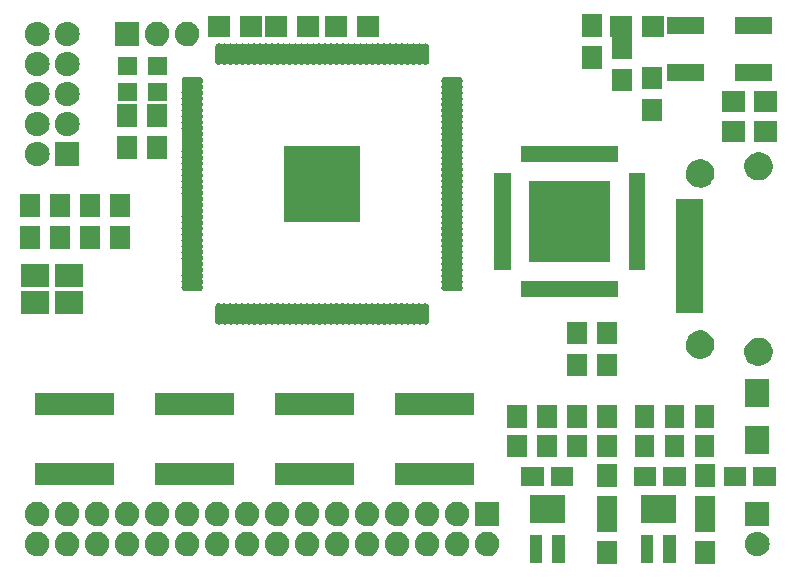
<source format=gts>
G04 #@! TF.FileFunction,Soldermask,Top*
%FSLAX46Y46*%
G04 Gerber Fmt 4.6, Leading zero omitted, Abs format (unit mm)*
G04 Created by KiCad (PCBNEW 4.0.4-stable) date 03/04/17 15:12:18*
%MOMM*%
%LPD*%
G01*
G04 APERTURE LIST*
%ADD10C,0.100000*%
G04 APERTURE END LIST*
D10*
G36*
X180555000Y-145175000D02*
X178855000Y-145175000D01*
X178855000Y-143275000D01*
X180555000Y-143275000D01*
X180555000Y-145175000D01*
X180555000Y-145175000D01*
G37*
G36*
X172300000Y-145175000D02*
X170600000Y-145175000D01*
X170600000Y-143275000D01*
X172300000Y-143275000D01*
X172300000Y-145175000D01*
X172300000Y-145175000D01*
G37*
G36*
X165945000Y-145150000D02*
X164895000Y-145150000D01*
X164895000Y-142750000D01*
X165945000Y-142750000D01*
X165945000Y-145150000D01*
X165945000Y-145150000D01*
G37*
G36*
X167845000Y-145150000D02*
X166795000Y-145150000D01*
X166795000Y-142750000D01*
X167845000Y-142750000D01*
X167845000Y-145150000D01*
X167845000Y-145150000D01*
G37*
G36*
X175343000Y-145150000D02*
X174293000Y-145150000D01*
X174293000Y-142750000D01*
X175343000Y-142750000D01*
X175343000Y-145150000D01*
X175343000Y-145150000D01*
G37*
G36*
X177243000Y-145150000D02*
X176193000Y-145150000D01*
X176193000Y-142750000D01*
X177243000Y-142750000D01*
X177243000Y-145150000D01*
X177243000Y-145150000D01*
G37*
G36*
X136101034Y-142476351D02*
X136101052Y-142476357D01*
X136101132Y-142476365D01*
X136296891Y-142536963D01*
X136477153Y-142634430D01*
X136635049Y-142765053D01*
X136764567Y-142923858D01*
X136860773Y-143104795D01*
X136920003Y-143300973D01*
X136940000Y-143504919D01*
X136940000Y-143515154D01*
X136939927Y-143525685D01*
X136939926Y-143525692D01*
X136939898Y-143529741D01*
X136917055Y-143733388D01*
X136855092Y-143928720D01*
X136756369Y-144108296D01*
X136624647Y-144265277D01*
X136464941Y-144393684D01*
X136283337Y-144488624D01*
X136086750Y-144546483D01*
X136086680Y-144546489D01*
X136086661Y-144546495D01*
X135882675Y-144565059D01*
X135678966Y-144543649D01*
X135678948Y-144543643D01*
X135678868Y-144543635D01*
X135483109Y-144483037D01*
X135302847Y-144385570D01*
X135144951Y-144254947D01*
X135015433Y-144096142D01*
X134919227Y-143915205D01*
X134859997Y-143719027D01*
X134840000Y-143515081D01*
X134840000Y-143504846D01*
X134840073Y-143494315D01*
X134840074Y-143494308D01*
X134840102Y-143490259D01*
X134862945Y-143286612D01*
X134924908Y-143091280D01*
X135023631Y-142911704D01*
X135155353Y-142754723D01*
X135315059Y-142626316D01*
X135496663Y-142531376D01*
X135693250Y-142473517D01*
X135693320Y-142473511D01*
X135693339Y-142473505D01*
X135897325Y-142454941D01*
X136101034Y-142476351D01*
X136101034Y-142476351D01*
G37*
G36*
X123401034Y-142476351D02*
X123401052Y-142476357D01*
X123401132Y-142476365D01*
X123596891Y-142536963D01*
X123777153Y-142634430D01*
X123935049Y-142765053D01*
X124064567Y-142923858D01*
X124160773Y-143104795D01*
X124220003Y-143300973D01*
X124240000Y-143504919D01*
X124240000Y-143515154D01*
X124239927Y-143525685D01*
X124239926Y-143525692D01*
X124239898Y-143529741D01*
X124217055Y-143733388D01*
X124155092Y-143928720D01*
X124056369Y-144108296D01*
X123924647Y-144265277D01*
X123764941Y-144393684D01*
X123583337Y-144488624D01*
X123386750Y-144546483D01*
X123386680Y-144546489D01*
X123386661Y-144546495D01*
X123182675Y-144565059D01*
X122978966Y-144543649D01*
X122978948Y-144543643D01*
X122978868Y-144543635D01*
X122783109Y-144483037D01*
X122602847Y-144385570D01*
X122444951Y-144254947D01*
X122315433Y-144096142D01*
X122219227Y-143915205D01*
X122159997Y-143719027D01*
X122140000Y-143515081D01*
X122140000Y-143504846D01*
X122140073Y-143494315D01*
X122140074Y-143494308D01*
X122140102Y-143490259D01*
X122162945Y-143286612D01*
X122224908Y-143091280D01*
X122323631Y-142911704D01*
X122455353Y-142754723D01*
X122615059Y-142626316D01*
X122796663Y-142531376D01*
X122993250Y-142473517D01*
X122993320Y-142473511D01*
X122993339Y-142473505D01*
X123197325Y-142454941D01*
X123401034Y-142476351D01*
X123401034Y-142476351D01*
G37*
G36*
X125941034Y-142476351D02*
X125941052Y-142476357D01*
X125941132Y-142476365D01*
X126136891Y-142536963D01*
X126317153Y-142634430D01*
X126475049Y-142765053D01*
X126604567Y-142923858D01*
X126700773Y-143104795D01*
X126760003Y-143300973D01*
X126780000Y-143504919D01*
X126780000Y-143515154D01*
X126779927Y-143525685D01*
X126779926Y-143525692D01*
X126779898Y-143529741D01*
X126757055Y-143733388D01*
X126695092Y-143928720D01*
X126596369Y-144108296D01*
X126464647Y-144265277D01*
X126304941Y-144393684D01*
X126123337Y-144488624D01*
X125926750Y-144546483D01*
X125926680Y-144546489D01*
X125926661Y-144546495D01*
X125722675Y-144565059D01*
X125518966Y-144543649D01*
X125518948Y-144543643D01*
X125518868Y-144543635D01*
X125323109Y-144483037D01*
X125142847Y-144385570D01*
X124984951Y-144254947D01*
X124855433Y-144096142D01*
X124759227Y-143915205D01*
X124699997Y-143719027D01*
X124680000Y-143515081D01*
X124680000Y-143504846D01*
X124680073Y-143494315D01*
X124680074Y-143494308D01*
X124680102Y-143490259D01*
X124702945Y-143286612D01*
X124764908Y-143091280D01*
X124863631Y-142911704D01*
X124995353Y-142754723D01*
X125155059Y-142626316D01*
X125336663Y-142531376D01*
X125533250Y-142473517D01*
X125533320Y-142473511D01*
X125533339Y-142473505D01*
X125737325Y-142454941D01*
X125941034Y-142476351D01*
X125941034Y-142476351D01*
G37*
G36*
X128481034Y-142476351D02*
X128481052Y-142476357D01*
X128481132Y-142476365D01*
X128676891Y-142536963D01*
X128857153Y-142634430D01*
X129015049Y-142765053D01*
X129144567Y-142923858D01*
X129240773Y-143104795D01*
X129300003Y-143300973D01*
X129320000Y-143504919D01*
X129320000Y-143515154D01*
X129319927Y-143525685D01*
X129319926Y-143525692D01*
X129319898Y-143529741D01*
X129297055Y-143733388D01*
X129235092Y-143928720D01*
X129136369Y-144108296D01*
X129004647Y-144265277D01*
X128844941Y-144393684D01*
X128663337Y-144488624D01*
X128466750Y-144546483D01*
X128466680Y-144546489D01*
X128466661Y-144546495D01*
X128262675Y-144565059D01*
X128058966Y-144543649D01*
X128058948Y-144543643D01*
X128058868Y-144543635D01*
X127863109Y-144483037D01*
X127682847Y-144385570D01*
X127524951Y-144254947D01*
X127395433Y-144096142D01*
X127299227Y-143915205D01*
X127239997Y-143719027D01*
X127220000Y-143515081D01*
X127220000Y-143504846D01*
X127220073Y-143494315D01*
X127220074Y-143494308D01*
X127220102Y-143490259D01*
X127242945Y-143286612D01*
X127304908Y-143091280D01*
X127403631Y-142911704D01*
X127535353Y-142754723D01*
X127695059Y-142626316D01*
X127876663Y-142531376D01*
X128073250Y-142473517D01*
X128073320Y-142473511D01*
X128073339Y-142473505D01*
X128277325Y-142454941D01*
X128481034Y-142476351D01*
X128481034Y-142476351D01*
G37*
G36*
X131021034Y-142476351D02*
X131021052Y-142476357D01*
X131021132Y-142476365D01*
X131216891Y-142536963D01*
X131397153Y-142634430D01*
X131555049Y-142765053D01*
X131684567Y-142923858D01*
X131780773Y-143104795D01*
X131840003Y-143300973D01*
X131860000Y-143504919D01*
X131860000Y-143515154D01*
X131859927Y-143525685D01*
X131859926Y-143525692D01*
X131859898Y-143529741D01*
X131837055Y-143733388D01*
X131775092Y-143928720D01*
X131676369Y-144108296D01*
X131544647Y-144265277D01*
X131384941Y-144393684D01*
X131203337Y-144488624D01*
X131006750Y-144546483D01*
X131006680Y-144546489D01*
X131006661Y-144546495D01*
X130802675Y-144565059D01*
X130598966Y-144543649D01*
X130598948Y-144543643D01*
X130598868Y-144543635D01*
X130403109Y-144483037D01*
X130222847Y-144385570D01*
X130064951Y-144254947D01*
X129935433Y-144096142D01*
X129839227Y-143915205D01*
X129779997Y-143719027D01*
X129760000Y-143515081D01*
X129760000Y-143504846D01*
X129760073Y-143494315D01*
X129760074Y-143494308D01*
X129760102Y-143490259D01*
X129782945Y-143286612D01*
X129844908Y-143091280D01*
X129943631Y-142911704D01*
X130075353Y-142754723D01*
X130235059Y-142626316D01*
X130416663Y-142531376D01*
X130613250Y-142473517D01*
X130613320Y-142473511D01*
X130613339Y-142473505D01*
X130817325Y-142454941D01*
X131021034Y-142476351D01*
X131021034Y-142476351D01*
G37*
G36*
X133561034Y-142476351D02*
X133561052Y-142476357D01*
X133561132Y-142476365D01*
X133756891Y-142536963D01*
X133937153Y-142634430D01*
X134095049Y-142765053D01*
X134224567Y-142923858D01*
X134320773Y-143104795D01*
X134380003Y-143300973D01*
X134400000Y-143504919D01*
X134400000Y-143515154D01*
X134399927Y-143525685D01*
X134399926Y-143525692D01*
X134399898Y-143529741D01*
X134377055Y-143733388D01*
X134315092Y-143928720D01*
X134216369Y-144108296D01*
X134084647Y-144265277D01*
X133924941Y-144393684D01*
X133743337Y-144488624D01*
X133546750Y-144546483D01*
X133546680Y-144546489D01*
X133546661Y-144546495D01*
X133342675Y-144565059D01*
X133138966Y-144543649D01*
X133138948Y-144543643D01*
X133138868Y-144543635D01*
X132943109Y-144483037D01*
X132762847Y-144385570D01*
X132604951Y-144254947D01*
X132475433Y-144096142D01*
X132379227Y-143915205D01*
X132319997Y-143719027D01*
X132300000Y-143515081D01*
X132300000Y-143504846D01*
X132300073Y-143494315D01*
X132300074Y-143494308D01*
X132300102Y-143490259D01*
X132322945Y-143286612D01*
X132384908Y-143091280D01*
X132483631Y-142911704D01*
X132615353Y-142754723D01*
X132775059Y-142626316D01*
X132956663Y-142531376D01*
X133153250Y-142473517D01*
X133153320Y-142473511D01*
X133153339Y-142473505D01*
X133357325Y-142454941D01*
X133561034Y-142476351D01*
X133561034Y-142476351D01*
G37*
G36*
X138641034Y-142476351D02*
X138641052Y-142476357D01*
X138641132Y-142476365D01*
X138836891Y-142536963D01*
X139017153Y-142634430D01*
X139175049Y-142765053D01*
X139304567Y-142923858D01*
X139400773Y-143104795D01*
X139460003Y-143300973D01*
X139480000Y-143504919D01*
X139480000Y-143515154D01*
X139479927Y-143525685D01*
X139479926Y-143525692D01*
X139479898Y-143529741D01*
X139457055Y-143733388D01*
X139395092Y-143928720D01*
X139296369Y-144108296D01*
X139164647Y-144265277D01*
X139004941Y-144393684D01*
X138823337Y-144488624D01*
X138626750Y-144546483D01*
X138626680Y-144546489D01*
X138626661Y-144546495D01*
X138422675Y-144565059D01*
X138218966Y-144543649D01*
X138218948Y-144543643D01*
X138218868Y-144543635D01*
X138023109Y-144483037D01*
X137842847Y-144385570D01*
X137684951Y-144254947D01*
X137555433Y-144096142D01*
X137459227Y-143915205D01*
X137399997Y-143719027D01*
X137380000Y-143515081D01*
X137380000Y-143504846D01*
X137380073Y-143494315D01*
X137380074Y-143494308D01*
X137380102Y-143490259D01*
X137402945Y-143286612D01*
X137464908Y-143091280D01*
X137563631Y-142911704D01*
X137695353Y-142754723D01*
X137855059Y-142626316D01*
X138036663Y-142531376D01*
X138233250Y-142473517D01*
X138233320Y-142473511D01*
X138233339Y-142473505D01*
X138437325Y-142454941D01*
X138641034Y-142476351D01*
X138641034Y-142476351D01*
G37*
G36*
X141181034Y-142476351D02*
X141181052Y-142476357D01*
X141181132Y-142476365D01*
X141376891Y-142536963D01*
X141557153Y-142634430D01*
X141715049Y-142765053D01*
X141844567Y-142923858D01*
X141940773Y-143104795D01*
X142000003Y-143300973D01*
X142020000Y-143504919D01*
X142020000Y-143515154D01*
X142019927Y-143525685D01*
X142019926Y-143525692D01*
X142019898Y-143529741D01*
X141997055Y-143733388D01*
X141935092Y-143928720D01*
X141836369Y-144108296D01*
X141704647Y-144265277D01*
X141544941Y-144393684D01*
X141363337Y-144488624D01*
X141166750Y-144546483D01*
X141166680Y-144546489D01*
X141166661Y-144546495D01*
X140962675Y-144565059D01*
X140758966Y-144543649D01*
X140758948Y-144543643D01*
X140758868Y-144543635D01*
X140563109Y-144483037D01*
X140382847Y-144385570D01*
X140224951Y-144254947D01*
X140095433Y-144096142D01*
X139999227Y-143915205D01*
X139939997Y-143719027D01*
X139920000Y-143515081D01*
X139920000Y-143504846D01*
X139920073Y-143494315D01*
X139920074Y-143494308D01*
X139920102Y-143490259D01*
X139942945Y-143286612D01*
X140004908Y-143091280D01*
X140103631Y-142911704D01*
X140235353Y-142754723D01*
X140395059Y-142626316D01*
X140576663Y-142531376D01*
X140773250Y-142473517D01*
X140773320Y-142473511D01*
X140773339Y-142473505D01*
X140977325Y-142454941D01*
X141181034Y-142476351D01*
X141181034Y-142476351D01*
G37*
G36*
X146261034Y-142476351D02*
X146261052Y-142476357D01*
X146261132Y-142476365D01*
X146456891Y-142536963D01*
X146637153Y-142634430D01*
X146795049Y-142765053D01*
X146924567Y-142923858D01*
X147020773Y-143104795D01*
X147080003Y-143300973D01*
X147100000Y-143504919D01*
X147100000Y-143515154D01*
X147099927Y-143525685D01*
X147099926Y-143525692D01*
X147099898Y-143529741D01*
X147077055Y-143733388D01*
X147015092Y-143928720D01*
X146916369Y-144108296D01*
X146784647Y-144265277D01*
X146624941Y-144393684D01*
X146443337Y-144488624D01*
X146246750Y-144546483D01*
X146246680Y-144546489D01*
X146246661Y-144546495D01*
X146042675Y-144565059D01*
X145838966Y-144543649D01*
X145838948Y-144543643D01*
X145838868Y-144543635D01*
X145643109Y-144483037D01*
X145462847Y-144385570D01*
X145304951Y-144254947D01*
X145175433Y-144096142D01*
X145079227Y-143915205D01*
X145019997Y-143719027D01*
X145000000Y-143515081D01*
X145000000Y-143504846D01*
X145000073Y-143494315D01*
X145000074Y-143494308D01*
X145000102Y-143490259D01*
X145022945Y-143286612D01*
X145084908Y-143091280D01*
X145183631Y-142911704D01*
X145315353Y-142754723D01*
X145475059Y-142626316D01*
X145656663Y-142531376D01*
X145853250Y-142473517D01*
X145853320Y-142473511D01*
X145853339Y-142473505D01*
X146057325Y-142454941D01*
X146261034Y-142476351D01*
X146261034Y-142476351D01*
G37*
G36*
X153881034Y-142476351D02*
X153881052Y-142476357D01*
X153881132Y-142476365D01*
X154076891Y-142536963D01*
X154257153Y-142634430D01*
X154415049Y-142765053D01*
X154544567Y-142923858D01*
X154640773Y-143104795D01*
X154700003Y-143300973D01*
X154720000Y-143504919D01*
X154720000Y-143515154D01*
X154719927Y-143525685D01*
X154719926Y-143525692D01*
X154719898Y-143529741D01*
X154697055Y-143733388D01*
X154635092Y-143928720D01*
X154536369Y-144108296D01*
X154404647Y-144265277D01*
X154244941Y-144393684D01*
X154063337Y-144488624D01*
X153866750Y-144546483D01*
X153866680Y-144546489D01*
X153866661Y-144546495D01*
X153662675Y-144565059D01*
X153458966Y-144543649D01*
X153458948Y-144543643D01*
X153458868Y-144543635D01*
X153263109Y-144483037D01*
X153082847Y-144385570D01*
X152924951Y-144254947D01*
X152795433Y-144096142D01*
X152699227Y-143915205D01*
X152639997Y-143719027D01*
X152620000Y-143515081D01*
X152620000Y-143504846D01*
X152620073Y-143494315D01*
X152620074Y-143494308D01*
X152620102Y-143490259D01*
X152642945Y-143286612D01*
X152704908Y-143091280D01*
X152803631Y-142911704D01*
X152935353Y-142754723D01*
X153095059Y-142626316D01*
X153276663Y-142531376D01*
X153473250Y-142473517D01*
X153473320Y-142473511D01*
X153473339Y-142473505D01*
X153677325Y-142454941D01*
X153881034Y-142476351D01*
X153881034Y-142476351D01*
G37*
G36*
X148801034Y-142476351D02*
X148801052Y-142476357D01*
X148801132Y-142476365D01*
X148996891Y-142536963D01*
X149177153Y-142634430D01*
X149335049Y-142765053D01*
X149464567Y-142923858D01*
X149560773Y-143104795D01*
X149620003Y-143300973D01*
X149640000Y-143504919D01*
X149640000Y-143515154D01*
X149639927Y-143525685D01*
X149639926Y-143525692D01*
X149639898Y-143529741D01*
X149617055Y-143733388D01*
X149555092Y-143928720D01*
X149456369Y-144108296D01*
X149324647Y-144265277D01*
X149164941Y-144393684D01*
X148983337Y-144488624D01*
X148786750Y-144546483D01*
X148786680Y-144546489D01*
X148786661Y-144546495D01*
X148582675Y-144565059D01*
X148378966Y-144543649D01*
X148378948Y-144543643D01*
X148378868Y-144543635D01*
X148183109Y-144483037D01*
X148002847Y-144385570D01*
X147844951Y-144254947D01*
X147715433Y-144096142D01*
X147619227Y-143915205D01*
X147559997Y-143719027D01*
X147540000Y-143515081D01*
X147540000Y-143504846D01*
X147540073Y-143494315D01*
X147540074Y-143494308D01*
X147540102Y-143490259D01*
X147562945Y-143286612D01*
X147624908Y-143091280D01*
X147723631Y-142911704D01*
X147855353Y-142754723D01*
X148015059Y-142626316D01*
X148196663Y-142531376D01*
X148393250Y-142473517D01*
X148393320Y-142473511D01*
X148393339Y-142473505D01*
X148597325Y-142454941D01*
X148801034Y-142476351D01*
X148801034Y-142476351D01*
G37*
G36*
X151341034Y-142476351D02*
X151341052Y-142476357D01*
X151341132Y-142476365D01*
X151536891Y-142536963D01*
X151717153Y-142634430D01*
X151875049Y-142765053D01*
X152004567Y-142923858D01*
X152100773Y-143104795D01*
X152160003Y-143300973D01*
X152180000Y-143504919D01*
X152180000Y-143515154D01*
X152179927Y-143525685D01*
X152179926Y-143525692D01*
X152179898Y-143529741D01*
X152157055Y-143733388D01*
X152095092Y-143928720D01*
X151996369Y-144108296D01*
X151864647Y-144265277D01*
X151704941Y-144393684D01*
X151523337Y-144488624D01*
X151326750Y-144546483D01*
X151326680Y-144546489D01*
X151326661Y-144546495D01*
X151122675Y-144565059D01*
X150918966Y-144543649D01*
X150918948Y-144543643D01*
X150918868Y-144543635D01*
X150723109Y-144483037D01*
X150542847Y-144385570D01*
X150384951Y-144254947D01*
X150255433Y-144096142D01*
X150159227Y-143915205D01*
X150099997Y-143719027D01*
X150080000Y-143515081D01*
X150080000Y-143504846D01*
X150080073Y-143494315D01*
X150080074Y-143494308D01*
X150080102Y-143490259D01*
X150102945Y-143286612D01*
X150164908Y-143091280D01*
X150263631Y-142911704D01*
X150395353Y-142754723D01*
X150555059Y-142626316D01*
X150736663Y-142531376D01*
X150933250Y-142473517D01*
X150933320Y-142473511D01*
X150933339Y-142473505D01*
X151137325Y-142454941D01*
X151341034Y-142476351D01*
X151341034Y-142476351D01*
G37*
G36*
X156421034Y-142476351D02*
X156421052Y-142476357D01*
X156421132Y-142476365D01*
X156616891Y-142536963D01*
X156797153Y-142634430D01*
X156955049Y-142765053D01*
X157084567Y-142923858D01*
X157180773Y-143104795D01*
X157240003Y-143300973D01*
X157260000Y-143504919D01*
X157260000Y-143515154D01*
X157259927Y-143525685D01*
X157259926Y-143525692D01*
X157259898Y-143529741D01*
X157237055Y-143733388D01*
X157175092Y-143928720D01*
X157076369Y-144108296D01*
X156944647Y-144265277D01*
X156784941Y-144393684D01*
X156603337Y-144488624D01*
X156406750Y-144546483D01*
X156406680Y-144546489D01*
X156406661Y-144546495D01*
X156202675Y-144565059D01*
X155998966Y-144543649D01*
X155998948Y-144543643D01*
X155998868Y-144543635D01*
X155803109Y-144483037D01*
X155622847Y-144385570D01*
X155464951Y-144254947D01*
X155335433Y-144096142D01*
X155239227Y-143915205D01*
X155179997Y-143719027D01*
X155160000Y-143515081D01*
X155160000Y-143504846D01*
X155160073Y-143494315D01*
X155160074Y-143494308D01*
X155160102Y-143490259D01*
X155182945Y-143286612D01*
X155244908Y-143091280D01*
X155343631Y-142911704D01*
X155475353Y-142754723D01*
X155635059Y-142626316D01*
X155816663Y-142531376D01*
X156013250Y-142473517D01*
X156013320Y-142473511D01*
X156013339Y-142473505D01*
X156217325Y-142454941D01*
X156421034Y-142476351D01*
X156421034Y-142476351D01*
G37*
G36*
X158961034Y-142476351D02*
X158961052Y-142476357D01*
X158961132Y-142476365D01*
X159156891Y-142536963D01*
X159337153Y-142634430D01*
X159495049Y-142765053D01*
X159624567Y-142923858D01*
X159720773Y-143104795D01*
X159780003Y-143300973D01*
X159800000Y-143504919D01*
X159800000Y-143515154D01*
X159799927Y-143525685D01*
X159799926Y-143525692D01*
X159799898Y-143529741D01*
X159777055Y-143733388D01*
X159715092Y-143928720D01*
X159616369Y-144108296D01*
X159484647Y-144265277D01*
X159324941Y-144393684D01*
X159143337Y-144488624D01*
X158946750Y-144546483D01*
X158946680Y-144546489D01*
X158946661Y-144546495D01*
X158742675Y-144565059D01*
X158538966Y-144543649D01*
X158538948Y-144543643D01*
X158538868Y-144543635D01*
X158343109Y-144483037D01*
X158162847Y-144385570D01*
X158004951Y-144254947D01*
X157875433Y-144096142D01*
X157779227Y-143915205D01*
X157719997Y-143719027D01*
X157700000Y-143515081D01*
X157700000Y-143504846D01*
X157700073Y-143494315D01*
X157700074Y-143494308D01*
X157700102Y-143490259D01*
X157722945Y-143286612D01*
X157784908Y-143091280D01*
X157883631Y-142911704D01*
X158015353Y-142754723D01*
X158175059Y-142626316D01*
X158356663Y-142531376D01*
X158553250Y-142473517D01*
X158553320Y-142473511D01*
X158553339Y-142473505D01*
X158757325Y-142454941D01*
X158961034Y-142476351D01*
X158961034Y-142476351D01*
G37*
G36*
X161501034Y-142476351D02*
X161501052Y-142476357D01*
X161501132Y-142476365D01*
X161696891Y-142536963D01*
X161877153Y-142634430D01*
X162035049Y-142765053D01*
X162164567Y-142923858D01*
X162260773Y-143104795D01*
X162320003Y-143300973D01*
X162340000Y-143504919D01*
X162340000Y-143515154D01*
X162339927Y-143525685D01*
X162339926Y-143525692D01*
X162339898Y-143529741D01*
X162317055Y-143733388D01*
X162255092Y-143928720D01*
X162156369Y-144108296D01*
X162024647Y-144265277D01*
X161864941Y-144393684D01*
X161683337Y-144488624D01*
X161486750Y-144546483D01*
X161486680Y-144546489D01*
X161486661Y-144546495D01*
X161282675Y-144565059D01*
X161078966Y-144543649D01*
X161078948Y-144543643D01*
X161078868Y-144543635D01*
X160883109Y-144483037D01*
X160702847Y-144385570D01*
X160544951Y-144254947D01*
X160415433Y-144096142D01*
X160319227Y-143915205D01*
X160259997Y-143719027D01*
X160240000Y-143515081D01*
X160240000Y-143504846D01*
X160240073Y-143494315D01*
X160240074Y-143494308D01*
X160240102Y-143490259D01*
X160262945Y-143286612D01*
X160324908Y-143091280D01*
X160423631Y-142911704D01*
X160555353Y-142754723D01*
X160715059Y-142626316D01*
X160896663Y-142531376D01*
X161093250Y-142473517D01*
X161093320Y-142473511D01*
X161093339Y-142473505D01*
X161297325Y-142454941D01*
X161501034Y-142476351D01*
X161501034Y-142476351D01*
G37*
G36*
X143721034Y-142476351D02*
X143721052Y-142476357D01*
X143721132Y-142476365D01*
X143916891Y-142536963D01*
X144097153Y-142634430D01*
X144255049Y-142765053D01*
X144384567Y-142923858D01*
X144480773Y-143104795D01*
X144540003Y-143300973D01*
X144560000Y-143504919D01*
X144560000Y-143515154D01*
X144559927Y-143525685D01*
X144559926Y-143525692D01*
X144559898Y-143529741D01*
X144537055Y-143733388D01*
X144475092Y-143928720D01*
X144376369Y-144108296D01*
X144244647Y-144265277D01*
X144084941Y-144393684D01*
X143903337Y-144488624D01*
X143706750Y-144546483D01*
X143706680Y-144546489D01*
X143706661Y-144546495D01*
X143502675Y-144565059D01*
X143298966Y-144543649D01*
X143298948Y-144543643D01*
X143298868Y-144543635D01*
X143103109Y-144483037D01*
X142922847Y-144385570D01*
X142764951Y-144254947D01*
X142635433Y-144096142D01*
X142539227Y-143915205D01*
X142479997Y-143719027D01*
X142460000Y-143515081D01*
X142460000Y-143504846D01*
X142460073Y-143494315D01*
X142460074Y-143494308D01*
X142460102Y-143490259D01*
X142482945Y-143286612D01*
X142544908Y-143091280D01*
X142643631Y-142911704D01*
X142775353Y-142754723D01*
X142935059Y-142626316D01*
X143116663Y-142531376D01*
X143313250Y-142473517D01*
X143313320Y-142473511D01*
X143313339Y-142473505D01*
X143517325Y-142454941D01*
X143721034Y-142476351D01*
X143721034Y-142476351D01*
G37*
G36*
X184165685Y-142460073D02*
X184165692Y-142460074D01*
X184169741Y-142460102D01*
X184373388Y-142482945D01*
X184568720Y-142544908D01*
X184748296Y-142643631D01*
X184905277Y-142775353D01*
X185033684Y-142935059D01*
X185128624Y-143116663D01*
X185186483Y-143313250D01*
X185186489Y-143313320D01*
X185186495Y-143313339D01*
X185205059Y-143517325D01*
X185183649Y-143721034D01*
X185183643Y-143721052D01*
X185183635Y-143721132D01*
X185123037Y-143916891D01*
X185025570Y-144097153D01*
X184894947Y-144255049D01*
X184736142Y-144384567D01*
X184555205Y-144480773D01*
X184359027Y-144540003D01*
X184155081Y-144560000D01*
X184144846Y-144560000D01*
X184134315Y-144559927D01*
X184134308Y-144559926D01*
X184130259Y-144559898D01*
X183926612Y-144537055D01*
X183731280Y-144475092D01*
X183551704Y-144376369D01*
X183394723Y-144244647D01*
X183266316Y-144084941D01*
X183171376Y-143903337D01*
X183113517Y-143706750D01*
X183113511Y-143706680D01*
X183113505Y-143706661D01*
X183094941Y-143502675D01*
X183116351Y-143298966D01*
X183116357Y-143298948D01*
X183116365Y-143298868D01*
X183176963Y-143103109D01*
X183274430Y-142922847D01*
X183405053Y-142764951D01*
X183563858Y-142635433D01*
X183744795Y-142539227D01*
X183940973Y-142479997D01*
X184144919Y-142460000D01*
X184155154Y-142460000D01*
X184165685Y-142460073D01*
X184165685Y-142460073D01*
G37*
G36*
X180555000Y-142475000D02*
X178855000Y-142475000D01*
X178855000Y-139465000D01*
X180555000Y-139465000D01*
X180555000Y-142475000D01*
X180555000Y-142475000D01*
G37*
G36*
X172300000Y-142475000D02*
X170600000Y-142475000D01*
X170600000Y-139465000D01*
X172300000Y-139465000D01*
X172300000Y-142475000D01*
X172300000Y-142475000D01*
G37*
G36*
X143721034Y-139936351D02*
X143721052Y-139936357D01*
X143721132Y-139936365D01*
X143916891Y-139996963D01*
X144097153Y-140094430D01*
X144255049Y-140225053D01*
X144384567Y-140383858D01*
X144480773Y-140564795D01*
X144540003Y-140760973D01*
X144560000Y-140964919D01*
X144560000Y-140975154D01*
X144559927Y-140985685D01*
X144559926Y-140985692D01*
X144559898Y-140989741D01*
X144537055Y-141193388D01*
X144475092Y-141388720D01*
X144376369Y-141568296D01*
X144244647Y-141725277D01*
X144084941Y-141853684D01*
X143903337Y-141948624D01*
X143706750Y-142006483D01*
X143706680Y-142006489D01*
X143706661Y-142006495D01*
X143502675Y-142025059D01*
X143298966Y-142003649D01*
X143298948Y-142003643D01*
X143298868Y-142003635D01*
X143103109Y-141943037D01*
X142922847Y-141845570D01*
X142764951Y-141714947D01*
X142635433Y-141556142D01*
X142539227Y-141375205D01*
X142479997Y-141179027D01*
X142460000Y-140975081D01*
X142460000Y-140964846D01*
X142460073Y-140954315D01*
X142460074Y-140954308D01*
X142460102Y-140950259D01*
X142482945Y-140746612D01*
X142544908Y-140551280D01*
X142643631Y-140371704D01*
X142775353Y-140214723D01*
X142935059Y-140086316D01*
X143116663Y-139991376D01*
X143313250Y-139933517D01*
X143313320Y-139933511D01*
X143313339Y-139933505D01*
X143517325Y-139914941D01*
X143721034Y-139936351D01*
X143721034Y-139936351D01*
G37*
G36*
X158961034Y-139936351D02*
X158961052Y-139936357D01*
X158961132Y-139936365D01*
X159156891Y-139996963D01*
X159337153Y-140094430D01*
X159495049Y-140225053D01*
X159624567Y-140383858D01*
X159720773Y-140564795D01*
X159780003Y-140760973D01*
X159800000Y-140964919D01*
X159800000Y-140975154D01*
X159799927Y-140985685D01*
X159799926Y-140985692D01*
X159799898Y-140989741D01*
X159777055Y-141193388D01*
X159715092Y-141388720D01*
X159616369Y-141568296D01*
X159484647Y-141725277D01*
X159324941Y-141853684D01*
X159143337Y-141948624D01*
X158946750Y-142006483D01*
X158946680Y-142006489D01*
X158946661Y-142006495D01*
X158742675Y-142025059D01*
X158538966Y-142003649D01*
X158538948Y-142003643D01*
X158538868Y-142003635D01*
X158343109Y-141943037D01*
X158162847Y-141845570D01*
X158004951Y-141714947D01*
X157875433Y-141556142D01*
X157779227Y-141375205D01*
X157719997Y-141179027D01*
X157700000Y-140975081D01*
X157700000Y-140964846D01*
X157700073Y-140954315D01*
X157700074Y-140954308D01*
X157700102Y-140950259D01*
X157722945Y-140746612D01*
X157784908Y-140551280D01*
X157883631Y-140371704D01*
X158015353Y-140214723D01*
X158175059Y-140086316D01*
X158356663Y-139991376D01*
X158553250Y-139933517D01*
X158553320Y-139933511D01*
X158553339Y-139933505D01*
X158757325Y-139914941D01*
X158961034Y-139936351D01*
X158961034Y-139936351D01*
G37*
G36*
X156421034Y-139936351D02*
X156421052Y-139936357D01*
X156421132Y-139936365D01*
X156616891Y-139996963D01*
X156797153Y-140094430D01*
X156955049Y-140225053D01*
X157084567Y-140383858D01*
X157180773Y-140564795D01*
X157240003Y-140760973D01*
X157260000Y-140964919D01*
X157260000Y-140975154D01*
X157259927Y-140985685D01*
X157259926Y-140985692D01*
X157259898Y-140989741D01*
X157237055Y-141193388D01*
X157175092Y-141388720D01*
X157076369Y-141568296D01*
X156944647Y-141725277D01*
X156784941Y-141853684D01*
X156603337Y-141948624D01*
X156406750Y-142006483D01*
X156406680Y-142006489D01*
X156406661Y-142006495D01*
X156202675Y-142025059D01*
X155998966Y-142003649D01*
X155998948Y-142003643D01*
X155998868Y-142003635D01*
X155803109Y-141943037D01*
X155622847Y-141845570D01*
X155464951Y-141714947D01*
X155335433Y-141556142D01*
X155239227Y-141375205D01*
X155179997Y-141179027D01*
X155160000Y-140975081D01*
X155160000Y-140964846D01*
X155160073Y-140954315D01*
X155160074Y-140954308D01*
X155160102Y-140950259D01*
X155182945Y-140746612D01*
X155244908Y-140551280D01*
X155343631Y-140371704D01*
X155475353Y-140214723D01*
X155635059Y-140086316D01*
X155816663Y-139991376D01*
X156013250Y-139933517D01*
X156013320Y-139933511D01*
X156013339Y-139933505D01*
X156217325Y-139914941D01*
X156421034Y-139936351D01*
X156421034Y-139936351D01*
G37*
G36*
X153881034Y-139936351D02*
X153881052Y-139936357D01*
X153881132Y-139936365D01*
X154076891Y-139996963D01*
X154257153Y-140094430D01*
X154415049Y-140225053D01*
X154544567Y-140383858D01*
X154640773Y-140564795D01*
X154700003Y-140760973D01*
X154720000Y-140964919D01*
X154720000Y-140975154D01*
X154719927Y-140985685D01*
X154719926Y-140985692D01*
X154719898Y-140989741D01*
X154697055Y-141193388D01*
X154635092Y-141388720D01*
X154536369Y-141568296D01*
X154404647Y-141725277D01*
X154244941Y-141853684D01*
X154063337Y-141948624D01*
X153866750Y-142006483D01*
X153866680Y-142006489D01*
X153866661Y-142006495D01*
X153662675Y-142025059D01*
X153458966Y-142003649D01*
X153458948Y-142003643D01*
X153458868Y-142003635D01*
X153263109Y-141943037D01*
X153082847Y-141845570D01*
X152924951Y-141714947D01*
X152795433Y-141556142D01*
X152699227Y-141375205D01*
X152639997Y-141179027D01*
X152620000Y-140975081D01*
X152620000Y-140964846D01*
X152620073Y-140954315D01*
X152620074Y-140954308D01*
X152620102Y-140950259D01*
X152642945Y-140746612D01*
X152704908Y-140551280D01*
X152803631Y-140371704D01*
X152935353Y-140214723D01*
X153095059Y-140086316D01*
X153276663Y-139991376D01*
X153473250Y-139933517D01*
X153473320Y-139933511D01*
X153473339Y-139933505D01*
X153677325Y-139914941D01*
X153881034Y-139936351D01*
X153881034Y-139936351D01*
G37*
G36*
X151341034Y-139936351D02*
X151341052Y-139936357D01*
X151341132Y-139936365D01*
X151536891Y-139996963D01*
X151717153Y-140094430D01*
X151875049Y-140225053D01*
X152004567Y-140383858D01*
X152100773Y-140564795D01*
X152160003Y-140760973D01*
X152180000Y-140964919D01*
X152180000Y-140975154D01*
X152179927Y-140985685D01*
X152179926Y-140985692D01*
X152179898Y-140989741D01*
X152157055Y-141193388D01*
X152095092Y-141388720D01*
X151996369Y-141568296D01*
X151864647Y-141725277D01*
X151704941Y-141853684D01*
X151523337Y-141948624D01*
X151326750Y-142006483D01*
X151326680Y-142006489D01*
X151326661Y-142006495D01*
X151122675Y-142025059D01*
X150918966Y-142003649D01*
X150918948Y-142003643D01*
X150918868Y-142003635D01*
X150723109Y-141943037D01*
X150542847Y-141845570D01*
X150384951Y-141714947D01*
X150255433Y-141556142D01*
X150159227Y-141375205D01*
X150099997Y-141179027D01*
X150080000Y-140975081D01*
X150080000Y-140964846D01*
X150080073Y-140954315D01*
X150080074Y-140954308D01*
X150080102Y-140950259D01*
X150102945Y-140746612D01*
X150164908Y-140551280D01*
X150263631Y-140371704D01*
X150395353Y-140214723D01*
X150555059Y-140086316D01*
X150736663Y-139991376D01*
X150933250Y-139933517D01*
X150933320Y-139933511D01*
X150933339Y-139933505D01*
X151137325Y-139914941D01*
X151341034Y-139936351D01*
X151341034Y-139936351D01*
G37*
G36*
X148801034Y-139936351D02*
X148801052Y-139936357D01*
X148801132Y-139936365D01*
X148996891Y-139996963D01*
X149177153Y-140094430D01*
X149335049Y-140225053D01*
X149464567Y-140383858D01*
X149560773Y-140564795D01*
X149620003Y-140760973D01*
X149640000Y-140964919D01*
X149640000Y-140975154D01*
X149639927Y-140985685D01*
X149639926Y-140985692D01*
X149639898Y-140989741D01*
X149617055Y-141193388D01*
X149555092Y-141388720D01*
X149456369Y-141568296D01*
X149324647Y-141725277D01*
X149164941Y-141853684D01*
X148983337Y-141948624D01*
X148786750Y-142006483D01*
X148786680Y-142006489D01*
X148786661Y-142006495D01*
X148582675Y-142025059D01*
X148378966Y-142003649D01*
X148378948Y-142003643D01*
X148378868Y-142003635D01*
X148183109Y-141943037D01*
X148002847Y-141845570D01*
X147844951Y-141714947D01*
X147715433Y-141556142D01*
X147619227Y-141375205D01*
X147559997Y-141179027D01*
X147540000Y-140975081D01*
X147540000Y-140964846D01*
X147540073Y-140954315D01*
X147540074Y-140954308D01*
X147540102Y-140950259D01*
X147562945Y-140746612D01*
X147624908Y-140551280D01*
X147723631Y-140371704D01*
X147855353Y-140214723D01*
X148015059Y-140086316D01*
X148196663Y-139991376D01*
X148393250Y-139933517D01*
X148393320Y-139933511D01*
X148393339Y-139933505D01*
X148597325Y-139914941D01*
X148801034Y-139936351D01*
X148801034Y-139936351D01*
G37*
G36*
X146261034Y-139936351D02*
X146261052Y-139936357D01*
X146261132Y-139936365D01*
X146456891Y-139996963D01*
X146637153Y-140094430D01*
X146795049Y-140225053D01*
X146924567Y-140383858D01*
X147020773Y-140564795D01*
X147080003Y-140760973D01*
X147100000Y-140964919D01*
X147100000Y-140975154D01*
X147099927Y-140985685D01*
X147099926Y-140985692D01*
X147099898Y-140989741D01*
X147077055Y-141193388D01*
X147015092Y-141388720D01*
X146916369Y-141568296D01*
X146784647Y-141725277D01*
X146624941Y-141853684D01*
X146443337Y-141948624D01*
X146246750Y-142006483D01*
X146246680Y-142006489D01*
X146246661Y-142006495D01*
X146042675Y-142025059D01*
X145838966Y-142003649D01*
X145838948Y-142003643D01*
X145838868Y-142003635D01*
X145643109Y-141943037D01*
X145462847Y-141845570D01*
X145304951Y-141714947D01*
X145175433Y-141556142D01*
X145079227Y-141375205D01*
X145019997Y-141179027D01*
X145000000Y-140975081D01*
X145000000Y-140964846D01*
X145000073Y-140954315D01*
X145000074Y-140954308D01*
X145000102Y-140950259D01*
X145022945Y-140746612D01*
X145084908Y-140551280D01*
X145183631Y-140371704D01*
X145315353Y-140214723D01*
X145475059Y-140086316D01*
X145656663Y-139991376D01*
X145853250Y-139933517D01*
X145853320Y-139933511D01*
X145853339Y-139933505D01*
X146057325Y-139914941D01*
X146261034Y-139936351D01*
X146261034Y-139936351D01*
G37*
G36*
X141181034Y-139936351D02*
X141181052Y-139936357D01*
X141181132Y-139936365D01*
X141376891Y-139996963D01*
X141557153Y-140094430D01*
X141715049Y-140225053D01*
X141844567Y-140383858D01*
X141940773Y-140564795D01*
X142000003Y-140760973D01*
X142020000Y-140964919D01*
X142020000Y-140975154D01*
X142019927Y-140985685D01*
X142019926Y-140985692D01*
X142019898Y-140989741D01*
X141997055Y-141193388D01*
X141935092Y-141388720D01*
X141836369Y-141568296D01*
X141704647Y-141725277D01*
X141544941Y-141853684D01*
X141363337Y-141948624D01*
X141166750Y-142006483D01*
X141166680Y-142006489D01*
X141166661Y-142006495D01*
X140962675Y-142025059D01*
X140758966Y-142003649D01*
X140758948Y-142003643D01*
X140758868Y-142003635D01*
X140563109Y-141943037D01*
X140382847Y-141845570D01*
X140224951Y-141714947D01*
X140095433Y-141556142D01*
X139999227Y-141375205D01*
X139939997Y-141179027D01*
X139920000Y-140975081D01*
X139920000Y-140964846D01*
X139920073Y-140954315D01*
X139920074Y-140954308D01*
X139920102Y-140950259D01*
X139942945Y-140746612D01*
X140004908Y-140551280D01*
X140103631Y-140371704D01*
X140235353Y-140214723D01*
X140395059Y-140086316D01*
X140576663Y-139991376D01*
X140773250Y-139933517D01*
X140773320Y-139933511D01*
X140773339Y-139933505D01*
X140977325Y-139914941D01*
X141181034Y-139936351D01*
X141181034Y-139936351D01*
G37*
G36*
X128481034Y-139936351D02*
X128481052Y-139936357D01*
X128481132Y-139936365D01*
X128676891Y-139996963D01*
X128857153Y-140094430D01*
X129015049Y-140225053D01*
X129144567Y-140383858D01*
X129240773Y-140564795D01*
X129300003Y-140760973D01*
X129320000Y-140964919D01*
X129320000Y-140975154D01*
X129319927Y-140985685D01*
X129319926Y-140985692D01*
X129319898Y-140989741D01*
X129297055Y-141193388D01*
X129235092Y-141388720D01*
X129136369Y-141568296D01*
X129004647Y-141725277D01*
X128844941Y-141853684D01*
X128663337Y-141948624D01*
X128466750Y-142006483D01*
X128466680Y-142006489D01*
X128466661Y-142006495D01*
X128262675Y-142025059D01*
X128058966Y-142003649D01*
X128058948Y-142003643D01*
X128058868Y-142003635D01*
X127863109Y-141943037D01*
X127682847Y-141845570D01*
X127524951Y-141714947D01*
X127395433Y-141556142D01*
X127299227Y-141375205D01*
X127239997Y-141179027D01*
X127220000Y-140975081D01*
X127220000Y-140964846D01*
X127220073Y-140954315D01*
X127220074Y-140954308D01*
X127220102Y-140950259D01*
X127242945Y-140746612D01*
X127304908Y-140551280D01*
X127403631Y-140371704D01*
X127535353Y-140214723D01*
X127695059Y-140086316D01*
X127876663Y-139991376D01*
X128073250Y-139933517D01*
X128073320Y-139933511D01*
X128073339Y-139933505D01*
X128277325Y-139914941D01*
X128481034Y-139936351D01*
X128481034Y-139936351D01*
G37*
G36*
X125941034Y-139936351D02*
X125941052Y-139936357D01*
X125941132Y-139936365D01*
X126136891Y-139996963D01*
X126317153Y-140094430D01*
X126475049Y-140225053D01*
X126604567Y-140383858D01*
X126700773Y-140564795D01*
X126760003Y-140760973D01*
X126780000Y-140964919D01*
X126780000Y-140975154D01*
X126779927Y-140985685D01*
X126779926Y-140985692D01*
X126779898Y-140989741D01*
X126757055Y-141193388D01*
X126695092Y-141388720D01*
X126596369Y-141568296D01*
X126464647Y-141725277D01*
X126304941Y-141853684D01*
X126123337Y-141948624D01*
X125926750Y-142006483D01*
X125926680Y-142006489D01*
X125926661Y-142006495D01*
X125722675Y-142025059D01*
X125518966Y-142003649D01*
X125518948Y-142003643D01*
X125518868Y-142003635D01*
X125323109Y-141943037D01*
X125142847Y-141845570D01*
X124984951Y-141714947D01*
X124855433Y-141556142D01*
X124759227Y-141375205D01*
X124699997Y-141179027D01*
X124680000Y-140975081D01*
X124680000Y-140964846D01*
X124680073Y-140954315D01*
X124680074Y-140954308D01*
X124680102Y-140950259D01*
X124702945Y-140746612D01*
X124764908Y-140551280D01*
X124863631Y-140371704D01*
X124995353Y-140214723D01*
X125155059Y-140086316D01*
X125336663Y-139991376D01*
X125533250Y-139933517D01*
X125533320Y-139933511D01*
X125533339Y-139933505D01*
X125737325Y-139914941D01*
X125941034Y-139936351D01*
X125941034Y-139936351D01*
G37*
G36*
X131021034Y-139936351D02*
X131021052Y-139936357D01*
X131021132Y-139936365D01*
X131216891Y-139996963D01*
X131397153Y-140094430D01*
X131555049Y-140225053D01*
X131684567Y-140383858D01*
X131780773Y-140564795D01*
X131840003Y-140760973D01*
X131860000Y-140964919D01*
X131860000Y-140975154D01*
X131859927Y-140985685D01*
X131859926Y-140985692D01*
X131859898Y-140989741D01*
X131837055Y-141193388D01*
X131775092Y-141388720D01*
X131676369Y-141568296D01*
X131544647Y-141725277D01*
X131384941Y-141853684D01*
X131203337Y-141948624D01*
X131006750Y-142006483D01*
X131006680Y-142006489D01*
X131006661Y-142006495D01*
X130802675Y-142025059D01*
X130598966Y-142003649D01*
X130598948Y-142003643D01*
X130598868Y-142003635D01*
X130403109Y-141943037D01*
X130222847Y-141845570D01*
X130064951Y-141714947D01*
X129935433Y-141556142D01*
X129839227Y-141375205D01*
X129779997Y-141179027D01*
X129760000Y-140975081D01*
X129760000Y-140964846D01*
X129760073Y-140954315D01*
X129760074Y-140954308D01*
X129760102Y-140950259D01*
X129782945Y-140746612D01*
X129844908Y-140551280D01*
X129943631Y-140371704D01*
X130075353Y-140214723D01*
X130235059Y-140086316D01*
X130416663Y-139991376D01*
X130613250Y-139933517D01*
X130613320Y-139933511D01*
X130613339Y-139933505D01*
X130817325Y-139914941D01*
X131021034Y-139936351D01*
X131021034Y-139936351D01*
G37*
G36*
X123401034Y-139936351D02*
X123401052Y-139936357D01*
X123401132Y-139936365D01*
X123596891Y-139996963D01*
X123777153Y-140094430D01*
X123935049Y-140225053D01*
X124064567Y-140383858D01*
X124160773Y-140564795D01*
X124220003Y-140760973D01*
X124240000Y-140964919D01*
X124240000Y-140975154D01*
X124239927Y-140985685D01*
X124239926Y-140985692D01*
X124239898Y-140989741D01*
X124217055Y-141193388D01*
X124155092Y-141388720D01*
X124056369Y-141568296D01*
X123924647Y-141725277D01*
X123764941Y-141853684D01*
X123583337Y-141948624D01*
X123386750Y-142006483D01*
X123386680Y-142006489D01*
X123386661Y-142006495D01*
X123182675Y-142025059D01*
X122978966Y-142003649D01*
X122978948Y-142003643D01*
X122978868Y-142003635D01*
X122783109Y-141943037D01*
X122602847Y-141845570D01*
X122444951Y-141714947D01*
X122315433Y-141556142D01*
X122219227Y-141375205D01*
X122159997Y-141179027D01*
X122140000Y-140975081D01*
X122140000Y-140964846D01*
X122140073Y-140954315D01*
X122140074Y-140954308D01*
X122140102Y-140950259D01*
X122162945Y-140746612D01*
X122224908Y-140551280D01*
X122323631Y-140371704D01*
X122455353Y-140214723D01*
X122615059Y-140086316D01*
X122796663Y-139991376D01*
X122993250Y-139933517D01*
X122993320Y-139933511D01*
X122993339Y-139933505D01*
X123197325Y-139914941D01*
X123401034Y-139936351D01*
X123401034Y-139936351D01*
G37*
G36*
X136101034Y-139936351D02*
X136101052Y-139936357D01*
X136101132Y-139936365D01*
X136296891Y-139996963D01*
X136477153Y-140094430D01*
X136635049Y-140225053D01*
X136764567Y-140383858D01*
X136860773Y-140564795D01*
X136920003Y-140760973D01*
X136940000Y-140964919D01*
X136940000Y-140975154D01*
X136939927Y-140985685D01*
X136939926Y-140985692D01*
X136939898Y-140989741D01*
X136917055Y-141193388D01*
X136855092Y-141388720D01*
X136756369Y-141568296D01*
X136624647Y-141725277D01*
X136464941Y-141853684D01*
X136283337Y-141948624D01*
X136086750Y-142006483D01*
X136086680Y-142006489D01*
X136086661Y-142006495D01*
X135882675Y-142025059D01*
X135678966Y-142003649D01*
X135678948Y-142003643D01*
X135678868Y-142003635D01*
X135483109Y-141943037D01*
X135302847Y-141845570D01*
X135144951Y-141714947D01*
X135015433Y-141556142D01*
X134919227Y-141375205D01*
X134859997Y-141179027D01*
X134840000Y-140975081D01*
X134840000Y-140964846D01*
X134840073Y-140954315D01*
X134840074Y-140954308D01*
X134840102Y-140950259D01*
X134862945Y-140746612D01*
X134924908Y-140551280D01*
X135023631Y-140371704D01*
X135155353Y-140214723D01*
X135315059Y-140086316D01*
X135496663Y-139991376D01*
X135693250Y-139933517D01*
X135693320Y-139933511D01*
X135693339Y-139933505D01*
X135897325Y-139914941D01*
X136101034Y-139936351D01*
X136101034Y-139936351D01*
G37*
G36*
X138641034Y-139936351D02*
X138641052Y-139936357D01*
X138641132Y-139936365D01*
X138836891Y-139996963D01*
X139017153Y-140094430D01*
X139175049Y-140225053D01*
X139304567Y-140383858D01*
X139400773Y-140564795D01*
X139460003Y-140760973D01*
X139480000Y-140964919D01*
X139480000Y-140975154D01*
X139479927Y-140985685D01*
X139479926Y-140985692D01*
X139479898Y-140989741D01*
X139457055Y-141193388D01*
X139395092Y-141388720D01*
X139296369Y-141568296D01*
X139164647Y-141725277D01*
X139004941Y-141853684D01*
X138823337Y-141948624D01*
X138626750Y-142006483D01*
X138626680Y-142006489D01*
X138626661Y-142006495D01*
X138422675Y-142025059D01*
X138218966Y-142003649D01*
X138218948Y-142003643D01*
X138218868Y-142003635D01*
X138023109Y-141943037D01*
X137842847Y-141845570D01*
X137684951Y-141714947D01*
X137555433Y-141556142D01*
X137459227Y-141375205D01*
X137399997Y-141179027D01*
X137380000Y-140975081D01*
X137380000Y-140964846D01*
X137380073Y-140954315D01*
X137380074Y-140954308D01*
X137380102Y-140950259D01*
X137402945Y-140746612D01*
X137464908Y-140551280D01*
X137563631Y-140371704D01*
X137695353Y-140214723D01*
X137855059Y-140086316D01*
X138036663Y-139991376D01*
X138233250Y-139933517D01*
X138233320Y-139933511D01*
X138233339Y-139933505D01*
X138437325Y-139914941D01*
X138641034Y-139936351D01*
X138641034Y-139936351D01*
G37*
G36*
X133561034Y-139936351D02*
X133561052Y-139936357D01*
X133561132Y-139936365D01*
X133756891Y-139996963D01*
X133937153Y-140094430D01*
X134095049Y-140225053D01*
X134224567Y-140383858D01*
X134320773Y-140564795D01*
X134380003Y-140760973D01*
X134400000Y-140964919D01*
X134400000Y-140975154D01*
X134399927Y-140985685D01*
X134399926Y-140985692D01*
X134399898Y-140989741D01*
X134377055Y-141193388D01*
X134315092Y-141388720D01*
X134216369Y-141568296D01*
X134084647Y-141725277D01*
X133924941Y-141853684D01*
X133743337Y-141948624D01*
X133546750Y-142006483D01*
X133546680Y-142006489D01*
X133546661Y-142006495D01*
X133342675Y-142025059D01*
X133138966Y-142003649D01*
X133138948Y-142003643D01*
X133138868Y-142003635D01*
X132943109Y-141943037D01*
X132762847Y-141845570D01*
X132604951Y-141714947D01*
X132475433Y-141556142D01*
X132379227Y-141375205D01*
X132319997Y-141179027D01*
X132300000Y-140975081D01*
X132300000Y-140964846D01*
X132300073Y-140954315D01*
X132300074Y-140954308D01*
X132300102Y-140950259D01*
X132322945Y-140746612D01*
X132384908Y-140551280D01*
X132483631Y-140371704D01*
X132615353Y-140214723D01*
X132775059Y-140086316D01*
X132956663Y-139991376D01*
X133153250Y-139933517D01*
X133153320Y-139933511D01*
X133153339Y-139933505D01*
X133357325Y-139914941D01*
X133561034Y-139936351D01*
X133561034Y-139936351D01*
G37*
G36*
X162340000Y-142020000D02*
X160240000Y-142020000D01*
X160240000Y-139920000D01*
X162340000Y-139920000D01*
X162340000Y-142020000D01*
X162340000Y-142020000D01*
G37*
G36*
X185200000Y-142020000D02*
X183100000Y-142020000D01*
X183100000Y-139920000D01*
X185200000Y-139920000D01*
X185200000Y-142020000D01*
X185200000Y-142020000D01*
G37*
G36*
X167845000Y-141730000D02*
X164895000Y-141730000D01*
X164895000Y-139330000D01*
X167845000Y-139330000D01*
X167845000Y-141730000D01*
X167845000Y-141730000D01*
G37*
G36*
X177243000Y-141730000D02*
X174293000Y-141730000D01*
X174293000Y-139330000D01*
X177243000Y-139330000D01*
X177243000Y-141730000D01*
X177243000Y-141730000D01*
G37*
G36*
X172300000Y-138665000D02*
X170600000Y-138665000D01*
X170600000Y-136765000D01*
X172300000Y-136765000D01*
X172300000Y-138665000D01*
X172300000Y-138665000D01*
G37*
G36*
X180555000Y-138665000D02*
X178855000Y-138665000D01*
X178855000Y-136765000D01*
X180555000Y-136765000D01*
X180555000Y-138665000D01*
X180555000Y-138665000D01*
G37*
G36*
X183215000Y-138620000D02*
X181315000Y-138620000D01*
X181315000Y-136970000D01*
X183215000Y-136970000D01*
X183215000Y-138620000D01*
X183215000Y-138620000D01*
G37*
G36*
X185715000Y-138620000D02*
X183815000Y-138620000D01*
X183815000Y-136970000D01*
X185715000Y-136970000D01*
X185715000Y-138620000D01*
X185715000Y-138620000D01*
G37*
G36*
X166070000Y-138620000D02*
X164170000Y-138620000D01*
X164170000Y-136970000D01*
X166070000Y-136970000D01*
X166070000Y-138620000D01*
X166070000Y-138620000D01*
G37*
G36*
X178095000Y-138620000D02*
X176195000Y-138620000D01*
X176195000Y-136970000D01*
X178095000Y-136970000D01*
X178095000Y-138620000D01*
X178095000Y-138620000D01*
G37*
G36*
X175595000Y-138620000D02*
X173695000Y-138620000D01*
X173695000Y-136970000D01*
X175595000Y-136970000D01*
X175595000Y-138620000D01*
X175595000Y-138620000D01*
G37*
G36*
X168570000Y-138620000D02*
X166670000Y-138620000D01*
X166670000Y-136970000D01*
X168570000Y-136970000D01*
X168570000Y-138620000D01*
X168570000Y-138620000D01*
G37*
G36*
X160195000Y-138495000D02*
X153495000Y-138495000D01*
X153495000Y-136645000D01*
X160195000Y-136645000D01*
X160195000Y-138495000D01*
X160195000Y-138495000D01*
G37*
G36*
X150035000Y-138495000D02*
X143335000Y-138495000D01*
X143335000Y-136645000D01*
X150035000Y-136645000D01*
X150035000Y-138495000D01*
X150035000Y-138495000D01*
G37*
G36*
X139875000Y-138495000D02*
X133175000Y-138495000D01*
X133175000Y-136645000D01*
X139875000Y-136645000D01*
X139875000Y-138495000D01*
X139875000Y-138495000D01*
G37*
G36*
X129715000Y-138495000D02*
X123015000Y-138495000D01*
X123015000Y-136645000D01*
X129715000Y-136645000D01*
X129715000Y-138495000D01*
X129715000Y-138495000D01*
G37*
G36*
X172275000Y-136185000D02*
X170625000Y-136185000D01*
X170625000Y-134285000D01*
X172275000Y-134285000D01*
X172275000Y-136185000D01*
X172275000Y-136185000D01*
G37*
G36*
X175450000Y-136185000D02*
X173800000Y-136185000D01*
X173800000Y-134285000D01*
X175450000Y-134285000D01*
X175450000Y-136185000D01*
X175450000Y-136185000D01*
G37*
G36*
X169735000Y-136185000D02*
X168085000Y-136185000D01*
X168085000Y-134285000D01*
X169735000Y-134285000D01*
X169735000Y-136185000D01*
X169735000Y-136185000D01*
G37*
G36*
X167195000Y-136185000D02*
X165545000Y-136185000D01*
X165545000Y-134285000D01*
X167195000Y-134285000D01*
X167195000Y-136185000D01*
X167195000Y-136185000D01*
G37*
G36*
X164655000Y-136185000D02*
X163005000Y-136185000D01*
X163005000Y-134285000D01*
X164655000Y-134285000D01*
X164655000Y-136185000D01*
X164655000Y-136185000D01*
G37*
G36*
X177990000Y-136185000D02*
X176340000Y-136185000D01*
X176340000Y-134285000D01*
X177990000Y-134285000D01*
X177990000Y-136185000D01*
X177990000Y-136185000D01*
G37*
G36*
X180530000Y-136185000D02*
X178880000Y-136185000D01*
X178880000Y-134285000D01*
X180530000Y-134285000D01*
X180530000Y-136185000D01*
X180530000Y-136185000D01*
G37*
G36*
X185150000Y-135915000D02*
X183150000Y-135915000D01*
X183150000Y-133515000D01*
X185150000Y-133515000D01*
X185150000Y-135915000D01*
X185150000Y-135915000D01*
G37*
G36*
X172275000Y-133685000D02*
X170625000Y-133685000D01*
X170625000Y-131785000D01*
X172275000Y-131785000D01*
X172275000Y-133685000D01*
X172275000Y-133685000D01*
G37*
G36*
X175450000Y-133685000D02*
X173800000Y-133685000D01*
X173800000Y-131785000D01*
X175450000Y-131785000D01*
X175450000Y-133685000D01*
X175450000Y-133685000D01*
G37*
G36*
X169735000Y-133685000D02*
X168085000Y-133685000D01*
X168085000Y-131785000D01*
X169735000Y-131785000D01*
X169735000Y-133685000D01*
X169735000Y-133685000D01*
G37*
G36*
X167195000Y-133685000D02*
X165545000Y-133685000D01*
X165545000Y-131785000D01*
X167195000Y-131785000D01*
X167195000Y-133685000D01*
X167195000Y-133685000D01*
G37*
G36*
X180530000Y-133685000D02*
X178880000Y-133685000D01*
X178880000Y-131785000D01*
X180530000Y-131785000D01*
X180530000Y-133685000D01*
X180530000Y-133685000D01*
G37*
G36*
X177990000Y-133685000D02*
X176340000Y-133685000D01*
X176340000Y-131785000D01*
X177990000Y-131785000D01*
X177990000Y-133685000D01*
X177990000Y-133685000D01*
G37*
G36*
X164655000Y-133685000D02*
X163005000Y-133685000D01*
X163005000Y-131785000D01*
X164655000Y-131785000D01*
X164655000Y-133685000D01*
X164655000Y-133685000D01*
G37*
G36*
X160195000Y-132595000D02*
X153495000Y-132595000D01*
X153495000Y-130745000D01*
X160195000Y-130745000D01*
X160195000Y-132595000D01*
X160195000Y-132595000D01*
G37*
G36*
X129715000Y-132595000D02*
X123015000Y-132595000D01*
X123015000Y-130745000D01*
X129715000Y-130745000D01*
X129715000Y-132595000D01*
X129715000Y-132595000D01*
G37*
G36*
X150035000Y-132595000D02*
X143335000Y-132595000D01*
X143335000Y-130745000D01*
X150035000Y-130745000D01*
X150035000Y-132595000D01*
X150035000Y-132595000D01*
G37*
G36*
X139875000Y-132595000D02*
X133175000Y-132595000D01*
X133175000Y-130745000D01*
X139875000Y-130745000D01*
X139875000Y-132595000D01*
X139875000Y-132595000D01*
G37*
G36*
X185150000Y-131915000D02*
X183150000Y-131915000D01*
X183150000Y-129515000D01*
X185150000Y-129515000D01*
X185150000Y-131915000D01*
X185150000Y-131915000D01*
G37*
G36*
X169760000Y-129300000D02*
X168060000Y-129300000D01*
X168060000Y-127400000D01*
X169760000Y-127400000D01*
X169760000Y-129300000D01*
X169760000Y-129300000D01*
G37*
G36*
X172300000Y-129300000D02*
X170600000Y-129300000D01*
X170600000Y-127400000D01*
X172300000Y-127400000D01*
X172300000Y-129300000D01*
X172300000Y-129300000D01*
G37*
G36*
X184400041Y-126030796D02*
X184630570Y-126078116D01*
X184847512Y-126169310D01*
X185042615Y-126300908D01*
X185208436Y-126467891D01*
X185338666Y-126663904D01*
X185428347Y-126881486D01*
X185473919Y-127111641D01*
X185473919Y-127111666D01*
X185474051Y-127112334D01*
X185470298Y-127381128D01*
X185470147Y-127381791D01*
X185470147Y-127381815D01*
X185418164Y-127610612D01*
X185322445Y-127825603D01*
X185186794Y-128017900D01*
X185016372Y-128180191D01*
X184817669Y-128306291D01*
X184598270Y-128391391D01*
X184366507Y-128432257D01*
X184131226Y-128427328D01*
X183901385Y-128376795D01*
X183685734Y-128282579D01*
X183492491Y-128148272D01*
X183329015Y-127978987D01*
X183201533Y-127781173D01*
X183114899Y-127562363D01*
X183072418Y-127330900D01*
X183075704Y-127095592D01*
X183124633Y-126865400D01*
X183217341Y-126649094D01*
X183350296Y-126454919D01*
X183518433Y-126290268D01*
X183715354Y-126161406D01*
X183933547Y-126073250D01*
X184164714Y-126029152D01*
X184400041Y-126030796D01*
X184400041Y-126030796D01*
G37*
G36*
X179450041Y-125430796D02*
X179680570Y-125478116D01*
X179897512Y-125569310D01*
X180092615Y-125700908D01*
X180258436Y-125867891D01*
X180388666Y-126063904D01*
X180478347Y-126281486D01*
X180523919Y-126511641D01*
X180523919Y-126511666D01*
X180524051Y-126512334D01*
X180520298Y-126781128D01*
X180520147Y-126781791D01*
X180520147Y-126781815D01*
X180468164Y-127010612D01*
X180372445Y-127225603D01*
X180236794Y-127417900D01*
X180066372Y-127580191D01*
X179867669Y-127706291D01*
X179648270Y-127791391D01*
X179416507Y-127832257D01*
X179181226Y-127827328D01*
X178951385Y-127776795D01*
X178735734Y-127682579D01*
X178542491Y-127548272D01*
X178379015Y-127378987D01*
X178251533Y-127181173D01*
X178164899Y-126962363D01*
X178122418Y-126730900D01*
X178125704Y-126495592D01*
X178174633Y-126265400D01*
X178267341Y-126049094D01*
X178400296Y-125854919D01*
X178568433Y-125690268D01*
X178765354Y-125561406D01*
X178983547Y-125473250D01*
X179214714Y-125429152D01*
X179450041Y-125430796D01*
X179450041Y-125430796D01*
G37*
G36*
X169760000Y-126600000D02*
X168060000Y-126600000D01*
X168060000Y-124700000D01*
X169760000Y-124700000D01*
X169760000Y-126600000D01*
X169760000Y-126600000D01*
G37*
G36*
X172300000Y-126600000D02*
X170600000Y-126600000D01*
X170600000Y-124700000D01*
X172300000Y-124700000D01*
X172300000Y-126600000D01*
X172300000Y-126600000D01*
G37*
G36*
X156135254Y-123132269D02*
X156135273Y-123132275D01*
X156135350Y-123132283D01*
X156195943Y-123151039D01*
X156251738Y-123181208D01*
X156300610Y-123221639D01*
X156340699Y-123270793D01*
X156370477Y-123326797D01*
X156388810Y-123387519D01*
X156395000Y-123450645D01*
X156395000Y-124609437D01*
X156394997Y-124609839D01*
X156394968Y-124613893D01*
X156387898Y-124676926D01*
X156368719Y-124737386D01*
X156338162Y-124792969D01*
X156297391Y-124841559D01*
X156247958Y-124881303D01*
X156191747Y-124910690D01*
X156130899Y-124928598D01*
X156130838Y-124928604D01*
X156130809Y-124928612D01*
X156067736Y-124934352D01*
X156004746Y-124927731D01*
X156004727Y-124927725D01*
X156004650Y-124927717D01*
X155944057Y-124908961D01*
X155888262Y-124878792D01*
X155882866Y-124874328D01*
X155859504Y-124860005D01*
X155832367Y-124852564D01*
X155804231Y-124852977D01*
X155777324Y-124861213D01*
X155757799Y-124873391D01*
X155747958Y-124881303D01*
X155691747Y-124910690D01*
X155630899Y-124928598D01*
X155630838Y-124928604D01*
X155630809Y-124928612D01*
X155567736Y-124934352D01*
X155504746Y-124927731D01*
X155504727Y-124927725D01*
X155504650Y-124927717D01*
X155444057Y-124908961D01*
X155388262Y-124878792D01*
X155382866Y-124874328D01*
X155359504Y-124860005D01*
X155332367Y-124852564D01*
X155304231Y-124852977D01*
X155277324Y-124861213D01*
X155257799Y-124873391D01*
X155247958Y-124881303D01*
X155191747Y-124910690D01*
X155130899Y-124928598D01*
X155130838Y-124928604D01*
X155130809Y-124928612D01*
X155067736Y-124934352D01*
X155004746Y-124927731D01*
X155004727Y-124927725D01*
X155004650Y-124927717D01*
X154944057Y-124908961D01*
X154888262Y-124878792D01*
X154882866Y-124874328D01*
X154859504Y-124860005D01*
X154832367Y-124852564D01*
X154804231Y-124852977D01*
X154777324Y-124861213D01*
X154757799Y-124873391D01*
X154747958Y-124881303D01*
X154691747Y-124910690D01*
X154630899Y-124928598D01*
X154630838Y-124928604D01*
X154630809Y-124928612D01*
X154567736Y-124934352D01*
X154504746Y-124927731D01*
X154504727Y-124927725D01*
X154504650Y-124927717D01*
X154444057Y-124908961D01*
X154388262Y-124878792D01*
X154382866Y-124874328D01*
X154359504Y-124860005D01*
X154332367Y-124852564D01*
X154304231Y-124852977D01*
X154277324Y-124861213D01*
X154257799Y-124873391D01*
X154247958Y-124881303D01*
X154191747Y-124910690D01*
X154130899Y-124928598D01*
X154130838Y-124928604D01*
X154130809Y-124928612D01*
X154067736Y-124934352D01*
X154004746Y-124927731D01*
X154004727Y-124927725D01*
X154004650Y-124927717D01*
X153944057Y-124908961D01*
X153888262Y-124878792D01*
X153882866Y-124874328D01*
X153859504Y-124860005D01*
X153832367Y-124852564D01*
X153804231Y-124852977D01*
X153777324Y-124861213D01*
X153757799Y-124873391D01*
X153747958Y-124881303D01*
X153691747Y-124910690D01*
X153630899Y-124928598D01*
X153630838Y-124928604D01*
X153630809Y-124928612D01*
X153567736Y-124934352D01*
X153504746Y-124927731D01*
X153504727Y-124927725D01*
X153504650Y-124927717D01*
X153444057Y-124908961D01*
X153388262Y-124878792D01*
X153382866Y-124874328D01*
X153359504Y-124860005D01*
X153332367Y-124852564D01*
X153304231Y-124852977D01*
X153277324Y-124861213D01*
X153257799Y-124873391D01*
X153247958Y-124881303D01*
X153191747Y-124910690D01*
X153130899Y-124928598D01*
X153130838Y-124928604D01*
X153130809Y-124928612D01*
X153067736Y-124934352D01*
X153004746Y-124927731D01*
X153004727Y-124927725D01*
X153004650Y-124927717D01*
X152944057Y-124908961D01*
X152888262Y-124878792D01*
X152882866Y-124874328D01*
X152859504Y-124860005D01*
X152832367Y-124852564D01*
X152804231Y-124852977D01*
X152777324Y-124861213D01*
X152757799Y-124873391D01*
X152747958Y-124881303D01*
X152691747Y-124910690D01*
X152630899Y-124928598D01*
X152630838Y-124928604D01*
X152630809Y-124928612D01*
X152567736Y-124934352D01*
X152504746Y-124927731D01*
X152504727Y-124927725D01*
X152504650Y-124927717D01*
X152444057Y-124908961D01*
X152388262Y-124878792D01*
X152382866Y-124874328D01*
X152359504Y-124860005D01*
X152332367Y-124852564D01*
X152304231Y-124852977D01*
X152277324Y-124861213D01*
X152257799Y-124873391D01*
X152247958Y-124881303D01*
X152191747Y-124910690D01*
X152130899Y-124928598D01*
X152130838Y-124928604D01*
X152130809Y-124928612D01*
X152067736Y-124934352D01*
X152004746Y-124927731D01*
X152004727Y-124927725D01*
X152004650Y-124927717D01*
X151944057Y-124908961D01*
X151888262Y-124878792D01*
X151882866Y-124874328D01*
X151859504Y-124860005D01*
X151832367Y-124852564D01*
X151804231Y-124852977D01*
X151777324Y-124861213D01*
X151757799Y-124873391D01*
X151747958Y-124881303D01*
X151691747Y-124910690D01*
X151630899Y-124928598D01*
X151630838Y-124928604D01*
X151630809Y-124928612D01*
X151567736Y-124934352D01*
X151504746Y-124927731D01*
X151504727Y-124927725D01*
X151504650Y-124927717D01*
X151444057Y-124908961D01*
X151388262Y-124878792D01*
X151382866Y-124874328D01*
X151359504Y-124860005D01*
X151332367Y-124852564D01*
X151304231Y-124852977D01*
X151277324Y-124861213D01*
X151257799Y-124873391D01*
X151247958Y-124881303D01*
X151191747Y-124910690D01*
X151130899Y-124928598D01*
X151130838Y-124928604D01*
X151130809Y-124928612D01*
X151067736Y-124934352D01*
X151004746Y-124927731D01*
X151004727Y-124927725D01*
X151004650Y-124927717D01*
X150944057Y-124908961D01*
X150888262Y-124878792D01*
X150882866Y-124874328D01*
X150859504Y-124860005D01*
X150832367Y-124852564D01*
X150804231Y-124852977D01*
X150777324Y-124861213D01*
X150757799Y-124873391D01*
X150747958Y-124881303D01*
X150691747Y-124910690D01*
X150630899Y-124928598D01*
X150630838Y-124928604D01*
X150630809Y-124928612D01*
X150567736Y-124934352D01*
X150504746Y-124927731D01*
X150504727Y-124927725D01*
X150504650Y-124927717D01*
X150444057Y-124908961D01*
X150388262Y-124878792D01*
X150382866Y-124874328D01*
X150359504Y-124860005D01*
X150332367Y-124852564D01*
X150304231Y-124852977D01*
X150277324Y-124861213D01*
X150257799Y-124873391D01*
X150247958Y-124881303D01*
X150191747Y-124910690D01*
X150130899Y-124928598D01*
X150130838Y-124928604D01*
X150130809Y-124928612D01*
X150067736Y-124934352D01*
X150004746Y-124927731D01*
X150004727Y-124927725D01*
X150004650Y-124927717D01*
X149944057Y-124908961D01*
X149888262Y-124878792D01*
X149882866Y-124874328D01*
X149859504Y-124860005D01*
X149832367Y-124852564D01*
X149804231Y-124852977D01*
X149777324Y-124861213D01*
X149757799Y-124873391D01*
X149747958Y-124881303D01*
X149691747Y-124910690D01*
X149630899Y-124928598D01*
X149630838Y-124928604D01*
X149630809Y-124928612D01*
X149567736Y-124934352D01*
X149504746Y-124927731D01*
X149504727Y-124927725D01*
X149504650Y-124927717D01*
X149444057Y-124908961D01*
X149388262Y-124878792D01*
X149382866Y-124874328D01*
X149359504Y-124860005D01*
X149332367Y-124852564D01*
X149304231Y-124852977D01*
X149277324Y-124861213D01*
X149257799Y-124873391D01*
X149247958Y-124881303D01*
X149191747Y-124910690D01*
X149130899Y-124928598D01*
X149130838Y-124928604D01*
X149130809Y-124928612D01*
X149067736Y-124934352D01*
X149004746Y-124927731D01*
X149004727Y-124927725D01*
X149004650Y-124927717D01*
X148944057Y-124908961D01*
X148888262Y-124878792D01*
X148882866Y-124874328D01*
X148859504Y-124860005D01*
X148832367Y-124852564D01*
X148804231Y-124852977D01*
X148777324Y-124861213D01*
X148757799Y-124873391D01*
X148747958Y-124881303D01*
X148691747Y-124910690D01*
X148630899Y-124928598D01*
X148630838Y-124928604D01*
X148630809Y-124928612D01*
X148567736Y-124934352D01*
X148504746Y-124927731D01*
X148504727Y-124927725D01*
X148504650Y-124927717D01*
X148444057Y-124908961D01*
X148388262Y-124878792D01*
X148382866Y-124874328D01*
X148359504Y-124860005D01*
X148332367Y-124852564D01*
X148304231Y-124852977D01*
X148277324Y-124861213D01*
X148257799Y-124873391D01*
X148247958Y-124881303D01*
X148191747Y-124910690D01*
X148130899Y-124928598D01*
X148130838Y-124928604D01*
X148130809Y-124928612D01*
X148067736Y-124934352D01*
X148004746Y-124927731D01*
X148004727Y-124927725D01*
X148004650Y-124927717D01*
X147944057Y-124908961D01*
X147888262Y-124878792D01*
X147882866Y-124874328D01*
X147859504Y-124860005D01*
X147832367Y-124852564D01*
X147804231Y-124852977D01*
X147777324Y-124861213D01*
X147757799Y-124873391D01*
X147747958Y-124881303D01*
X147691747Y-124910690D01*
X147630899Y-124928598D01*
X147630838Y-124928604D01*
X147630809Y-124928612D01*
X147567736Y-124934352D01*
X147504746Y-124927731D01*
X147504727Y-124927725D01*
X147504650Y-124927717D01*
X147444057Y-124908961D01*
X147388262Y-124878792D01*
X147382866Y-124874328D01*
X147359504Y-124860005D01*
X147332367Y-124852564D01*
X147304231Y-124852977D01*
X147277324Y-124861213D01*
X147257799Y-124873391D01*
X147247958Y-124881303D01*
X147191747Y-124910690D01*
X147130899Y-124928598D01*
X147130838Y-124928604D01*
X147130809Y-124928612D01*
X147067736Y-124934352D01*
X147004746Y-124927731D01*
X147004727Y-124927725D01*
X147004650Y-124927717D01*
X146944057Y-124908961D01*
X146888262Y-124878792D01*
X146882866Y-124874328D01*
X146859504Y-124860005D01*
X146832367Y-124852564D01*
X146804231Y-124852977D01*
X146777324Y-124861213D01*
X146757799Y-124873391D01*
X146747958Y-124881303D01*
X146691747Y-124910690D01*
X146630899Y-124928598D01*
X146630838Y-124928604D01*
X146630809Y-124928612D01*
X146567736Y-124934352D01*
X146504746Y-124927731D01*
X146504727Y-124927725D01*
X146504650Y-124927717D01*
X146444057Y-124908961D01*
X146388262Y-124878792D01*
X146382866Y-124874328D01*
X146359504Y-124860005D01*
X146332367Y-124852564D01*
X146304231Y-124852977D01*
X146277324Y-124861213D01*
X146257799Y-124873391D01*
X146247958Y-124881303D01*
X146191747Y-124910690D01*
X146130899Y-124928598D01*
X146130838Y-124928604D01*
X146130809Y-124928612D01*
X146067736Y-124934352D01*
X146004746Y-124927731D01*
X146004727Y-124927725D01*
X146004650Y-124927717D01*
X145944057Y-124908961D01*
X145888262Y-124878792D01*
X145882866Y-124874328D01*
X145859504Y-124860005D01*
X145832367Y-124852564D01*
X145804231Y-124852977D01*
X145777324Y-124861213D01*
X145757799Y-124873391D01*
X145747958Y-124881303D01*
X145691747Y-124910690D01*
X145630899Y-124928598D01*
X145630838Y-124928604D01*
X145630809Y-124928612D01*
X145567736Y-124934352D01*
X145504746Y-124927731D01*
X145504727Y-124927725D01*
X145504650Y-124927717D01*
X145444057Y-124908961D01*
X145388262Y-124878792D01*
X145382866Y-124874328D01*
X145359504Y-124860005D01*
X145332367Y-124852564D01*
X145304231Y-124852977D01*
X145277324Y-124861213D01*
X145257799Y-124873391D01*
X145247958Y-124881303D01*
X145191747Y-124910690D01*
X145130899Y-124928598D01*
X145130838Y-124928604D01*
X145130809Y-124928612D01*
X145067736Y-124934352D01*
X145004746Y-124927731D01*
X145004727Y-124927725D01*
X145004650Y-124927717D01*
X144944057Y-124908961D01*
X144888262Y-124878792D01*
X144882866Y-124874328D01*
X144859504Y-124860005D01*
X144832367Y-124852564D01*
X144804231Y-124852977D01*
X144777324Y-124861213D01*
X144757799Y-124873391D01*
X144747958Y-124881303D01*
X144691747Y-124910690D01*
X144630899Y-124928598D01*
X144630838Y-124928604D01*
X144630809Y-124928612D01*
X144567736Y-124934352D01*
X144504746Y-124927731D01*
X144504727Y-124927725D01*
X144504650Y-124927717D01*
X144444057Y-124908961D01*
X144388262Y-124878792D01*
X144382866Y-124874328D01*
X144359504Y-124860005D01*
X144332367Y-124852564D01*
X144304231Y-124852977D01*
X144277324Y-124861213D01*
X144257799Y-124873391D01*
X144247958Y-124881303D01*
X144191747Y-124910690D01*
X144130899Y-124928598D01*
X144130838Y-124928604D01*
X144130809Y-124928612D01*
X144067736Y-124934352D01*
X144004746Y-124927731D01*
X144004727Y-124927725D01*
X144004650Y-124927717D01*
X143944057Y-124908961D01*
X143888262Y-124878792D01*
X143882866Y-124874328D01*
X143859504Y-124860005D01*
X143832367Y-124852564D01*
X143804231Y-124852977D01*
X143777324Y-124861213D01*
X143757799Y-124873391D01*
X143747958Y-124881303D01*
X143691747Y-124910690D01*
X143630899Y-124928598D01*
X143630838Y-124928604D01*
X143630809Y-124928612D01*
X143567736Y-124934352D01*
X143504746Y-124927731D01*
X143504727Y-124927725D01*
X143504650Y-124927717D01*
X143444057Y-124908961D01*
X143388262Y-124878792D01*
X143382866Y-124874328D01*
X143359504Y-124860005D01*
X143332367Y-124852564D01*
X143304231Y-124852977D01*
X143277324Y-124861213D01*
X143257799Y-124873391D01*
X143247958Y-124881303D01*
X143191747Y-124910690D01*
X143130899Y-124928598D01*
X143130838Y-124928604D01*
X143130809Y-124928612D01*
X143067736Y-124934352D01*
X143004746Y-124927731D01*
X143004727Y-124927725D01*
X143004650Y-124927717D01*
X142944057Y-124908961D01*
X142888262Y-124878792D01*
X142882866Y-124874328D01*
X142859504Y-124860005D01*
X142832367Y-124852564D01*
X142804231Y-124852977D01*
X142777324Y-124861213D01*
X142757799Y-124873391D01*
X142747958Y-124881303D01*
X142691747Y-124910690D01*
X142630899Y-124928598D01*
X142630838Y-124928604D01*
X142630809Y-124928612D01*
X142567736Y-124934352D01*
X142504746Y-124927731D01*
X142504727Y-124927725D01*
X142504650Y-124927717D01*
X142444057Y-124908961D01*
X142388262Y-124878792D01*
X142382866Y-124874328D01*
X142359504Y-124860005D01*
X142332367Y-124852564D01*
X142304231Y-124852977D01*
X142277324Y-124861213D01*
X142257799Y-124873391D01*
X142247958Y-124881303D01*
X142191747Y-124910690D01*
X142130899Y-124928598D01*
X142130838Y-124928604D01*
X142130809Y-124928612D01*
X142067736Y-124934352D01*
X142004746Y-124927731D01*
X142004727Y-124927725D01*
X142004650Y-124927717D01*
X141944057Y-124908961D01*
X141888262Y-124878792D01*
X141882866Y-124874328D01*
X141859504Y-124860005D01*
X141832367Y-124852564D01*
X141804231Y-124852977D01*
X141777324Y-124861213D01*
X141757799Y-124873391D01*
X141747958Y-124881303D01*
X141691747Y-124910690D01*
X141630899Y-124928598D01*
X141630838Y-124928604D01*
X141630809Y-124928612D01*
X141567736Y-124934352D01*
X141504746Y-124927731D01*
X141504727Y-124927725D01*
X141504650Y-124927717D01*
X141444057Y-124908961D01*
X141388262Y-124878792D01*
X141382866Y-124874328D01*
X141359504Y-124860005D01*
X141332367Y-124852564D01*
X141304231Y-124852977D01*
X141277324Y-124861213D01*
X141257799Y-124873391D01*
X141247958Y-124881303D01*
X141191747Y-124910690D01*
X141130899Y-124928598D01*
X141130838Y-124928604D01*
X141130809Y-124928612D01*
X141067736Y-124934352D01*
X141004746Y-124927731D01*
X141004727Y-124927725D01*
X141004650Y-124927717D01*
X140944057Y-124908961D01*
X140888262Y-124878792D01*
X140882866Y-124874328D01*
X140859504Y-124860005D01*
X140832367Y-124852564D01*
X140804231Y-124852977D01*
X140777324Y-124861213D01*
X140757799Y-124873391D01*
X140747958Y-124881303D01*
X140691747Y-124910690D01*
X140630899Y-124928598D01*
X140630838Y-124928604D01*
X140630809Y-124928612D01*
X140567736Y-124934352D01*
X140504746Y-124927731D01*
X140504727Y-124927725D01*
X140504650Y-124927717D01*
X140444057Y-124908961D01*
X140388262Y-124878792D01*
X140382866Y-124874328D01*
X140359504Y-124860005D01*
X140332367Y-124852564D01*
X140304231Y-124852977D01*
X140277324Y-124861213D01*
X140257799Y-124873391D01*
X140247958Y-124881303D01*
X140191747Y-124910690D01*
X140130899Y-124928598D01*
X140130838Y-124928604D01*
X140130809Y-124928612D01*
X140067736Y-124934352D01*
X140004746Y-124927731D01*
X140004727Y-124927725D01*
X140004650Y-124927717D01*
X139944057Y-124908961D01*
X139888262Y-124878792D01*
X139882866Y-124874328D01*
X139859504Y-124860005D01*
X139832367Y-124852564D01*
X139804231Y-124852977D01*
X139777324Y-124861213D01*
X139757799Y-124873391D01*
X139747958Y-124881303D01*
X139691747Y-124910690D01*
X139630899Y-124928598D01*
X139630838Y-124928604D01*
X139630809Y-124928612D01*
X139567736Y-124934352D01*
X139504746Y-124927731D01*
X139504727Y-124927725D01*
X139504650Y-124927717D01*
X139444057Y-124908961D01*
X139388262Y-124878792D01*
X139382866Y-124874328D01*
X139359504Y-124860005D01*
X139332367Y-124852564D01*
X139304231Y-124852977D01*
X139277324Y-124861213D01*
X139257799Y-124873391D01*
X139247958Y-124881303D01*
X139191747Y-124910690D01*
X139130899Y-124928598D01*
X139130838Y-124928604D01*
X139130809Y-124928612D01*
X139067736Y-124934352D01*
X139004746Y-124927731D01*
X139004727Y-124927725D01*
X139004650Y-124927717D01*
X138944057Y-124908961D01*
X138888262Y-124878792D01*
X138882866Y-124874328D01*
X138859504Y-124860005D01*
X138832367Y-124852564D01*
X138804231Y-124852977D01*
X138777324Y-124861213D01*
X138757799Y-124873391D01*
X138747958Y-124881303D01*
X138691747Y-124910690D01*
X138630899Y-124928598D01*
X138630838Y-124928604D01*
X138630809Y-124928612D01*
X138567736Y-124934352D01*
X138504746Y-124927731D01*
X138504727Y-124927725D01*
X138504650Y-124927717D01*
X138444057Y-124908961D01*
X138388262Y-124878792D01*
X138339390Y-124838361D01*
X138299301Y-124789207D01*
X138269523Y-124733203D01*
X138251190Y-124672481D01*
X138245000Y-124609355D01*
X138245000Y-123450563D01*
X138245003Y-123450161D01*
X138245003Y-123450157D01*
X138245032Y-123446107D01*
X138252102Y-123383074D01*
X138271281Y-123322614D01*
X138301838Y-123267031D01*
X138342609Y-123218441D01*
X138392042Y-123178697D01*
X138448253Y-123149310D01*
X138509101Y-123131402D01*
X138509162Y-123131396D01*
X138509191Y-123131388D01*
X138572264Y-123125648D01*
X138635254Y-123132269D01*
X138635273Y-123132275D01*
X138635350Y-123132283D01*
X138695943Y-123151039D01*
X138751738Y-123181208D01*
X138757134Y-123185672D01*
X138780496Y-123199995D01*
X138807633Y-123207436D01*
X138835769Y-123207023D01*
X138862676Y-123198787D01*
X138882201Y-123186609D01*
X138892042Y-123178697D01*
X138948253Y-123149310D01*
X139009101Y-123131402D01*
X139009162Y-123131396D01*
X139009191Y-123131388D01*
X139072264Y-123125648D01*
X139135254Y-123132269D01*
X139135273Y-123132275D01*
X139135350Y-123132283D01*
X139195943Y-123151039D01*
X139251738Y-123181208D01*
X139257134Y-123185672D01*
X139280496Y-123199995D01*
X139307633Y-123207436D01*
X139335769Y-123207023D01*
X139362676Y-123198787D01*
X139382201Y-123186609D01*
X139392042Y-123178697D01*
X139448253Y-123149310D01*
X139509101Y-123131402D01*
X139509162Y-123131396D01*
X139509191Y-123131388D01*
X139572264Y-123125648D01*
X139635254Y-123132269D01*
X139635273Y-123132275D01*
X139635350Y-123132283D01*
X139695943Y-123151039D01*
X139751738Y-123181208D01*
X139757134Y-123185672D01*
X139780496Y-123199995D01*
X139807633Y-123207436D01*
X139835769Y-123207023D01*
X139862676Y-123198787D01*
X139882201Y-123186609D01*
X139892042Y-123178697D01*
X139948253Y-123149310D01*
X140009101Y-123131402D01*
X140009162Y-123131396D01*
X140009191Y-123131388D01*
X140072264Y-123125648D01*
X140135254Y-123132269D01*
X140135273Y-123132275D01*
X140135350Y-123132283D01*
X140195943Y-123151039D01*
X140251738Y-123181208D01*
X140257134Y-123185672D01*
X140280496Y-123199995D01*
X140307633Y-123207436D01*
X140335769Y-123207023D01*
X140362676Y-123198787D01*
X140382201Y-123186609D01*
X140392042Y-123178697D01*
X140448253Y-123149310D01*
X140509101Y-123131402D01*
X140509162Y-123131396D01*
X140509191Y-123131388D01*
X140572264Y-123125648D01*
X140635254Y-123132269D01*
X140635273Y-123132275D01*
X140635350Y-123132283D01*
X140695943Y-123151039D01*
X140751738Y-123181208D01*
X140757134Y-123185672D01*
X140780496Y-123199995D01*
X140807633Y-123207436D01*
X140835769Y-123207023D01*
X140862676Y-123198787D01*
X140882201Y-123186609D01*
X140892042Y-123178697D01*
X140948253Y-123149310D01*
X141009101Y-123131402D01*
X141009162Y-123131396D01*
X141009191Y-123131388D01*
X141072264Y-123125648D01*
X141135254Y-123132269D01*
X141135273Y-123132275D01*
X141135350Y-123132283D01*
X141195943Y-123151039D01*
X141251738Y-123181208D01*
X141257134Y-123185672D01*
X141280496Y-123199995D01*
X141307633Y-123207436D01*
X141335769Y-123207023D01*
X141362676Y-123198787D01*
X141382201Y-123186609D01*
X141392042Y-123178697D01*
X141448253Y-123149310D01*
X141509101Y-123131402D01*
X141509162Y-123131396D01*
X141509191Y-123131388D01*
X141572264Y-123125648D01*
X141635254Y-123132269D01*
X141635273Y-123132275D01*
X141635350Y-123132283D01*
X141695943Y-123151039D01*
X141751738Y-123181208D01*
X141757134Y-123185672D01*
X141780496Y-123199995D01*
X141807633Y-123207436D01*
X141835769Y-123207023D01*
X141862676Y-123198787D01*
X141882201Y-123186609D01*
X141892042Y-123178697D01*
X141948253Y-123149310D01*
X142009101Y-123131402D01*
X142009162Y-123131396D01*
X142009191Y-123131388D01*
X142072264Y-123125648D01*
X142135254Y-123132269D01*
X142135273Y-123132275D01*
X142135350Y-123132283D01*
X142195943Y-123151039D01*
X142251738Y-123181208D01*
X142257134Y-123185672D01*
X142280496Y-123199995D01*
X142307633Y-123207436D01*
X142335769Y-123207023D01*
X142362676Y-123198787D01*
X142382201Y-123186609D01*
X142392042Y-123178697D01*
X142448253Y-123149310D01*
X142509101Y-123131402D01*
X142509162Y-123131396D01*
X142509191Y-123131388D01*
X142572264Y-123125648D01*
X142635254Y-123132269D01*
X142635273Y-123132275D01*
X142635350Y-123132283D01*
X142695943Y-123151039D01*
X142751738Y-123181208D01*
X142757134Y-123185672D01*
X142780496Y-123199995D01*
X142807633Y-123207436D01*
X142835769Y-123207023D01*
X142862676Y-123198787D01*
X142882201Y-123186609D01*
X142892042Y-123178697D01*
X142948253Y-123149310D01*
X143009101Y-123131402D01*
X143009162Y-123131396D01*
X143009191Y-123131388D01*
X143072264Y-123125648D01*
X143135254Y-123132269D01*
X143135273Y-123132275D01*
X143135350Y-123132283D01*
X143195943Y-123151039D01*
X143251738Y-123181208D01*
X143257134Y-123185672D01*
X143280496Y-123199995D01*
X143307633Y-123207436D01*
X143335769Y-123207023D01*
X143362676Y-123198787D01*
X143382201Y-123186609D01*
X143392042Y-123178697D01*
X143448253Y-123149310D01*
X143509101Y-123131402D01*
X143509162Y-123131396D01*
X143509191Y-123131388D01*
X143572264Y-123125648D01*
X143635254Y-123132269D01*
X143635273Y-123132275D01*
X143635350Y-123132283D01*
X143695943Y-123151039D01*
X143751738Y-123181208D01*
X143757134Y-123185672D01*
X143780496Y-123199995D01*
X143807633Y-123207436D01*
X143835769Y-123207023D01*
X143862676Y-123198787D01*
X143882201Y-123186609D01*
X143892042Y-123178697D01*
X143948253Y-123149310D01*
X144009101Y-123131402D01*
X144009162Y-123131396D01*
X144009191Y-123131388D01*
X144072264Y-123125648D01*
X144135254Y-123132269D01*
X144135273Y-123132275D01*
X144135350Y-123132283D01*
X144195943Y-123151039D01*
X144251738Y-123181208D01*
X144257134Y-123185672D01*
X144280496Y-123199995D01*
X144307633Y-123207436D01*
X144335769Y-123207023D01*
X144362676Y-123198787D01*
X144382201Y-123186609D01*
X144392042Y-123178697D01*
X144448253Y-123149310D01*
X144509101Y-123131402D01*
X144509162Y-123131396D01*
X144509191Y-123131388D01*
X144572264Y-123125648D01*
X144635254Y-123132269D01*
X144635273Y-123132275D01*
X144635350Y-123132283D01*
X144695943Y-123151039D01*
X144751738Y-123181208D01*
X144757134Y-123185672D01*
X144780496Y-123199995D01*
X144807633Y-123207436D01*
X144835769Y-123207023D01*
X144862676Y-123198787D01*
X144882201Y-123186609D01*
X144892042Y-123178697D01*
X144948253Y-123149310D01*
X145009101Y-123131402D01*
X145009162Y-123131396D01*
X145009191Y-123131388D01*
X145072264Y-123125648D01*
X145135254Y-123132269D01*
X145135273Y-123132275D01*
X145135350Y-123132283D01*
X145195943Y-123151039D01*
X145251738Y-123181208D01*
X145257134Y-123185672D01*
X145280496Y-123199995D01*
X145307633Y-123207436D01*
X145335769Y-123207023D01*
X145362676Y-123198787D01*
X145382201Y-123186609D01*
X145392042Y-123178697D01*
X145448253Y-123149310D01*
X145509101Y-123131402D01*
X145509162Y-123131396D01*
X145509191Y-123131388D01*
X145572264Y-123125648D01*
X145635254Y-123132269D01*
X145635273Y-123132275D01*
X145635350Y-123132283D01*
X145695943Y-123151039D01*
X145751738Y-123181208D01*
X145757134Y-123185672D01*
X145780496Y-123199995D01*
X145807633Y-123207436D01*
X145835769Y-123207023D01*
X145862676Y-123198787D01*
X145882201Y-123186609D01*
X145892042Y-123178697D01*
X145948253Y-123149310D01*
X146009101Y-123131402D01*
X146009162Y-123131396D01*
X146009191Y-123131388D01*
X146072264Y-123125648D01*
X146135254Y-123132269D01*
X146135273Y-123132275D01*
X146135350Y-123132283D01*
X146195943Y-123151039D01*
X146251738Y-123181208D01*
X146257134Y-123185672D01*
X146280496Y-123199995D01*
X146307633Y-123207436D01*
X146335769Y-123207023D01*
X146362676Y-123198787D01*
X146382201Y-123186609D01*
X146392042Y-123178697D01*
X146448253Y-123149310D01*
X146509101Y-123131402D01*
X146509162Y-123131396D01*
X146509191Y-123131388D01*
X146572264Y-123125648D01*
X146635254Y-123132269D01*
X146635273Y-123132275D01*
X146635350Y-123132283D01*
X146695943Y-123151039D01*
X146751738Y-123181208D01*
X146757134Y-123185672D01*
X146780496Y-123199995D01*
X146807633Y-123207436D01*
X146835769Y-123207023D01*
X146862676Y-123198787D01*
X146882201Y-123186609D01*
X146892042Y-123178697D01*
X146948253Y-123149310D01*
X147009101Y-123131402D01*
X147009162Y-123131396D01*
X147009191Y-123131388D01*
X147072264Y-123125648D01*
X147135254Y-123132269D01*
X147135273Y-123132275D01*
X147135350Y-123132283D01*
X147195943Y-123151039D01*
X147251738Y-123181208D01*
X147257134Y-123185672D01*
X147280496Y-123199995D01*
X147307633Y-123207436D01*
X147335769Y-123207023D01*
X147362676Y-123198787D01*
X147382201Y-123186609D01*
X147392042Y-123178697D01*
X147448253Y-123149310D01*
X147509101Y-123131402D01*
X147509162Y-123131396D01*
X147509191Y-123131388D01*
X147572264Y-123125648D01*
X147635254Y-123132269D01*
X147635273Y-123132275D01*
X147635350Y-123132283D01*
X147695943Y-123151039D01*
X147751738Y-123181208D01*
X147757134Y-123185672D01*
X147780496Y-123199995D01*
X147807633Y-123207436D01*
X147835769Y-123207023D01*
X147862676Y-123198787D01*
X147882201Y-123186609D01*
X147892042Y-123178697D01*
X147948253Y-123149310D01*
X148009101Y-123131402D01*
X148009162Y-123131396D01*
X148009191Y-123131388D01*
X148072264Y-123125648D01*
X148135254Y-123132269D01*
X148135273Y-123132275D01*
X148135350Y-123132283D01*
X148195943Y-123151039D01*
X148251738Y-123181208D01*
X148257134Y-123185672D01*
X148280496Y-123199995D01*
X148307633Y-123207436D01*
X148335769Y-123207023D01*
X148362676Y-123198787D01*
X148382201Y-123186609D01*
X148392042Y-123178697D01*
X148448253Y-123149310D01*
X148509101Y-123131402D01*
X148509162Y-123131396D01*
X148509191Y-123131388D01*
X148572264Y-123125648D01*
X148635254Y-123132269D01*
X148635273Y-123132275D01*
X148635350Y-123132283D01*
X148695943Y-123151039D01*
X148751738Y-123181208D01*
X148757134Y-123185672D01*
X148780496Y-123199995D01*
X148807633Y-123207436D01*
X148835769Y-123207023D01*
X148862676Y-123198787D01*
X148882201Y-123186609D01*
X148892042Y-123178697D01*
X148948253Y-123149310D01*
X149009101Y-123131402D01*
X149009162Y-123131396D01*
X149009191Y-123131388D01*
X149072264Y-123125648D01*
X149135254Y-123132269D01*
X149135273Y-123132275D01*
X149135350Y-123132283D01*
X149195943Y-123151039D01*
X149251738Y-123181208D01*
X149257134Y-123185672D01*
X149280496Y-123199995D01*
X149307633Y-123207436D01*
X149335769Y-123207023D01*
X149362676Y-123198787D01*
X149382201Y-123186609D01*
X149392042Y-123178697D01*
X149448253Y-123149310D01*
X149509101Y-123131402D01*
X149509162Y-123131396D01*
X149509191Y-123131388D01*
X149572264Y-123125648D01*
X149635254Y-123132269D01*
X149635273Y-123132275D01*
X149635350Y-123132283D01*
X149695943Y-123151039D01*
X149751738Y-123181208D01*
X149757134Y-123185672D01*
X149780496Y-123199995D01*
X149807633Y-123207436D01*
X149835769Y-123207023D01*
X149862676Y-123198787D01*
X149882201Y-123186609D01*
X149892042Y-123178697D01*
X149948253Y-123149310D01*
X150009101Y-123131402D01*
X150009162Y-123131396D01*
X150009191Y-123131388D01*
X150072264Y-123125648D01*
X150135254Y-123132269D01*
X150135273Y-123132275D01*
X150135350Y-123132283D01*
X150195943Y-123151039D01*
X150251738Y-123181208D01*
X150257134Y-123185672D01*
X150280496Y-123199995D01*
X150307633Y-123207436D01*
X150335769Y-123207023D01*
X150362676Y-123198787D01*
X150382201Y-123186609D01*
X150392042Y-123178697D01*
X150448253Y-123149310D01*
X150509101Y-123131402D01*
X150509162Y-123131396D01*
X150509191Y-123131388D01*
X150572264Y-123125648D01*
X150635254Y-123132269D01*
X150635273Y-123132275D01*
X150635350Y-123132283D01*
X150695943Y-123151039D01*
X150751738Y-123181208D01*
X150757134Y-123185672D01*
X150780496Y-123199995D01*
X150807633Y-123207436D01*
X150835769Y-123207023D01*
X150862676Y-123198787D01*
X150882201Y-123186609D01*
X150892042Y-123178697D01*
X150948253Y-123149310D01*
X151009101Y-123131402D01*
X151009162Y-123131396D01*
X151009191Y-123131388D01*
X151072264Y-123125648D01*
X151135254Y-123132269D01*
X151135273Y-123132275D01*
X151135350Y-123132283D01*
X151195943Y-123151039D01*
X151251738Y-123181208D01*
X151257134Y-123185672D01*
X151280496Y-123199995D01*
X151307633Y-123207436D01*
X151335769Y-123207023D01*
X151362676Y-123198787D01*
X151382201Y-123186609D01*
X151392042Y-123178697D01*
X151448253Y-123149310D01*
X151509101Y-123131402D01*
X151509162Y-123131396D01*
X151509191Y-123131388D01*
X151572264Y-123125648D01*
X151635254Y-123132269D01*
X151635273Y-123132275D01*
X151635350Y-123132283D01*
X151695943Y-123151039D01*
X151751738Y-123181208D01*
X151757134Y-123185672D01*
X151780496Y-123199995D01*
X151807633Y-123207436D01*
X151835769Y-123207023D01*
X151862676Y-123198787D01*
X151882201Y-123186609D01*
X151892042Y-123178697D01*
X151948253Y-123149310D01*
X152009101Y-123131402D01*
X152009162Y-123131396D01*
X152009191Y-123131388D01*
X152072264Y-123125648D01*
X152135254Y-123132269D01*
X152135273Y-123132275D01*
X152135350Y-123132283D01*
X152195943Y-123151039D01*
X152251738Y-123181208D01*
X152257134Y-123185672D01*
X152280496Y-123199995D01*
X152307633Y-123207436D01*
X152335769Y-123207023D01*
X152362676Y-123198787D01*
X152382201Y-123186609D01*
X152392042Y-123178697D01*
X152448253Y-123149310D01*
X152509101Y-123131402D01*
X152509162Y-123131396D01*
X152509191Y-123131388D01*
X152572264Y-123125648D01*
X152635254Y-123132269D01*
X152635273Y-123132275D01*
X152635350Y-123132283D01*
X152695943Y-123151039D01*
X152751738Y-123181208D01*
X152757134Y-123185672D01*
X152780496Y-123199995D01*
X152807633Y-123207436D01*
X152835769Y-123207023D01*
X152862676Y-123198787D01*
X152882201Y-123186609D01*
X152892042Y-123178697D01*
X152948253Y-123149310D01*
X153009101Y-123131402D01*
X153009162Y-123131396D01*
X153009191Y-123131388D01*
X153072264Y-123125648D01*
X153135254Y-123132269D01*
X153135273Y-123132275D01*
X153135350Y-123132283D01*
X153195943Y-123151039D01*
X153251738Y-123181208D01*
X153257134Y-123185672D01*
X153280496Y-123199995D01*
X153307633Y-123207436D01*
X153335769Y-123207023D01*
X153362676Y-123198787D01*
X153382201Y-123186609D01*
X153392042Y-123178697D01*
X153448253Y-123149310D01*
X153509101Y-123131402D01*
X153509162Y-123131396D01*
X153509191Y-123131388D01*
X153572264Y-123125648D01*
X153635254Y-123132269D01*
X153635273Y-123132275D01*
X153635350Y-123132283D01*
X153695943Y-123151039D01*
X153751738Y-123181208D01*
X153757134Y-123185672D01*
X153780496Y-123199995D01*
X153807633Y-123207436D01*
X153835769Y-123207023D01*
X153862676Y-123198787D01*
X153882201Y-123186609D01*
X153892042Y-123178697D01*
X153948253Y-123149310D01*
X154009101Y-123131402D01*
X154009162Y-123131396D01*
X154009191Y-123131388D01*
X154072264Y-123125648D01*
X154135254Y-123132269D01*
X154135273Y-123132275D01*
X154135350Y-123132283D01*
X154195943Y-123151039D01*
X154251738Y-123181208D01*
X154257134Y-123185672D01*
X154280496Y-123199995D01*
X154307633Y-123207436D01*
X154335769Y-123207023D01*
X154362676Y-123198787D01*
X154382201Y-123186609D01*
X154392042Y-123178697D01*
X154448253Y-123149310D01*
X154509101Y-123131402D01*
X154509162Y-123131396D01*
X154509191Y-123131388D01*
X154572264Y-123125648D01*
X154635254Y-123132269D01*
X154635273Y-123132275D01*
X154635350Y-123132283D01*
X154695943Y-123151039D01*
X154751738Y-123181208D01*
X154757134Y-123185672D01*
X154780496Y-123199995D01*
X154807633Y-123207436D01*
X154835769Y-123207023D01*
X154862676Y-123198787D01*
X154882201Y-123186609D01*
X154892042Y-123178697D01*
X154948253Y-123149310D01*
X155009101Y-123131402D01*
X155009162Y-123131396D01*
X155009191Y-123131388D01*
X155072264Y-123125648D01*
X155135254Y-123132269D01*
X155135273Y-123132275D01*
X155135350Y-123132283D01*
X155195943Y-123151039D01*
X155251738Y-123181208D01*
X155257134Y-123185672D01*
X155280496Y-123199995D01*
X155307633Y-123207436D01*
X155335769Y-123207023D01*
X155362676Y-123198787D01*
X155382201Y-123186609D01*
X155392042Y-123178697D01*
X155448253Y-123149310D01*
X155509101Y-123131402D01*
X155509162Y-123131396D01*
X155509191Y-123131388D01*
X155572264Y-123125648D01*
X155635254Y-123132269D01*
X155635273Y-123132275D01*
X155635350Y-123132283D01*
X155695943Y-123151039D01*
X155751738Y-123181208D01*
X155757134Y-123185672D01*
X155780496Y-123199995D01*
X155807633Y-123207436D01*
X155835769Y-123207023D01*
X155862676Y-123198787D01*
X155882201Y-123186609D01*
X155892042Y-123178697D01*
X155948253Y-123149310D01*
X156009101Y-123131402D01*
X156009162Y-123131396D01*
X156009191Y-123131388D01*
X156072264Y-123125648D01*
X156135254Y-123132269D01*
X156135254Y-123132269D01*
G37*
G36*
X124210000Y-124020000D02*
X121860000Y-124020000D01*
X121860000Y-122120000D01*
X124210000Y-122120000D01*
X124210000Y-124020000D01*
X124210000Y-124020000D01*
G37*
G36*
X127060000Y-124020000D02*
X124710000Y-124020000D01*
X124710000Y-122120000D01*
X127060000Y-122120000D01*
X127060000Y-124020000D01*
X127060000Y-124020000D01*
G37*
G36*
X179574000Y-123980000D02*
X177274000Y-123980000D01*
X177274000Y-114280000D01*
X179574000Y-114280000D01*
X179574000Y-123980000D01*
X179574000Y-123980000D01*
G37*
G36*
X172350000Y-122605000D02*
X164200000Y-122605000D01*
X164200000Y-121205000D01*
X172350000Y-121205000D01*
X172350000Y-122605000D01*
X172350000Y-122605000D01*
G37*
G36*
X136899839Y-103955003D02*
X136899843Y-103955003D01*
X136903893Y-103955032D01*
X136966926Y-103962102D01*
X137027386Y-103981281D01*
X137082969Y-104011838D01*
X137131559Y-104052609D01*
X137171303Y-104102042D01*
X137200690Y-104158253D01*
X137218598Y-104219101D01*
X137218604Y-104219162D01*
X137218612Y-104219191D01*
X137224352Y-104282264D01*
X137217731Y-104345254D01*
X137217725Y-104345273D01*
X137217717Y-104345350D01*
X137198961Y-104405943D01*
X137168792Y-104461738D01*
X137164328Y-104467134D01*
X137150005Y-104490496D01*
X137142564Y-104517633D01*
X137142977Y-104545769D01*
X137151213Y-104572676D01*
X137163391Y-104592201D01*
X137171303Y-104602042D01*
X137200690Y-104658253D01*
X137218598Y-104719101D01*
X137218604Y-104719162D01*
X137218612Y-104719191D01*
X137224352Y-104782264D01*
X137217731Y-104845254D01*
X137217725Y-104845273D01*
X137217717Y-104845350D01*
X137198961Y-104905943D01*
X137168792Y-104961738D01*
X137164328Y-104967134D01*
X137150005Y-104990496D01*
X137142564Y-105017633D01*
X137142977Y-105045769D01*
X137151213Y-105072676D01*
X137163391Y-105092201D01*
X137171303Y-105102042D01*
X137200690Y-105158253D01*
X137218598Y-105219101D01*
X137218604Y-105219162D01*
X137218612Y-105219191D01*
X137224352Y-105282264D01*
X137217731Y-105345254D01*
X137217725Y-105345273D01*
X137217717Y-105345350D01*
X137198961Y-105405943D01*
X137168792Y-105461738D01*
X137164328Y-105467134D01*
X137150005Y-105490496D01*
X137142564Y-105517633D01*
X137142977Y-105545769D01*
X137151213Y-105572676D01*
X137163391Y-105592201D01*
X137171303Y-105602042D01*
X137200690Y-105658253D01*
X137218598Y-105719101D01*
X137218604Y-105719162D01*
X137218612Y-105719191D01*
X137224352Y-105782264D01*
X137217731Y-105845254D01*
X137217725Y-105845273D01*
X137217717Y-105845350D01*
X137198961Y-105905943D01*
X137168792Y-105961738D01*
X137164328Y-105967134D01*
X137150005Y-105990496D01*
X137142564Y-106017633D01*
X137142977Y-106045769D01*
X137151213Y-106072676D01*
X137163391Y-106092201D01*
X137171303Y-106102042D01*
X137200690Y-106158253D01*
X137218598Y-106219101D01*
X137218604Y-106219162D01*
X137218612Y-106219191D01*
X137224352Y-106282264D01*
X137217731Y-106345254D01*
X137217725Y-106345273D01*
X137217717Y-106345350D01*
X137198961Y-106405943D01*
X137168792Y-106461738D01*
X137164328Y-106467134D01*
X137150005Y-106490496D01*
X137142564Y-106517633D01*
X137142977Y-106545769D01*
X137151213Y-106572676D01*
X137163391Y-106592201D01*
X137171303Y-106602042D01*
X137200690Y-106658253D01*
X137218598Y-106719101D01*
X137218604Y-106719162D01*
X137218612Y-106719191D01*
X137224352Y-106782264D01*
X137217731Y-106845254D01*
X137217725Y-106845273D01*
X137217717Y-106845350D01*
X137198961Y-106905943D01*
X137168792Y-106961738D01*
X137164328Y-106967134D01*
X137150005Y-106990496D01*
X137142564Y-107017633D01*
X137142977Y-107045769D01*
X137151213Y-107072676D01*
X137163391Y-107092201D01*
X137171303Y-107102042D01*
X137200690Y-107158253D01*
X137218598Y-107219101D01*
X137218604Y-107219162D01*
X137218612Y-107219191D01*
X137224352Y-107282264D01*
X137217731Y-107345254D01*
X137217725Y-107345273D01*
X137217717Y-107345350D01*
X137198961Y-107405943D01*
X137168792Y-107461738D01*
X137164328Y-107467134D01*
X137150005Y-107490496D01*
X137142564Y-107517633D01*
X137142977Y-107545769D01*
X137151213Y-107572676D01*
X137163391Y-107592201D01*
X137171303Y-107602042D01*
X137200690Y-107658253D01*
X137218598Y-107719101D01*
X137218604Y-107719162D01*
X137218612Y-107719191D01*
X137224352Y-107782264D01*
X137217731Y-107845254D01*
X137217725Y-107845273D01*
X137217717Y-107845350D01*
X137198961Y-107905943D01*
X137168792Y-107961738D01*
X137164328Y-107967134D01*
X137150005Y-107990496D01*
X137142564Y-108017633D01*
X137142977Y-108045769D01*
X137151213Y-108072676D01*
X137163391Y-108092201D01*
X137171303Y-108102042D01*
X137200690Y-108158253D01*
X137218598Y-108219101D01*
X137218604Y-108219162D01*
X137218612Y-108219191D01*
X137224352Y-108282264D01*
X137217731Y-108345254D01*
X137217725Y-108345273D01*
X137217717Y-108345350D01*
X137198961Y-108405943D01*
X137168792Y-108461738D01*
X137164328Y-108467134D01*
X137150005Y-108490496D01*
X137142564Y-108517633D01*
X137142977Y-108545769D01*
X137151213Y-108572676D01*
X137163391Y-108592201D01*
X137171303Y-108602042D01*
X137200690Y-108658253D01*
X137218598Y-108719101D01*
X137218604Y-108719162D01*
X137218612Y-108719191D01*
X137224352Y-108782264D01*
X137217731Y-108845254D01*
X137217725Y-108845273D01*
X137217717Y-108845350D01*
X137198961Y-108905943D01*
X137168792Y-108961738D01*
X137164328Y-108967134D01*
X137150005Y-108990496D01*
X137142564Y-109017633D01*
X137142977Y-109045769D01*
X137151213Y-109072676D01*
X137163391Y-109092201D01*
X137171303Y-109102042D01*
X137200690Y-109158253D01*
X137218598Y-109219101D01*
X137218604Y-109219162D01*
X137218612Y-109219191D01*
X137224352Y-109282264D01*
X137217731Y-109345254D01*
X137217725Y-109345273D01*
X137217717Y-109345350D01*
X137198961Y-109405943D01*
X137168792Y-109461738D01*
X137164328Y-109467134D01*
X137150005Y-109490496D01*
X137142564Y-109517633D01*
X137142977Y-109545769D01*
X137151213Y-109572676D01*
X137163391Y-109592201D01*
X137171303Y-109602042D01*
X137200690Y-109658253D01*
X137218598Y-109719101D01*
X137218604Y-109719162D01*
X137218612Y-109719191D01*
X137224352Y-109782264D01*
X137217731Y-109845254D01*
X137217725Y-109845273D01*
X137217717Y-109845350D01*
X137198961Y-109905943D01*
X137168792Y-109961738D01*
X137164328Y-109967134D01*
X137150005Y-109990496D01*
X137142564Y-110017633D01*
X137142977Y-110045769D01*
X137151213Y-110072676D01*
X137163391Y-110092201D01*
X137171303Y-110102042D01*
X137200690Y-110158253D01*
X137218598Y-110219101D01*
X137218604Y-110219162D01*
X137218612Y-110219191D01*
X137224352Y-110282264D01*
X137217731Y-110345254D01*
X137217725Y-110345273D01*
X137217717Y-110345350D01*
X137198961Y-110405943D01*
X137168792Y-110461738D01*
X137164328Y-110467134D01*
X137150005Y-110490496D01*
X137142564Y-110517633D01*
X137142977Y-110545769D01*
X137151213Y-110572676D01*
X137163391Y-110592201D01*
X137171303Y-110602042D01*
X137200690Y-110658253D01*
X137218598Y-110719101D01*
X137218604Y-110719162D01*
X137218612Y-110719191D01*
X137224352Y-110782264D01*
X137217731Y-110845254D01*
X137217725Y-110845273D01*
X137217717Y-110845350D01*
X137198961Y-110905943D01*
X137168792Y-110961738D01*
X137164328Y-110967134D01*
X137150005Y-110990496D01*
X137142564Y-111017633D01*
X137142977Y-111045769D01*
X137151213Y-111072676D01*
X137163391Y-111092201D01*
X137171303Y-111102042D01*
X137200690Y-111158253D01*
X137218598Y-111219101D01*
X137218604Y-111219162D01*
X137218612Y-111219191D01*
X137224352Y-111282264D01*
X137217731Y-111345254D01*
X137217725Y-111345273D01*
X137217717Y-111345350D01*
X137198961Y-111405943D01*
X137168792Y-111461738D01*
X137164328Y-111467134D01*
X137150005Y-111490496D01*
X137142564Y-111517633D01*
X137142977Y-111545769D01*
X137151213Y-111572676D01*
X137163391Y-111592201D01*
X137171303Y-111602042D01*
X137200690Y-111658253D01*
X137218598Y-111719101D01*
X137218604Y-111719162D01*
X137218612Y-111719191D01*
X137224352Y-111782264D01*
X137217731Y-111845254D01*
X137217725Y-111845273D01*
X137217717Y-111845350D01*
X137198961Y-111905943D01*
X137168792Y-111961738D01*
X137164328Y-111967134D01*
X137150005Y-111990496D01*
X137142564Y-112017633D01*
X137142977Y-112045769D01*
X137151213Y-112072676D01*
X137163391Y-112092201D01*
X137171303Y-112102042D01*
X137200690Y-112158253D01*
X137218598Y-112219101D01*
X137218604Y-112219162D01*
X137218612Y-112219191D01*
X137224352Y-112282264D01*
X137217731Y-112345254D01*
X137217725Y-112345273D01*
X137217717Y-112345350D01*
X137198961Y-112405943D01*
X137168792Y-112461738D01*
X137164328Y-112467134D01*
X137150005Y-112490496D01*
X137142564Y-112517633D01*
X137142977Y-112545769D01*
X137151213Y-112572676D01*
X137163391Y-112592201D01*
X137171303Y-112602042D01*
X137200690Y-112658253D01*
X137218598Y-112719101D01*
X137218604Y-112719162D01*
X137218612Y-112719191D01*
X137224352Y-112782264D01*
X137217731Y-112845254D01*
X137217725Y-112845273D01*
X137217717Y-112845350D01*
X137198961Y-112905943D01*
X137168792Y-112961738D01*
X137164328Y-112967134D01*
X137150005Y-112990496D01*
X137142564Y-113017633D01*
X137142977Y-113045769D01*
X137151213Y-113072676D01*
X137163391Y-113092201D01*
X137171303Y-113102042D01*
X137200690Y-113158253D01*
X137218598Y-113219101D01*
X137218604Y-113219162D01*
X137218612Y-113219191D01*
X137224352Y-113282264D01*
X137217731Y-113345254D01*
X137217725Y-113345273D01*
X137217717Y-113345350D01*
X137198961Y-113405943D01*
X137168792Y-113461738D01*
X137164328Y-113467134D01*
X137150005Y-113490496D01*
X137142564Y-113517633D01*
X137142977Y-113545769D01*
X137151213Y-113572676D01*
X137163391Y-113592201D01*
X137171303Y-113602042D01*
X137200690Y-113658253D01*
X137218598Y-113719101D01*
X137218604Y-113719162D01*
X137218612Y-113719191D01*
X137224352Y-113782264D01*
X137217731Y-113845254D01*
X137217725Y-113845273D01*
X137217717Y-113845350D01*
X137198961Y-113905943D01*
X137168792Y-113961738D01*
X137164328Y-113967134D01*
X137150005Y-113990496D01*
X137142564Y-114017633D01*
X137142977Y-114045769D01*
X137151213Y-114072676D01*
X137163391Y-114092201D01*
X137171303Y-114102042D01*
X137200690Y-114158253D01*
X137218598Y-114219101D01*
X137218604Y-114219162D01*
X137218612Y-114219191D01*
X137224352Y-114282264D01*
X137217731Y-114345254D01*
X137217725Y-114345273D01*
X137217717Y-114345350D01*
X137198961Y-114405943D01*
X137168792Y-114461738D01*
X137164328Y-114467134D01*
X137150005Y-114490496D01*
X137142564Y-114517633D01*
X137142977Y-114545769D01*
X137151213Y-114572676D01*
X137163391Y-114592201D01*
X137171303Y-114602042D01*
X137200690Y-114658253D01*
X137218598Y-114719101D01*
X137218604Y-114719162D01*
X137218612Y-114719191D01*
X137224352Y-114782264D01*
X137217731Y-114845254D01*
X137217725Y-114845273D01*
X137217717Y-114845350D01*
X137198961Y-114905943D01*
X137168792Y-114961738D01*
X137164328Y-114967134D01*
X137150005Y-114990496D01*
X137142564Y-115017633D01*
X137142977Y-115045769D01*
X137151213Y-115072676D01*
X137163391Y-115092201D01*
X137171303Y-115102042D01*
X137200690Y-115158253D01*
X137218598Y-115219101D01*
X137218604Y-115219162D01*
X137218612Y-115219191D01*
X137224352Y-115282264D01*
X137217731Y-115345254D01*
X137217725Y-115345273D01*
X137217717Y-115345350D01*
X137198961Y-115405943D01*
X137168792Y-115461738D01*
X137164328Y-115467134D01*
X137150005Y-115490496D01*
X137142564Y-115517633D01*
X137142977Y-115545769D01*
X137151213Y-115572676D01*
X137163391Y-115592201D01*
X137171303Y-115602042D01*
X137200690Y-115658253D01*
X137218598Y-115719101D01*
X137218604Y-115719162D01*
X137218612Y-115719191D01*
X137224352Y-115782264D01*
X137217731Y-115845254D01*
X137217725Y-115845273D01*
X137217717Y-115845350D01*
X137198961Y-115905943D01*
X137168792Y-115961738D01*
X137164328Y-115967134D01*
X137150005Y-115990496D01*
X137142564Y-116017633D01*
X137142977Y-116045769D01*
X137151213Y-116072676D01*
X137163391Y-116092201D01*
X137171303Y-116102042D01*
X137200690Y-116158253D01*
X137218598Y-116219101D01*
X137218604Y-116219162D01*
X137218612Y-116219191D01*
X137224352Y-116282264D01*
X137217731Y-116345254D01*
X137217725Y-116345273D01*
X137217717Y-116345350D01*
X137198961Y-116405943D01*
X137168792Y-116461738D01*
X137164328Y-116467134D01*
X137150005Y-116490496D01*
X137142564Y-116517633D01*
X137142977Y-116545769D01*
X137151213Y-116572676D01*
X137163391Y-116592201D01*
X137171303Y-116602042D01*
X137200690Y-116658253D01*
X137218598Y-116719101D01*
X137218604Y-116719162D01*
X137218612Y-116719191D01*
X137224352Y-116782264D01*
X137217731Y-116845254D01*
X137217725Y-116845273D01*
X137217717Y-116845350D01*
X137198961Y-116905943D01*
X137168792Y-116961738D01*
X137164328Y-116967134D01*
X137150005Y-116990496D01*
X137142564Y-117017633D01*
X137142977Y-117045769D01*
X137151213Y-117072676D01*
X137163391Y-117092201D01*
X137171303Y-117102042D01*
X137200690Y-117158253D01*
X137218598Y-117219101D01*
X137218604Y-117219162D01*
X137218612Y-117219191D01*
X137224352Y-117282264D01*
X137217731Y-117345254D01*
X137217725Y-117345273D01*
X137217717Y-117345350D01*
X137198961Y-117405943D01*
X137168792Y-117461738D01*
X137164328Y-117467134D01*
X137150005Y-117490496D01*
X137142564Y-117517633D01*
X137142977Y-117545769D01*
X137151213Y-117572676D01*
X137163391Y-117592201D01*
X137171303Y-117602042D01*
X137200690Y-117658253D01*
X137218598Y-117719101D01*
X137218604Y-117719162D01*
X137218612Y-117719191D01*
X137224352Y-117782264D01*
X137217731Y-117845254D01*
X137217725Y-117845273D01*
X137217717Y-117845350D01*
X137198961Y-117905943D01*
X137168792Y-117961738D01*
X137164328Y-117967134D01*
X137150005Y-117990496D01*
X137142564Y-118017633D01*
X137142977Y-118045769D01*
X137151213Y-118072676D01*
X137163391Y-118092201D01*
X137171303Y-118102042D01*
X137200690Y-118158253D01*
X137218598Y-118219101D01*
X137218604Y-118219162D01*
X137218612Y-118219191D01*
X137224352Y-118282264D01*
X137217731Y-118345254D01*
X137217725Y-118345273D01*
X137217717Y-118345350D01*
X137198961Y-118405943D01*
X137168792Y-118461738D01*
X137164328Y-118467134D01*
X137150005Y-118490496D01*
X137142564Y-118517633D01*
X137142977Y-118545769D01*
X137151213Y-118572676D01*
X137163391Y-118592201D01*
X137171303Y-118602042D01*
X137200690Y-118658253D01*
X137218598Y-118719101D01*
X137218604Y-118719162D01*
X137218612Y-118719191D01*
X137224352Y-118782264D01*
X137217731Y-118845254D01*
X137217725Y-118845273D01*
X137217717Y-118845350D01*
X137198961Y-118905943D01*
X137168792Y-118961738D01*
X137164328Y-118967134D01*
X137150005Y-118990496D01*
X137142564Y-119017633D01*
X137142977Y-119045769D01*
X137151213Y-119072676D01*
X137163391Y-119092201D01*
X137171303Y-119102042D01*
X137200690Y-119158253D01*
X137218598Y-119219101D01*
X137218604Y-119219162D01*
X137218612Y-119219191D01*
X137224352Y-119282264D01*
X137217731Y-119345254D01*
X137217725Y-119345273D01*
X137217717Y-119345350D01*
X137198961Y-119405943D01*
X137168792Y-119461738D01*
X137164328Y-119467134D01*
X137150005Y-119490496D01*
X137142564Y-119517633D01*
X137142977Y-119545769D01*
X137151213Y-119572676D01*
X137163391Y-119592201D01*
X137171303Y-119602042D01*
X137200690Y-119658253D01*
X137218598Y-119719101D01*
X137218604Y-119719162D01*
X137218612Y-119719191D01*
X137224352Y-119782264D01*
X137217731Y-119845254D01*
X137217725Y-119845273D01*
X137217717Y-119845350D01*
X137198961Y-119905943D01*
X137168792Y-119961738D01*
X137164328Y-119967134D01*
X137150005Y-119990496D01*
X137142564Y-120017633D01*
X137142977Y-120045769D01*
X137151213Y-120072676D01*
X137163391Y-120092201D01*
X137171303Y-120102042D01*
X137200690Y-120158253D01*
X137218598Y-120219101D01*
X137218604Y-120219162D01*
X137218612Y-120219191D01*
X137224352Y-120282264D01*
X137217731Y-120345254D01*
X137217725Y-120345273D01*
X137217717Y-120345350D01*
X137198961Y-120405943D01*
X137168792Y-120461738D01*
X137164328Y-120467134D01*
X137150005Y-120490496D01*
X137142564Y-120517633D01*
X137142977Y-120545769D01*
X137151213Y-120572676D01*
X137163391Y-120592201D01*
X137171303Y-120602042D01*
X137200690Y-120658253D01*
X137218598Y-120719101D01*
X137218604Y-120719162D01*
X137218612Y-120719191D01*
X137224352Y-120782264D01*
X137217731Y-120845254D01*
X137217725Y-120845273D01*
X137217717Y-120845350D01*
X137198961Y-120905943D01*
X137168792Y-120961738D01*
X137164328Y-120967134D01*
X137150005Y-120990496D01*
X137142564Y-121017633D01*
X137142977Y-121045769D01*
X137151213Y-121072676D01*
X137163391Y-121092201D01*
X137171303Y-121102042D01*
X137200690Y-121158253D01*
X137218598Y-121219101D01*
X137218604Y-121219162D01*
X137218612Y-121219191D01*
X137224352Y-121282264D01*
X137217731Y-121345254D01*
X137217725Y-121345273D01*
X137217717Y-121345350D01*
X137198961Y-121405943D01*
X137168792Y-121461738D01*
X137164328Y-121467134D01*
X137150005Y-121490496D01*
X137142564Y-121517633D01*
X137142977Y-121545769D01*
X137151213Y-121572676D01*
X137163391Y-121592201D01*
X137171303Y-121602042D01*
X137200690Y-121658253D01*
X137218598Y-121719101D01*
X137218604Y-121719162D01*
X137218612Y-121719191D01*
X137224352Y-121782264D01*
X137217731Y-121845254D01*
X137217725Y-121845273D01*
X137217717Y-121845350D01*
X137198961Y-121905943D01*
X137168792Y-121961738D01*
X137128361Y-122010610D01*
X137079207Y-122050699D01*
X137023203Y-122080477D01*
X136962481Y-122098810D01*
X136899355Y-122105000D01*
X135740563Y-122105000D01*
X135740161Y-122104997D01*
X135740157Y-122104997D01*
X135736107Y-122104968D01*
X135673074Y-122097898D01*
X135612614Y-122078719D01*
X135557031Y-122048162D01*
X135508441Y-122007391D01*
X135468697Y-121957958D01*
X135439310Y-121901747D01*
X135421402Y-121840899D01*
X135421396Y-121840838D01*
X135421388Y-121840809D01*
X135415648Y-121777736D01*
X135422269Y-121714746D01*
X135422275Y-121714727D01*
X135422283Y-121714650D01*
X135441039Y-121654057D01*
X135471208Y-121598262D01*
X135475672Y-121592866D01*
X135489995Y-121569504D01*
X135497436Y-121542367D01*
X135497023Y-121514231D01*
X135488787Y-121487324D01*
X135476609Y-121467799D01*
X135468697Y-121457958D01*
X135439310Y-121401747D01*
X135421402Y-121340899D01*
X135421396Y-121340838D01*
X135421388Y-121340809D01*
X135415648Y-121277736D01*
X135422269Y-121214746D01*
X135422275Y-121214727D01*
X135422283Y-121214650D01*
X135441039Y-121154057D01*
X135471208Y-121098262D01*
X135475672Y-121092866D01*
X135489995Y-121069504D01*
X135497436Y-121042367D01*
X135497023Y-121014231D01*
X135488787Y-120987324D01*
X135476609Y-120967799D01*
X135468697Y-120957958D01*
X135439310Y-120901747D01*
X135421402Y-120840899D01*
X135421396Y-120840838D01*
X135421388Y-120840809D01*
X135415648Y-120777736D01*
X135422269Y-120714746D01*
X135422275Y-120714727D01*
X135422283Y-120714650D01*
X135441039Y-120654057D01*
X135471208Y-120598262D01*
X135475672Y-120592866D01*
X135489995Y-120569504D01*
X135497436Y-120542367D01*
X135497023Y-120514231D01*
X135488787Y-120487324D01*
X135476609Y-120467799D01*
X135468697Y-120457958D01*
X135439310Y-120401747D01*
X135421402Y-120340899D01*
X135421396Y-120340838D01*
X135421388Y-120340809D01*
X135415648Y-120277736D01*
X135422269Y-120214746D01*
X135422275Y-120214727D01*
X135422283Y-120214650D01*
X135441039Y-120154057D01*
X135471208Y-120098262D01*
X135475672Y-120092866D01*
X135489995Y-120069504D01*
X135497436Y-120042367D01*
X135497023Y-120014231D01*
X135488787Y-119987324D01*
X135476609Y-119967799D01*
X135468697Y-119957958D01*
X135439310Y-119901747D01*
X135421402Y-119840899D01*
X135421396Y-119840838D01*
X135421388Y-119840809D01*
X135415648Y-119777736D01*
X135422269Y-119714746D01*
X135422275Y-119714727D01*
X135422283Y-119714650D01*
X135441039Y-119654057D01*
X135471208Y-119598262D01*
X135475672Y-119592866D01*
X135489995Y-119569504D01*
X135497436Y-119542367D01*
X135497023Y-119514231D01*
X135488787Y-119487324D01*
X135476609Y-119467799D01*
X135468697Y-119457958D01*
X135439310Y-119401747D01*
X135421402Y-119340899D01*
X135421396Y-119340838D01*
X135421388Y-119340809D01*
X135415648Y-119277736D01*
X135422269Y-119214746D01*
X135422275Y-119214727D01*
X135422283Y-119214650D01*
X135441039Y-119154057D01*
X135471208Y-119098262D01*
X135475672Y-119092866D01*
X135489995Y-119069504D01*
X135497436Y-119042367D01*
X135497023Y-119014231D01*
X135488787Y-118987324D01*
X135476609Y-118967799D01*
X135468697Y-118957958D01*
X135439310Y-118901747D01*
X135421402Y-118840899D01*
X135421396Y-118840838D01*
X135421388Y-118840809D01*
X135415648Y-118777736D01*
X135422269Y-118714746D01*
X135422275Y-118714727D01*
X135422283Y-118714650D01*
X135441039Y-118654057D01*
X135471208Y-118598262D01*
X135475672Y-118592866D01*
X135489995Y-118569504D01*
X135497436Y-118542367D01*
X135497023Y-118514231D01*
X135488787Y-118487324D01*
X135476609Y-118467799D01*
X135468697Y-118457958D01*
X135439310Y-118401747D01*
X135421402Y-118340899D01*
X135421396Y-118340838D01*
X135421388Y-118340809D01*
X135415648Y-118277736D01*
X135422269Y-118214746D01*
X135422275Y-118214727D01*
X135422283Y-118214650D01*
X135441039Y-118154057D01*
X135471208Y-118098262D01*
X135475672Y-118092866D01*
X135489995Y-118069504D01*
X135497436Y-118042367D01*
X135497023Y-118014231D01*
X135488787Y-117987324D01*
X135476609Y-117967799D01*
X135468697Y-117957958D01*
X135439310Y-117901747D01*
X135421402Y-117840899D01*
X135421396Y-117840838D01*
X135421388Y-117840809D01*
X135415648Y-117777736D01*
X135422269Y-117714746D01*
X135422275Y-117714727D01*
X135422283Y-117714650D01*
X135441039Y-117654057D01*
X135471208Y-117598262D01*
X135475672Y-117592866D01*
X135489995Y-117569504D01*
X135497436Y-117542367D01*
X135497023Y-117514231D01*
X135488787Y-117487324D01*
X135476609Y-117467799D01*
X135468697Y-117457958D01*
X135439310Y-117401747D01*
X135421402Y-117340899D01*
X135421396Y-117340838D01*
X135421388Y-117340809D01*
X135415648Y-117277736D01*
X135422269Y-117214746D01*
X135422275Y-117214727D01*
X135422283Y-117214650D01*
X135441039Y-117154057D01*
X135471208Y-117098262D01*
X135475672Y-117092866D01*
X135489995Y-117069504D01*
X135497436Y-117042367D01*
X135497023Y-117014231D01*
X135488787Y-116987324D01*
X135476609Y-116967799D01*
X135468697Y-116957958D01*
X135439310Y-116901747D01*
X135421402Y-116840899D01*
X135421396Y-116840838D01*
X135421388Y-116840809D01*
X135415648Y-116777736D01*
X135422269Y-116714746D01*
X135422275Y-116714727D01*
X135422283Y-116714650D01*
X135441039Y-116654057D01*
X135471208Y-116598262D01*
X135475672Y-116592866D01*
X135489995Y-116569504D01*
X135497436Y-116542367D01*
X135497023Y-116514231D01*
X135488787Y-116487324D01*
X135476609Y-116467799D01*
X135468697Y-116457958D01*
X135439310Y-116401747D01*
X135421402Y-116340899D01*
X135421396Y-116340838D01*
X135421388Y-116340809D01*
X135415648Y-116277736D01*
X135422269Y-116214746D01*
X135422275Y-116214727D01*
X135422283Y-116214650D01*
X135441039Y-116154057D01*
X135471208Y-116098262D01*
X135475672Y-116092866D01*
X135489995Y-116069504D01*
X135497436Y-116042367D01*
X135497023Y-116014231D01*
X135488787Y-115987324D01*
X135476609Y-115967799D01*
X135468697Y-115957958D01*
X135439310Y-115901747D01*
X135421402Y-115840899D01*
X135421396Y-115840838D01*
X135421388Y-115840809D01*
X135415648Y-115777736D01*
X135422269Y-115714746D01*
X135422275Y-115714727D01*
X135422283Y-115714650D01*
X135441039Y-115654057D01*
X135471208Y-115598262D01*
X135475672Y-115592866D01*
X135489995Y-115569504D01*
X135497436Y-115542367D01*
X135497023Y-115514231D01*
X135488787Y-115487324D01*
X135476609Y-115467799D01*
X135468697Y-115457958D01*
X135439310Y-115401747D01*
X135421402Y-115340899D01*
X135421396Y-115340838D01*
X135421388Y-115340809D01*
X135415648Y-115277736D01*
X135422269Y-115214746D01*
X135422275Y-115214727D01*
X135422283Y-115214650D01*
X135441039Y-115154057D01*
X135471208Y-115098262D01*
X135475672Y-115092866D01*
X135489995Y-115069504D01*
X135497436Y-115042367D01*
X135497023Y-115014231D01*
X135488787Y-114987324D01*
X135476609Y-114967799D01*
X135468697Y-114957958D01*
X135439310Y-114901747D01*
X135421402Y-114840899D01*
X135421396Y-114840838D01*
X135421388Y-114840809D01*
X135415648Y-114777736D01*
X135422269Y-114714746D01*
X135422275Y-114714727D01*
X135422283Y-114714650D01*
X135441039Y-114654057D01*
X135471208Y-114598262D01*
X135475672Y-114592866D01*
X135489995Y-114569504D01*
X135497436Y-114542367D01*
X135497023Y-114514231D01*
X135488787Y-114487324D01*
X135476609Y-114467799D01*
X135468697Y-114457958D01*
X135439310Y-114401747D01*
X135421402Y-114340899D01*
X135421396Y-114340838D01*
X135421388Y-114340809D01*
X135415648Y-114277736D01*
X135422269Y-114214746D01*
X135422275Y-114214727D01*
X135422283Y-114214650D01*
X135441039Y-114154057D01*
X135471208Y-114098262D01*
X135475672Y-114092866D01*
X135489995Y-114069504D01*
X135497436Y-114042367D01*
X135497023Y-114014231D01*
X135488787Y-113987324D01*
X135476609Y-113967799D01*
X135468697Y-113957958D01*
X135439310Y-113901747D01*
X135421402Y-113840899D01*
X135421396Y-113840838D01*
X135421388Y-113840809D01*
X135415648Y-113777736D01*
X135422269Y-113714746D01*
X135422275Y-113714727D01*
X135422283Y-113714650D01*
X135441039Y-113654057D01*
X135471208Y-113598262D01*
X135475672Y-113592866D01*
X135489995Y-113569504D01*
X135497436Y-113542367D01*
X135497023Y-113514231D01*
X135488787Y-113487324D01*
X135476609Y-113467799D01*
X135468697Y-113457958D01*
X135439310Y-113401747D01*
X135421402Y-113340899D01*
X135421396Y-113340838D01*
X135421388Y-113340809D01*
X135415648Y-113277736D01*
X135422269Y-113214746D01*
X135422275Y-113214727D01*
X135422283Y-113214650D01*
X135441039Y-113154057D01*
X135471208Y-113098262D01*
X135475672Y-113092866D01*
X135489995Y-113069504D01*
X135497436Y-113042367D01*
X135497023Y-113014231D01*
X135488787Y-112987324D01*
X135476609Y-112967799D01*
X135468697Y-112957958D01*
X135439310Y-112901747D01*
X135421402Y-112840899D01*
X135421396Y-112840838D01*
X135421388Y-112840809D01*
X135415648Y-112777736D01*
X135422269Y-112714746D01*
X135422275Y-112714727D01*
X135422283Y-112714650D01*
X135441039Y-112654057D01*
X135471208Y-112598262D01*
X135475672Y-112592866D01*
X135489995Y-112569504D01*
X135497436Y-112542367D01*
X135497023Y-112514231D01*
X135488787Y-112487324D01*
X135476609Y-112467799D01*
X135468697Y-112457958D01*
X135439310Y-112401747D01*
X135421402Y-112340899D01*
X135421396Y-112340838D01*
X135421388Y-112340809D01*
X135415648Y-112277736D01*
X135422269Y-112214746D01*
X135422275Y-112214727D01*
X135422283Y-112214650D01*
X135441039Y-112154057D01*
X135471208Y-112098262D01*
X135475672Y-112092866D01*
X135489995Y-112069504D01*
X135497436Y-112042367D01*
X135497023Y-112014231D01*
X135488787Y-111987324D01*
X135476609Y-111967799D01*
X135468697Y-111957958D01*
X135439310Y-111901747D01*
X135421402Y-111840899D01*
X135421396Y-111840838D01*
X135421388Y-111840809D01*
X135415648Y-111777736D01*
X135422269Y-111714746D01*
X135422275Y-111714727D01*
X135422283Y-111714650D01*
X135441039Y-111654057D01*
X135471208Y-111598262D01*
X135475672Y-111592866D01*
X135489995Y-111569504D01*
X135497436Y-111542367D01*
X135497023Y-111514231D01*
X135488787Y-111487324D01*
X135476609Y-111467799D01*
X135468697Y-111457958D01*
X135439310Y-111401747D01*
X135421402Y-111340899D01*
X135421396Y-111340838D01*
X135421388Y-111340809D01*
X135415648Y-111277736D01*
X135422269Y-111214746D01*
X135422275Y-111214727D01*
X135422283Y-111214650D01*
X135441039Y-111154057D01*
X135471208Y-111098262D01*
X135475672Y-111092866D01*
X135489995Y-111069504D01*
X135497436Y-111042367D01*
X135497023Y-111014231D01*
X135488787Y-110987324D01*
X135476609Y-110967799D01*
X135468697Y-110957958D01*
X135439310Y-110901747D01*
X135421402Y-110840899D01*
X135421396Y-110840838D01*
X135421388Y-110840809D01*
X135415648Y-110777736D01*
X135422269Y-110714746D01*
X135422275Y-110714727D01*
X135422283Y-110714650D01*
X135441039Y-110654057D01*
X135471208Y-110598262D01*
X135475672Y-110592866D01*
X135489995Y-110569504D01*
X135497436Y-110542367D01*
X135497023Y-110514231D01*
X135488787Y-110487324D01*
X135476609Y-110467799D01*
X135468697Y-110457958D01*
X135439310Y-110401747D01*
X135421402Y-110340899D01*
X135421396Y-110340838D01*
X135421388Y-110340809D01*
X135415648Y-110277736D01*
X135422269Y-110214746D01*
X135422275Y-110214727D01*
X135422283Y-110214650D01*
X135441039Y-110154057D01*
X135471208Y-110098262D01*
X135475672Y-110092866D01*
X135489995Y-110069504D01*
X135497436Y-110042367D01*
X135497023Y-110014231D01*
X135488787Y-109987324D01*
X135476609Y-109967799D01*
X135468697Y-109957958D01*
X135439310Y-109901747D01*
X135421402Y-109840899D01*
X135421396Y-109840838D01*
X135421388Y-109840809D01*
X135415648Y-109777736D01*
X135422269Y-109714746D01*
X135422275Y-109714727D01*
X135422283Y-109714650D01*
X135441039Y-109654057D01*
X135471208Y-109598262D01*
X135475672Y-109592866D01*
X135489995Y-109569504D01*
X135497436Y-109542367D01*
X135497023Y-109514231D01*
X135488787Y-109487324D01*
X135476609Y-109467799D01*
X135468697Y-109457958D01*
X135439310Y-109401747D01*
X135421402Y-109340899D01*
X135421396Y-109340838D01*
X135421388Y-109340809D01*
X135415648Y-109277736D01*
X135422269Y-109214746D01*
X135422275Y-109214727D01*
X135422283Y-109214650D01*
X135441039Y-109154057D01*
X135471208Y-109098262D01*
X135475672Y-109092866D01*
X135489995Y-109069504D01*
X135497436Y-109042367D01*
X135497023Y-109014231D01*
X135488787Y-108987324D01*
X135476609Y-108967799D01*
X135468697Y-108957958D01*
X135439310Y-108901747D01*
X135421402Y-108840899D01*
X135421396Y-108840838D01*
X135421388Y-108840809D01*
X135415648Y-108777736D01*
X135422269Y-108714746D01*
X135422275Y-108714727D01*
X135422283Y-108714650D01*
X135441039Y-108654057D01*
X135471208Y-108598262D01*
X135475672Y-108592866D01*
X135489995Y-108569504D01*
X135497436Y-108542367D01*
X135497023Y-108514231D01*
X135488787Y-108487324D01*
X135476609Y-108467799D01*
X135468697Y-108457958D01*
X135439310Y-108401747D01*
X135421402Y-108340899D01*
X135421396Y-108340838D01*
X135421388Y-108340809D01*
X135415648Y-108277736D01*
X135422269Y-108214746D01*
X135422275Y-108214727D01*
X135422283Y-108214650D01*
X135441039Y-108154057D01*
X135471208Y-108098262D01*
X135475672Y-108092866D01*
X135489995Y-108069504D01*
X135497436Y-108042367D01*
X135497023Y-108014231D01*
X135488787Y-107987324D01*
X135476609Y-107967799D01*
X135468697Y-107957958D01*
X135439310Y-107901747D01*
X135421402Y-107840899D01*
X135421396Y-107840838D01*
X135421388Y-107840809D01*
X135415648Y-107777736D01*
X135422269Y-107714746D01*
X135422275Y-107714727D01*
X135422283Y-107714650D01*
X135441039Y-107654057D01*
X135471208Y-107598262D01*
X135475672Y-107592866D01*
X135489995Y-107569504D01*
X135497436Y-107542367D01*
X135497023Y-107514231D01*
X135488787Y-107487324D01*
X135476609Y-107467799D01*
X135468697Y-107457958D01*
X135439310Y-107401747D01*
X135421402Y-107340899D01*
X135421396Y-107340838D01*
X135421388Y-107340809D01*
X135415648Y-107277736D01*
X135422269Y-107214746D01*
X135422275Y-107214727D01*
X135422283Y-107214650D01*
X135441039Y-107154057D01*
X135471208Y-107098262D01*
X135475672Y-107092866D01*
X135489995Y-107069504D01*
X135497436Y-107042367D01*
X135497023Y-107014231D01*
X135488787Y-106987324D01*
X135476609Y-106967799D01*
X135468697Y-106957958D01*
X135439310Y-106901747D01*
X135421402Y-106840899D01*
X135421396Y-106840838D01*
X135421388Y-106840809D01*
X135415648Y-106777736D01*
X135422269Y-106714746D01*
X135422275Y-106714727D01*
X135422283Y-106714650D01*
X135441039Y-106654057D01*
X135471208Y-106598262D01*
X135475672Y-106592866D01*
X135489995Y-106569504D01*
X135497436Y-106542367D01*
X135497023Y-106514231D01*
X135488787Y-106487324D01*
X135476609Y-106467799D01*
X135468697Y-106457958D01*
X135439310Y-106401747D01*
X135421402Y-106340899D01*
X135421396Y-106340838D01*
X135421388Y-106340809D01*
X135415648Y-106277736D01*
X135422269Y-106214746D01*
X135422275Y-106214727D01*
X135422283Y-106214650D01*
X135441039Y-106154057D01*
X135471208Y-106098262D01*
X135475672Y-106092866D01*
X135489995Y-106069504D01*
X135497436Y-106042367D01*
X135497023Y-106014231D01*
X135488787Y-105987324D01*
X135476609Y-105967799D01*
X135468697Y-105957958D01*
X135439310Y-105901747D01*
X135421402Y-105840899D01*
X135421396Y-105840838D01*
X135421388Y-105840809D01*
X135415648Y-105777736D01*
X135422269Y-105714746D01*
X135422275Y-105714727D01*
X135422283Y-105714650D01*
X135441039Y-105654057D01*
X135471208Y-105598262D01*
X135475672Y-105592866D01*
X135489995Y-105569504D01*
X135497436Y-105542367D01*
X135497023Y-105514231D01*
X135488787Y-105487324D01*
X135476609Y-105467799D01*
X135468697Y-105457958D01*
X135439310Y-105401747D01*
X135421402Y-105340899D01*
X135421396Y-105340838D01*
X135421388Y-105340809D01*
X135415648Y-105277736D01*
X135422269Y-105214746D01*
X135422275Y-105214727D01*
X135422283Y-105214650D01*
X135441039Y-105154057D01*
X135471208Y-105098262D01*
X135475672Y-105092866D01*
X135489995Y-105069504D01*
X135497436Y-105042367D01*
X135497023Y-105014231D01*
X135488787Y-104987324D01*
X135476609Y-104967799D01*
X135468697Y-104957958D01*
X135439310Y-104901747D01*
X135421402Y-104840899D01*
X135421396Y-104840838D01*
X135421388Y-104840809D01*
X135415648Y-104777736D01*
X135422269Y-104714746D01*
X135422275Y-104714727D01*
X135422283Y-104714650D01*
X135441039Y-104654057D01*
X135471208Y-104598262D01*
X135475672Y-104592866D01*
X135489995Y-104569504D01*
X135497436Y-104542367D01*
X135497023Y-104514231D01*
X135488787Y-104487324D01*
X135476609Y-104467799D01*
X135468697Y-104457958D01*
X135439310Y-104401747D01*
X135421402Y-104340899D01*
X135421396Y-104340838D01*
X135421388Y-104340809D01*
X135415648Y-104277736D01*
X135422269Y-104214746D01*
X135422275Y-104214727D01*
X135422283Y-104214650D01*
X135441039Y-104154057D01*
X135471208Y-104098262D01*
X135511639Y-104049390D01*
X135560793Y-104009301D01*
X135616797Y-103979523D01*
X135677519Y-103961190D01*
X135740645Y-103955000D01*
X136899437Y-103955000D01*
X136899839Y-103955003D01*
X136899839Y-103955003D01*
G37*
G36*
X158899839Y-103955003D02*
X158899843Y-103955003D01*
X158903893Y-103955032D01*
X158966926Y-103962102D01*
X159027386Y-103981281D01*
X159082969Y-104011838D01*
X159131559Y-104052609D01*
X159171303Y-104102042D01*
X159200690Y-104158253D01*
X159218598Y-104219101D01*
X159218604Y-104219162D01*
X159218612Y-104219191D01*
X159224352Y-104282264D01*
X159217731Y-104345254D01*
X159217725Y-104345273D01*
X159217717Y-104345350D01*
X159198961Y-104405943D01*
X159168792Y-104461738D01*
X159164328Y-104467134D01*
X159150005Y-104490496D01*
X159142564Y-104517633D01*
X159142977Y-104545769D01*
X159151213Y-104572676D01*
X159163391Y-104592201D01*
X159171303Y-104602042D01*
X159200690Y-104658253D01*
X159218598Y-104719101D01*
X159218604Y-104719162D01*
X159218612Y-104719191D01*
X159224352Y-104782264D01*
X159217731Y-104845254D01*
X159217725Y-104845273D01*
X159217717Y-104845350D01*
X159198961Y-104905943D01*
X159168792Y-104961738D01*
X159164328Y-104967134D01*
X159150005Y-104990496D01*
X159142564Y-105017633D01*
X159142977Y-105045769D01*
X159151213Y-105072676D01*
X159163391Y-105092201D01*
X159171303Y-105102042D01*
X159200690Y-105158253D01*
X159218598Y-105219101D01*
X159218604Y-105219162D01*
X159218612Y-105219191D01*
X159224352Y-105282264D01*
X159217731Y-105345254D01*
X159217725Y-105345273D01*
X159217717Y-105345350D01*
X159198961Y-105405943D01*
X159168792Y-105461738D01*
X159164328Y-105467134D01*
X159150005Y-105490496D01*
X159142564Y-105517633D01*
X159142977Y-105545769D01*
X159151213Y-105572676D01*
X159163391Y-105592201D01*
X159171303Y-105602042D01*
X159200690Y-105658253D01*
X159218598Y-105719101D01*
X159218604Y-105719162D01*
X159218612Y-105719191D01*
X159224352Y-105782264D01*
X159217731Y-105845254D01*
X159217725Y-105845273D01*
X159217717Y-105845350D01*
X159198961Y-105905943D01*
X159168792Y-105961738D01*
X159164328Y-105967134D01*
X159150005Y-105990496D01*
X159142564Y-106017633D01*
X159142977Y-106045769D01*
X159151213Y-106072676D01*
X159163391Y-106092201D01*
X159171303Y-106102042D01*
X159200690Y-106158253D01*
X159218598Y-106219101D01*
X159218604Y-106219162D01*
X159218612Y-106219191D01*
X159224352Y-106282264D01*
X159217731Y-106345254D01*
X159217725Y-106345273D01*
X159217717Y-106345350D01*
X159198961Y-106405943D01*
X159168792Y-106461738D01*
X159164328Y-106467134D01*
X159150005Y-106490496D01*
X159142564Y-106517633D01*
X159142977Y-106545769D01*
X159151213Y-106572676D01*
X159163391Y-106592201D01*
X159171303Y-106602042D01*
X159200690Y-106658253D01*
X159218598Y-106719101D01*
X159218604Y-106719162D01*
X159218612Y-106719191D01*
X159224352Y-106782264D01*
X159217731Y-106845254D01*
X159217725Y-106845273D01*
X159217717Y-106845350D01*
X159198961Y-106905943D01*
X159168792Y-106961738D01*
X159164328Y-106967134D01*
X159150005Y-106990496D01*
X159142564Y-107017633D01*
X159142977Y-107045769D01*
X159151213Y-107072676D01*
X159163391Y-107092201D01*
X159171303Y-107102042D01*
X159200690Y-107158253D01*
X159218598Y-107219101D01*
X159218604Y-107219162D01*
X159218612Y-107219191D01*
X159224352Y-107282264D01*
X159217731Y-107345254D01*
X159217725Y-107345273D01*
X159217717Y-107345350D01*
X159198961Y-107405943D01*
X159168792Y-107461738D01*
X159164328Y-107467134D01*
X159150005Y-107490496D01*
X159142564Y-107517633D01*
X159142977Y-107545769D01*
X159151213Y-107572676D01*
X159163391Y-107592201D01*
X159171303Y-107602042D01*
X159200690Y-107658253D01*
X159218598Y-107719101D01*
X159218604Y-107719162D01*
X159218612Y-107719191D01*
X159224352Y-107782264D01*
X159217731Y-107845254D01*
X159217725Y-107845273D01*
X159217717Y-107845350D01*
X159198961Y-107905943D01*
X159168792Y-107961738D01*
X159164328Y-107967134D01*
X159150005Y-107990496D01*
X159142564Y-108017633D01*
X159142977Y-108045769D01*
X159151213Y-108072676D01*
X159163391Y-108092201D01*
X159171303Y-108102042D01*
X159200690Y-108158253D01*
X159218598Y-108219101D01*
X159218604Y-108219162D01*
X159218612Y-108219191D01*
X159224352Y-108282264D01*
X159217731Y-108345254D01*
X159217725Y-108345273D01*
X159217717Y-108345350D01*
X159198961Y-108405943D01*
X159168792Y-108461738D01*
X159164328Y-108467134D01*
X159150005Y-108490496D01*
X159142564Y-108517633D01*
X159142977Y-108545769D01*
X159151213Y-108572676D01*
X159163391Y-108592201D01*
X159171303Y-108602042D01*
X159200690Y-108658253D01*
X159218598Y-108719101D01*
X159218604Y-108719162D01*
X159218612Y-108719191D01*
X159224352Y-108782264D01*
X159217731Y-108845254D01*
X159217725Y-108845273D01*
X159217717Y-108845350D01*
X159198961Y-108905943D01*
X159168792Y-108961738D01*
X159164328Y-108967134D01*
X159150005Y-108990496D01*
X159142564Y-109017633D01*
X159142977Y-109045769D01*
X159151213Y-109072676D01*
X159163391Y-109092201D01*
X159171303Y-109102042D01*
X159200690Y-109158253D01*
X159218598Y-109219101D01*
X159218604Y-109219162D01*
X159218612Y-109219191D01*
X159224352Y-109282264D01*
X159217731Y-109345254D01*
X159217725Y-109345273D01*
X159217717Y-109345350D01*
X159198961Y-109405943D01*
X159168792Y-109461738D01*
X159164328Y-109467134D01*
X159150005Y-109490496D01*
X159142564Y-109517633D01*
X159142977Y-109545769D01*
X159151213Y-109572676D01*
X159163391Y-109592201D01*
X159171303Y-109602042D01*
X159200690Y-109658253D01*
X159218598Y-109719101D01*
X159218604Y-109719162D01*
X159218612Y-109719191D01*
X159224352Y-109782264D01*
X159217731Y-109845254D01*
X159217725Y-109845273D01*
X159217717Y-109845350D01*
X159198961Y-109905943D01*
X159168792Y-109961738D01*
X159164328Y-109967134D01*
X159150005Y-109990496D01*
X159142564Y-110017633D01*
X159142977Y-110045769D01*
X159151213Y-110072676D01*
X159163391Y-110092201D01*
X159171303Y-110102042D01*
X159200690Y-110158253D01*
X159218598Y-110219101D01*
X159218604Y-110219162D01*
X159218612Y-110219191D01*
X159224352Y-110282264D01*
X159217731Y-110345254D01*
X159217725Y-110345273D01*
X159217717Y-110345350D01*
X159198961Y-110405943D01*
X159168792Y-110461738D01*
X159164328Y-110467134D01*
X159150005Y-110490496D01*
X159142564Y-110517633D01*
X159142977Y-110545769D01*
X159151213Y-110572676D01*
X159163391Y-110592201D01*
X159171303Y-110602042D01*
X159200690Y-110658253D01*
X159218598Y-110719101D01*
X159218604Y-110719162D01*
X159218612Y-110719191D01*
X159224352Y-110782264D01*
X159217731Y-110845254D01*
X159217725Y-110845273D01*
X159217717Y-110845350D01*
X159198961Y-110905943D01*
X159168792Y-110961738D01*
X159164328Y-110967134D01*
X159150005Y-110990496D01*
X159142564Y-111017633D01*
X159142977Y-111045769D01*
X159151213Y-111072676D01*
X159163391Y-111092201D01*
X159171303Y-111102042D01*
X159200690Y-111158253D01*
X159218598Y-111219101D01*
X159218604Y-111219162D01*
X159218612Y-111219191D01*
X159224352Y-111282264D01*
X159217731Y-111345254D01*
X159217725Y-111345273D01*
X159217717Y-111345350D01*
X159198961Y-111405943D01*
X159168792Y-111461738D01*
X159164328Y-111467134D01*
X159150005Y-111490496D01*
X159142564Y-111517633D01*
X159142977Y-111545769D01*
X159151213Y-111572676D01*
X159163391Y-111592201D01*
X159171303Y-111602042D01*
X159200690Y-111658253D01*
X159218598Y-111719101D01*
X159218604Y-111719162D01*
X159218612Y-111719191D01*
X159224352Y-111782264D01*
X159217731Y-111845254D01*
X159217725Y-111845273D01*
X159217717Y-111845350D01*
X159198961Y-111905943D01*
X159168792Y-111961738D01*
X159164328Y-111967134D01*
X159150005Y-111990496D01*
X159142564Y-112017633D01*
X159142977Y-112045769D01*
X159151213Y-112072676D01*
X159163391Y-112092201D01*
X159171303Y-112102042D01*
X159200690Y-112158253D01*
X159218598Y-112219101D01*
X159218604Y-112219162D01*
X159218612Y-112219191D01*
X159224352Y-112282264D01*
X159217731Y-112345254D01*
X159217725Y-112345273D01*
X159217717Y-112345350D01*
X159198961Y-112405943D01*
X159168792Y-112461738D01*
X159164328Y-112467134D01*
X159150005Y-112490496D01*
X159142564Y-112517633D01*
X159142977Y-112545769D01*
X159151213Y-112572676D01*
X159163391Y-112592201D01*
X159171303Y-112602042D01*
X159200690Y-112658253D01*
X159218598Y-112719101D01*
X159218604Y-112719162D01*
X159218612Y-112719191D01*
X159224352Y-112782264D01*
X159217731Y-112845254D01*
X159217725Y-112845273D01*
X159217717Y-112845350D01*
X159198961Y-112905943D01*
X159168792Y-112961738D01*
X159164328Y-112967134D01*
X159150005Y-112990496D01*
X159142564Y-113017633D01*
X159142977Y-113045769D01*
X159151213Y-113072676D01*
X159163391Y-113092201D01*
X159171303Y-113102042D01*
X159200690Y-113158253D01*
X159218598Y-113219101D01*
X159218604Y-113219162D01*
X159218612Y-113219191D01*
X159224352Y-113282264D01*
X159217731Y-113345254D01*
X159217725Y-113345273D01*
X159217717Y-113345350D01*
X159198961Y-113405943D01*
X159168792Y-113461738D01*
X159164328Y-113467134D01*
X159150005Y-113490496D01*
X159142564Y-113517633D01*
X159142977Y-113545769D01*
X159151213Y-113572676D01*
X159163391Y-113592201D01*
X159171303Y-113602042D01*
X159200690Y-113658253D01*
X159218598Y-113719101D01*
X159218604Y-113719162D01*
X159218612Y-113719191D01*
X159224352Y-113782264D01*
X159217731Y-113845254D01*
X159217725Y-113845273D01*
X159217717Y-113845350D01*
X159198961Y-113905943D01*
X159168792Y-113961738D01*
X159164328Y-113967134D01*
X159150005Y-113990496D01*
X159142564Y-114017633D01*
X159142977Y-114045769D01*
X159151213Y-114072676D01*
X159163391Y-114092201D01*
X159171303Y-114102042D01*
X159200690Y-114158253D01*
X159218598Y-114219101D01*
X159218604Y-114219162D01*
X159218612Y-114219191D01*
X159224352Y-114282264D01*
X159217731Y-114345254D01*
X159217725Y-114345273D01*
X159217717Y-114345350D01*
X159198961Y-114405943D01*
X159168792Y-114461738D01*
X159164328Y-114467134D01*
X159150005Y-114490496D01*
X159142564Y-114517633D01*
X159142977Y-114545769D01*
X159151213Y-114572676D01*
X159163391Y-114592201D01*
X159171303Y-114602042D01*
X159200690Y-114658253D01*
X159218598Y-114719101D01*
X159218604Y-114719162D01*
X159218612Y-114719191D01*
X159224352Y-114782264D01*
X159217731Y-114845254D01*
X159217725Y-114845273D01*
X159217717Y-114845350D01*
X159198961Y-114905943D01*
X159168792Y-114961738D01*
X159164328Y-114967134D01*
X159150005Y-114990496D01*
X159142564Y-115017633D01*
X159142977Y-115045769D01*
X159151213Y-115072676D01*
X159163391Y-115092201D01*
X159171303Y-115102042D01*
X159200690Y-115158253D01*
X159218598Y-115219101D01*
X159218604Y-115219162D01*
X159218612Y-115219191D01*
X159224352Y-115282264D01*
X159217731Y-115345254D01*
X159217725Y-115345273D01*
X159217717Y-115345350D01*
X159198961Y-115405943D01*
X159168792Y-115461738D01*
X159164328Y-115467134D01*
X159150005Y-115490496D01*
X159142564Y-115517633D01*
X159142977Y-115545769D01*
X159151213Y-115572676D01*
X159163391Y-115592201D01*
X159171303Y-115602042D01*
X159200690Y-115658253D01*
X159218598Y-115719101D01*
X159218604Y-115719162D01*
X159218612Y-115719191D01*
X159224352Y-115782264D01*
X159217731Y-115845254D01*
X159217725Y-115845273D01*
X159217717Y-115845350D01*
X159198961Y-115905943D01*
X159168792Y-115961738D01*
X159164328Y-115967134D01*
X159150005Y-115990496D01*
X159142564Y-116017633D01*
X159142977Y-116045769D01*
X159151213Y-116072676D01*
X159163391Y-116092201D01*
X159171303Y-116102042D01*
X159200690Y-116158253D01*
X159218598Y-116219101D01*
X159218604Y-116219162D01*
X159218612Y-116219191D01*
X159224352Y-116282264D01*
X159217731Y-116345254D01*
X159217725Y-116345273D01*
X159217717Y-116345350D01*
X159198961Y-116405943D01*
X159168792Y-116461738D01*
X159164328Y-116467134D01*
X159150005Y-116490496D01*
X159142564Y-116517633D01*
X159142977Y-116545769D01*
X159151213Y-116572676D01*
X159163391Y-116592201D01*
X159171303Y-116602042D01*
X159200690Y-116658253D01*
X159218598Y-116719101D01*
X159218604Y-116719162D01*
X159218612Y-116719191D01*
X159224352Y-116782264D01*
X159217731Y-116845254D01*
X159217725Y-116845273D01*
X159217717Y-116845350D01*
X159198961Y-116905943D01*
X159168792Y-116961738D01*
X159164328Y-116967134D01*
X159150005Y-116990496D01*
X159142564Y-117017633D01*
X159142977Y-117045769D01*
X159151213Y-117072676D01*
X159163391Y-117092201D01*
X159171303Y-117102042D01*
X159200690Y-117158253D01*
X159218598Y-117219101D01*
X159218604Y-117219162D01*
X159218612Y-117219191D01*
X159224352Y-117282264D01*
X159217731Y-117345254D01*
X159217725Y-117345273D01*
X159217717Y-117345350D01*
X159198961Y-117405943D01*
X159168792Y-117461738D01*
X159164328Y-117467134D01*
X159150005Y-117490496D01*
X159142564Y-117517633D01*
X159142977Y-117545769D01*
X159151213Y-117572676D01*
X159163391Y-117592201D01*
X159171303Y-117602042D01*
X159200690Y-117658253D01*
X159218598Y-117719101D01*
X159218604Y-117719162D01*
X159218612Y-117719191D01*
X159224352Y-117782264D01*
X159217731Y-117845254D01*
X159217725Y-117845273D01*
X159217717Y-117845350D01*
X159198961Y-117905943D01*
X159168792Y-117961738D01*
X159164328Y-117967134D01*
X159150005Y-117990496D01*
X159142564Y-118017633D01*
X159142977Y-118045769D01*
X159151213Y-118072676D01*
X159163391Y-118092201D01*
X159171303Y-118102042D01*
X159200690Y-118158253D01*
X159218598Y-118219101D01*
X159218604Y-118219162D01*
X159218612Y-118219191D01*
X159224352Y-118282264D01*
X159217731Y-118345254D01*
X159217725Y-118345273D01*
X159217717Y-118345350D01*
X159198961Y-118405943D01*
X159168792Y-118461738D01*
X159164328Y-118467134D01*
X159150005Y-118490496D01*
X159142564Y-118517633D01*
X159142977Y-118545769D01*
X159151213Y-118572676D01*
X159163391Y-118592201D01*
X159171303Y-118602042D01*
X159200690Y-118658253D01*
X159218598Y-118719101D01*
X159218604Y-118719162D01*
X159218612Y-118719191D01*
X159224352Y-118782264D01*
X159217731Y-118845254D01*
X159217725Y-118845273D01*
X159217717Y-118845350D01*
X159198961Y-118905943D01*
X159168792Y-118961738D01*
X159164328Y-118967134D01*
X159150005Y-118990496D01*
X159142564Y-119017633D01*
X159142977Y-119045769D01*
X159151213Y-119072676D01*
X159163391Y-119092201D01*
X159171303Y-119102042D01*
X159200690Y-119158253D01*
X159218598Y-119219101D01*
X159218604Y-119219162D01*
X159218612Y-119219191D01*
X159224352Y-119282264D01*
X159217731Y-119345254D01*
X159217725Y-119345273D01*
X159217717Y-119345350D01*
X159198961Y-119405943D01*
X159168792Y-119461738D01*
X159164328Y-119467134D01*
X159150005Y-119490496D01*
X159142564Y-119517633D01*
X159142977Y-119545769D01*
X159151213Y-119572676D01*
X159163391Y-119592201D01*
X159171303Y-119602042D01*
X159200690Y-119658253D01*
X159218598Y-119719101D01*
X159218604Y-119719162D01*
X159218612Y-119719191D01*
X159224352Y-119782264D01*
X159217731Y-119845254D01*
X159217725Y-119845273D01*
X159217717Y-119845350D01*
X159198961Y-119905943D01*
X159168792Y-119961738D01*
X159164328Y-119967134D01*
X159150005Y-119990496D01*
X159142564Y-120017633D01*
X159142977Y-120045769D01*
X159151213Y-120072676D01*
X159163391Y-120092201D01*
X159171303Y-120102042D01*
X159200690Y-120158253D01*
X159218598Y-120219101D01*
X159218604Y-120219162D01*
X159218612Y-120219191D01*
X159224352Y-120282264D01*
X159217731Y-120345254D01*
X159217725Y-120345273D01*
X159217717Y-120345350D01*
X159198961Y-120405943D01*
X159168792Y-120461738D01*
X159164328Y-120467134D01*
X159150005Y-120490496D01*
X159142564Y-120517633D01*
X159142977Y-120545769D01*
X159151213Y-120572676D01*
X159163391Y-120592201D01*
X159171303Y-120602042D01*
X159200690Y-120658253D01*
X159218598Y-120719101D01*
X159218604Y-120719162D01*
X159218612Y-120719191D01*
X159224352Y-120782264D01*
X159217731Y-120845254D01*
X159217725Y-120845273D01*
X159217717Y-120845350D01*
X159198961Y-120905943D01*
X159168792Y-120961738D01*
X159164328Y-120967134D01*
X159150005Y-120990496D01*
X159142564Y-121017633D01*
X159142977Y-121045769D01*
X159151213Y-121072676D01*
X159163391Y-121092201D01*
X159171303Y-121102042D01*
X159200690Y-121158253D01*
X159218598Y-121219101D01*
X159218604Y-121219162D01*
X159218612Y-121219191D01*
X159224352Y-121282264D01*
X159217731Y-121345254D01*
X159217725Y-121345273D01*
X159217717Y-121345350D01*
X159198961Y-121405943D01*
X159168792Y-121461738D01*
X159164328Y-121467134D01*
X159150005Y-121490496D01*
X159142564Y-121517633D01*
X159142977Y-121545769D01*
X159151213Y-121572676D01*
X159163391Y-121592201D01*
X159171303Y-121602042D01*
X159200690Y-121658253D01*
X159218598Y-121719101D01*
X159218604Y-121719162D01*
X159218612Y-121719191D01*
X159224352Y-121782264D01*
X159217731Y-121845254D01*
X159217725Y-121845273D01*
X159217717Y-121845350D01*
X159198961Y-121905943D01*
X159168792Y-121961738D01*
X159128361Y-122010610D01*
X159079207Y-122050699D01*
X159023203Y-122080477D01*
X158962481Y-122098810D01*
X158899355Y-122105000D01*
X157740563Y-122105000D01*
X157740161Y-122104997D01*
X157740157Y-122104997D01*
X157736107Y-122104968D01*
X157673074Y-122097898D01*
X157612614Y-122078719D01*
X157557031Y-122048162D01*
X157508441Y-122007391D01*
X157468697Y-121957958D01*
X157439310Y-121901747D01*
X157421402Y-121840899D01*
X157421396Y-121840838D01*
X157421388Y-121840809D01*
X157415648Y-121777736D01*
X157422269Y-121714746D01*
X157422275Y-121714727D01*
X157422283Y-121714650D01*
X157441039Y-121654057D01*
X157471208Y-121598262D01*
X157475672Y-121592866D01*
X157489995Y-121569504D01*
X157497436Y-121542367D01*
X157497023Y-121514231D01*
X157488787Y-121487324D01*
X157476609Y-121467799D01*
X157468697Y-121457958D01*
X157439310Y-121401747D01*
X157421402Y-121340899D01*
X157421396Y-121340838D01*
X157421388Y-121340809D01*
X157415648Y-121277736D01*
X157422269Y-121214746D01*
X157422275Y-121214727D01*
X157422283Y-121214650D01*
X157441039Y-121154057D01*
X157471208Y-121098262D01*
X157475672Y-121092866D01*
X157489995Y-121069504D01*
X157497436Y-121042367D01*
X157497023Y-121014231D01*
X157488787Y-120987324D01*
X157476609Y-120967799D01*
X157468697Y-120957958D01*
X157439310Y-120901747D01*
X157421402Y-120840899D01*
X157421396Y-120840838D01*
X157421388Y-120840809D01*
X157415648Y-120777736D01*
X157422269Y-120714746D01*
X157422275Y-120714727D01*
X157422283Y-120714650D01*
X157441039Y-120654057D01*
X157471208Y-120598262D01*
X157475672Y-120592866D01*
X157489995Y-120569504D01*
X157497436Y-120542367D01*
X157497023Y-120514231D01*
X157488787Y-120487324D01*
X157476609Y-120467799D01*
X157468697Y-120457958D01*
X157439310Y-120401747D01*
X157421402Y-120340899D01*
X157421396Y-120340838D01*
X157421388Y-120340809D01*
X157415648Y-120277736D01*
X157422269Y-120214746D01*
X157422275Y-120214727D01*
X157422283Y-120214650D01*
X157441039Y-120154057D01*
X157471208Y-120098262D01*
X157475672Y-120092866D01*
X157489995Y-120069504D01*
X157497436Y-120042367D01*
X157497023Y-120014231D01*
X157488787Y-119987324D01*
X157476609Y-119967799D01*
X157468697Y-119957958D01*
X157439310Y-119901747D01*
X157421402Y-119840899D01*
X157421396Y-119840838D01*
X157421388Y-119840809D01*
X157415648Y-119777736D01*
X157422269Y-119714746D01*
X157422275Y-119714727D01*
X157422283Y-119714650D01*
X157441039Y-119654057D01*
X157471208Y-119598262D01*
X157475672Y-119592866D01*
X157489995Y-119569504D01*
X157497436Y-119542367D01*
X157497023Y-119514231D01*
X157488787Y-119487324D01*
X157476609Y-119467799D01*
X157468697Y-119457958D01*
X157439310Y-119401747D01*
X157421402Y-119340899D01*
X157421396Y-119340838D01*
X157421388Y-119340809D01*
X157415648Y-119277736D01*
X157422269Y-119214746D01*
X157422275Y-119214727D01*
X157422283Y-119214650D01*
X157441039Y-119154057D01*
X157471208Y-119098262D01*
X157475672Y-119092866D01*
X157489995Y-119069504D01*
X157497436Y-119042367D01*
X157497023Y-119014231D01*
X157488787Y-118987324D01*
X157476609Y-118967799D01*
X157468697Y-118957958D01*
X157439310Y-118901747D01*
X157421402Y-118840899D01*
X157421396Y-118840838D01*
X157421388Y-118840809D01*
X157415648Y-118777736D01*
X157422269Y-118714746D01*
X157422275Y-118714727D01*
X157422283Y-118714650D01*
X157441039Y-118654057D01*
X157471208Y-118598262D01*
X157475672Y-118592866D01*
X157489995Y-118569504D01*
X157497436Y-118542367D01*
X157497023Y-118514231D01*
X157488787Y-118487324D01*
X157476609Y-118467799D01*
X157468697Y-118457958D01*
X157439310Y-118401747D01*
X157421402Y-118340899D01*
X157421396Y-118340838D01*
X157421388Y-118340809D01*
X157415648Y-118277736D01*
X157422269Y-118214746D01*
X157422275Y-118214727D01*
X157422283Y-118214650D01*
X157441039Y-118154057D01*
X157471208Y-118098262D01*
X157475672Y-118092866D01*
X157489995Y-118069504D01*
X157497436Y-118042367D01*
X157497023Y-118014231D01*
X157488787Y-117987324D01*
X157476609Y-117967799D01*
X157468697Y-117957958D01*
X157439310Y-117901747D01*
X157421402Y-117840899D01*
X157421396Y-117840838D01*
X157421388Y-117840809D01*
X157415648Y-117777736D01*
X157422269Y-117714746D01*
X157422275Y-117714727D01*
X157422283Y-117714650D01*
X157441039Y-117654057D01*
X157471208Y-117598262D01*
X157475672Y-117592866D01*
X157489995Y-117569504D01*
X157497436Y-117542367D01*
X157497023Y-117514231D01*
X157488787Y-117487324D01*
X157476609Y-117467799D01*
X157468697Y-117457958D01*
X157439310Y-117401747D01*
X157421402Y-117340899D01*
X157421396Y-117340838D01*
X157421388Y-117340809D01*
X157415648Y-117277736D01*
X157422269Y-117214746D01*
X157422275Y-117214727D01*
X157422283Y-117214650D01*
X157441039Y-117154057D01*
X157471208Y-117098262D01*
X157475672Y-117092866D01*
X157489995Y-117069504D01*
X157497436Y-117042367D01*
X157497023Y-117014231D01*
X157488787Y-116987324D01*
X157476609Y-116967799D01*
X157468697Y-116957958D01*
X157439310Y-116901747D01*
X157421402Y-116840899D01*
X157421396Y-116840838D01*
X157421388Y-116840809D01*
X157415648Y-116777736D01*
X157422269Y-116714746D01*
X157422275Y-116714727D01*
X157422283Y-116714650D01*
X157441039Y-116654057D01*
X157471208Y-116598262D01*
X157475672Y-116592866D01*
X157489995Y-116569504D01*
X157497436Y-116542367D01*
X157497023Y-116514231D01*
X157488787Y-116487324D01*
X157476609Y-116467799D01*
X157468697Y-116457958D01*
X157439310Y-116401747D01*
X157421402Y-116340899D01*
X157421396Y-116340838D01*
X157421388Y-116340809D01*
X157415648Y-116277736D01*
X157422269Y-116214746D01*
X157422275Y-116214727D01*
X157422283Y-116214650D01*
X157441039Y-116154057D01*
X157471208Y-116098262D01*
X157475672Y-116092866D01*
X157489995Y-116069504D01*
X157497436Y-116042367D01*
X157497023Y-116014231D01*
X157488787Y-115987324D01*
X157476609Y-115967799D01*
X157468697Y-115957958D01*
X157439310Y-115901747D01*
X157421402Y-115840899D01*
X157421396Y-115840838D01*
X157421388Y-115840809D01*
X157415648Y-115777736D01*
X157422269Y-115714746D01*
X157422275Y-115714727D01*
X157422283Y-115714650D01*
X157441039Y-115654057D01*
X157471208Y-115598262D01*
X157475672Y-115592866D01*
X157489995Y-115569504D01*
X157497436Y-115542367D01*
X157497023Y-115514231D01*
X157488787Y-115487324D01*
X157476609Y-115467799D01*
X157468697Y-115457958D01*
X157439310Y-115401747D01*
X157421402Y-115340899D01*
X157421396Y-115340838D01*
X157421388Y-115340809D01*
X157415648Y-115277736D01*
X157422269Y-115214746D01*
X157422275Y-115214727D01*
X157422283Y-115214650D01*
X157441039Y-115154057D01*
X157471208Y-115098262D01*
X157475672Y-115092866D01*
X157489995Y-115069504D01*
X157497436Y-115042367D01*
X157497023Y-115014231D01*
X157488787Y-114987324D01*
X157476609Y-114967799D01*
X157468697Y-114957958D01*
X157439310Y-114901747D01*
X157421402Y-114840899D01*
X157421396Y-114840838D01*
X157421388Y-114840809D01*
X157415648Y-114777736D01*
X157422269Y-114714746D01*
X157422275Y-114714727D01*
X157422283Y-114714650D01*
X157441039Y-114654057D01*
X157471208Y-114598262D01*
X157475672Y-114592866D01*
X157489995Y-114569504D01*
X157497436Y-114542367D01*
X157497023Y-114514231D01*
X157488787Y-114487324D01*
X157476609Y-114467799D01*
X157468697Y-114457958D01*
X157439310Y-114401747D01*
X157421402Y-114340899D01*
X157421396Y-114340838D01*
X157421388Y-114340809D01*
X157415648Y-114277736D01*
X157422269Y-114214746D01*
X157422275Y-114214727D01*
X157422283Y-114214650D01*
X157441039Y-114154057D01*
X157471208Y-114098262D01*
X157475672Y-114092866D01*
X157489995Y-114069504D01*
X157497436Y-114042367D01*
X157497023Y-114014231D01*
X157488787Y-113987324D01*
X157476609Y-113967799D01*
X157468697Y-113957958D01*
X157439310Y-113901747D01*
X157421402Y-113840899D01*
X157421396Y-113840838D01*
X157421388Y-113840809D01*
X157415648Y-113777736D01*
X157422269Y-113714746D01*
X157422275Y-113714727D01*
X157422283Y-113714650D01*
X157441039Y-113654057D01*
X157471208Y-113598262D01*
X157475672Y-113592866D01*
X157489995Y-113569504D01*
X157497436Y-113542367D01*
X157497023Y-113514231D01*
X157488787Y-113487324D01*
X157476609Y-113467799D01*
X157468697Y-113457958D01*
X157439310Y-113401747D01*
X157421402Y-113340899D01*
X157421396Y-113340838D01*
X157421388Y-113340809D01*
X157415648Y-113277736D01*
X157422269Y-113214746D01*
X157422275Y-113214727D01*
X157422283Y-113214650D01*
X157441039Y-113154057D01*
X157471208Y-113098262D01*
X157475672Y-113092866D01*
X157489995Y-113069504D01*
X157497436Y-113042367D01*
X157497023Y-113014231D01*
X157488787Y-112987324D01*
X157476609Y-112967799D01*
X157468697Y-112957958D01*
X157439310Y-112901747D01*
X157421402Y-112840899D01*
X157421396Y-112840838D01*
X157421388Y-112840809D01*
X157415648Y-112777736D01*
X157422269Y-112714746D01*
X157422275Y-112714727D01*
X157422283Y-112714650D01*
X157441039Y-112654057D01*
X157471208Y-112598262D01*
X157475672Y-112592866D01*
X157489995Y-112569504D01*
X157497436Y-112542367D01*
X157497023Y-112514231D01*
X157488787Y-112487324D01*
X157476609Y-112467799D01*
X157468697Y-112457958D01*
X157439310Y-112401747D01*
X157421402Y-112340899D01*
X157421396Y-112340838D01*
X157421388Y-112340809D01*
X157415648Y-112277736D01*
X157422269Y-112214746D01*
X157422275Y-112214727D01*
X157422283Y-112214650D01*
X157441039Y-112154057D01*
X157471208Y-112098262D01*
X157475672Y-112092866D01*
X157489995Y-112069504D01*
X157497436Y-112042367D01*
X157497023Y-112014231D01*
X157488787Y-111987324D01*
X157476609Y-111967799D01*
X157468697Y-111957958D01*
X157439310Y-111901747D01*
X157421402Y-111840899D01*
X157421396Y-111840838D01*
X157421388Y-111840809D01*
X157415648Y-111777736D01*
X157422269Y-111714746D01*
X157422275Y-111714727D01*
X157422283Y-111714650D01*
X157441039Y-111654057D01*
X157471208Y-111598262D01*
X157475672Y-111592866D01*
X157489995Y-111569504D01*
X157497436Y-111542367D01*
X157497023Y-111514231D01*
X157488787Y-111487324D01*
X157476609Y-111467799D01*
X157468697Y-111457958D01*
X157439310Y-111401747D01*
X157421402Y-111340899D01*
X157421396Y-111340838D01*
X157421388Y-111340809D01*
X157415648Y-111277736D01*
X157422269Y-111214746D01*
X157422275Y-111214727D01*
X157422283Y-111214650D01*
X157441039Y-111154057D01*
X157471208Y-111098262D01*
X157475672Y-111092866D01*
X157489995Y-111069504D01*
X157497436Y-111042367D01*
X157497023Y-111014231D01*
X157488787Y-110987324D01*
X157476609Y-110967799D01*
X157468697Y-110957958D01*
X157439310Y-110901747D01*
X157421402Y-110840899D01*
X157421396Y-110840838D01*
X157421388Y-110840809D01*
X157415648Y-110777736D01*
X157422269Y-110714746D01*
X157422275Y-110714727D01*
X157422283Y-110714650D01*
X157441039Y-110654057D01*
X157471208Y-110598262D01*
X157475672Y-110592866D01*
X157489995Y-110569504D01*
X157497436Y-110542367D01*
X157497023Y-110514231D01*
X157488787Y-110487324D01*
X157476609Y-110467799D01*
X157468697Y-110457958D01*
X157439310Y-110401747D01*
X157421402Y-110340899D01*
X157421396Y-110340838D01*
X157421388Y-110340809D01*
X157415648Y-110277736D01*
X157422269Y-110214746D01*
X157422275Y-110214727D01*
X157422283Y-110214650D01*
X157441039Y-110154057D01*
X157471208Y-110098262D01*
X157475672Y-110092866D01*
X157489995Y-110069504D01*
X157497436Y-110042367D01*
X157497023Y-110014231D01*
X157488787Y-109987324D01*
X157476609Y-109967799D01*
X157468697Y-109957958D01*
X157439310Y-109901747D01*
X157421402Y-109840899D01*
X157421396Y-109840838D01*
X157421388Y-109840809D01*
X157415648Y-109777736D01*
X157422269Y-109714746D01*
X157422275Y-109714727D01*
X157422283Y-109714650D01*
X157441039Y-109654057D01*
X157471208Y-109598262D01*
X157475672Y-109592866D01*
X157489995Y-109569504D01*
X157497436Y-109542367D01*
X157497023Y-109514231D01*
X157488787Y-109487324D01*
X157476609Y-109467799D01*
X157468697Y-109457958D01*
X157439310Y-109401747D01*
X157421402Y-109340899D01*
X157421396Y-109340838D01*
X157421388Y-109340809D01*
X157415648Y-109277736D01*
X157422269Y-109214746D01*
X157422275Y-109214727D01*
X157422283Y-109214650D01*
X157441039Y-109154057D01*
X157471208Y-109098262D01*
X157475672Y-109092866D01*
X157489995Y-109069504D01*
X157497436Y-109042367D01*
X157497023Y-109014231D01*
X157488787Y-108987324D01*
X157476609Y-108967799D01*
X157468697Y-108957958D01*
X157439310Y-108901747D01*
X157421402Y-108840899D01*
X157421396Y-108840838D01*
X157421388Y-108840809D01*
X157415648Y-108777736D01*
X157422269Y-108714746D01*
X157422275Y-108714727D01*
X157422283Y-108714650D01*
X157441039Y-108654057D01*
X157471208Y-108598262D01*
X157475672Y-108592866D01*
X157489995Y-108569504D01*
X157497436Y-108542367D01*
X157497023Y-108514231D01*
X157488787Y-108487324D01*
X157476609Y-108467799D01*
X157468697Y-108457958D01*
X157439310Y-108401747D01*
X157421402Y-108340899D01*
X157421396Y-108340838D01*
X157421388Y-108340809D01*
X157415648Y-108277736D01*
X157422269Y-108214746D01*
X157422275Y-108214727D01*
X157422283Y-108214650D01*
X157441039Y-108154057D01*
X157471208Y-108098262D01*
X157475672Y-108092866D01*
X157489995Y-108069504D01*
X157497436Y-108042367D01*
X157497023Y-108014231D01*
X157488787Y-107987324D01*
X157476609Y-107967799D01*
X157468697Y-107957958D01*
X157439310Y-107901747D01*
X157421402Y-107840899D01*
X157421396Y-107840838D01*
X157421388Y-107840809D01*
X157415648Y-107777736D01*
X157422269Y-107714746D01*
X157422275Y-107714727D01*
X157422283Y-107714650D01*
X157441039Y-107654057D01*
X157471208Y-107598262D01*
X157475672Y-107592866D01*
X157489995Y-107569504D01*
X157497436Y-107542367D01*
X157497023Y-107514231D01*
X157488787Y-107487324D01*
X157476609Y-107467799D01*
X157468697Y-107457958D01*
X157439310Y-107401747D01*
X157421402Y-107340899D01*
X157421396Y-107340838D01*
X157421388Y-107340809D01*
X157415648Y-107277736D01*
X157422269Y-107214746D01*
X157422275Y-107214727D01*
X157422283Y-107214650D01*
X157441039Y-107154057D01*
X157471208Y-107098262D01*
X157475672Y-107092866D01*
X157489995Y-107069504D01*
X157497436Y-107042367D01*
X157497023Y-107014231D01*
X157488787Y-106987324D01*
X157476609Y-106967799D01*
X157468697Y-106957958D01*
X157439310Y-106901747D01*
X157421402Y-106840899D01*
X157421396Y-106840838D01*
X157421388Y-106840809D01*
X157415648Y-106777736D01*
X157422269Y-106714746D01*
X157422275Y-106714727D01*
X157422283Y-106714650D01*
X157441039Y-106654057D01*
X157471208Y-106598262D01*
X157475672Y-106592866D01*
X157489995Y-106569504D01*
X157497436Y-106542367D01*
X157497023Y-106514231D01*
X157488787Y-106487324D01*
X157476609Y-106467799D01*
X157468697Y-106457958D01*
X157439310Y-106401747D01*
X157421402Y-106340899D01*
X157421396Y-106340838D01*
X157421388Y-106340809D01*
X157415648Y-106277736D01*
X157422269Y-106214746D01*
X157422275Y-106214727D01*
X157422283Y-106214650D01*
X157441039Y-106154057D01*
X157471208Y-106098262D01*
X157475672Y-106092866D01*
X157489995Y-106069504D01*
X157497436Y-106042367D01*
X157497023Y-106014231D01*
X157488787Y-105987324D01*
X157476609Y-105967799D01*
X157468697Y-105957958D01*
X157439310Y-105901747D01*
X157421402Y-105840899D01*
X157421396Y-105840838D01*
X157421388Y-105840809D01*
X157415648Y-105777736D01*
X157422269Y-105714746D01*
X157422275Y-105714727D01*
X157422283Y-105714650D01*
X157441039Y-105654057D01*
X157471208Y-105598262D01*
X157475672Y-105592866D01*
X157489995Y-105569504D01*
X157497436Y-105542367D01*
X157497023Y-105514231D01*
X157488787Y-105487324D01*
X157476609Y-105467799D01*
X157468697Y-105457958D01*
X157439310Y-105401747D01*
X157421402Y-105340899D01*
X157421396Y-105340838D01*
X157421388Y-105340809D01*
X157415648Y-105277736D01*
X157422269Y-105214746D01*
X157422275Y-105214727D01*
X157422283Y-105214650D01*
X157441039Y-105154057D01*
X157471208Y-105098262D01*
X157475672Y-105092866D01*
X157489995Y-105069504D01*
X157497436Y-105042367D01*
X157497023Y-105014231D01*
X157488787Y-104987324D01*
X157476609Y-104967799D01*
X157468697Y-104957958D01*
X157439310Y-104901747D01*
X157421402Y-104840899D01*
X157421396Y-104840838D01*
X157421388Y-104840809D01*
X157415648Y-104777736D01*
X157422269Y-104714746D01*
X157422275Y-104714727D01*
X157422283Y-104714650D01*
X157441039Y-104654057D01*
X157471208Y-104598262D01*
X157475672Y-104592866D01*
X157489995Y-104569504D01*
X157497436Y-104542367D01*
X157497023Y-104514231D01*
X157488787Y-104487324D01*
X157476609Y-104467799D01*
X157468697Y-104457958D01*
X157439310Y-104401747D01*
X157421402Y-104340899D01*
X157421396Y-104340838D01*
X157421388Y-104340809D01*
X157415648Y-104277736D01*
X157422269Y-104214746D01*
X157422275Y-104214727D01*
X157422283Y-104214650D01*
X157441039Y-104154057D01*
X157471208Y-104098262D01*
X157511639Y-104049390D01*
X157560793Y-104009301D01*
X157616797Y-103979523D01*
X157677519Y-103961190D01*
X157740645Y-103955000D01*
X158899437Y-103955000D01*
X158899839Y-103955003D01*
X158899839Y-103955003D01*
G37*
G36*
X124210000Y-121720000D02*
X121860000Y-121720000D01*
X121860000Y-119820000D01*
X124210000Y-119820000D01*
X124210000Y-121720000D01*
X124210000Y-121720000D01*
G37*
G36*
X127060000Y-121720000D02*
X124710000Y-121720000D01*
X124710000Y-119820000D01*
X127060000Y-119820000D01*
X127060000Y-121720000D01*
X127060000Y-121720000D01*
G37*
G36*
X163275000Y-120280000D02*
X161875000Y-120280000D01*
X161875000Y-112130000D01*
X163275000Y-112130000D01*
X163275000Y-120280000D01*
X163275000Y-120280000D01*
G37*
G36*
X174675000Y-120280000D02*
X173275000Y-120280000D01*
X173275000Y-112130000D01*
X174675000Y-112130000D01*
X174675000Y-120280000D01*
X174675000Y-120280000D01*
G37*
G36*
X171725000Y-119655000D02*
X164825000Y-119655000D01*
X164825000Y-112755000D01*
X171725000Y-112755000D01*
X171725000Y-119655000D01*
X171725000Y-119655000D01*
G37*
G36*
X128485000Y-118505000D02*
X126785000Y-118505000D01*
X126785000Y-116605000D01*
X128485000Y-116605000D01*
X128485000Y-118505000D01*
X128485000Y-118505000D01*
G37*
G36*
X131025000Y-118505000D02*
X129325000Y-118505000D01*
X129325000Y-116605000D01*
X131025000Y-116605000D01*
X131025000Y-118505000D01*
X131025000Y-118505000D01*
G37*
G36*
X123405000Y-118505000D02*
X121705000Y-118505000D01*
X121705000Y-116605000D01*
X123405000Y-116605000D01*
X123405000Y-118505000D01*
X123405000Y-118505000D01*
G37*
G36*
X125945000Y-118505000D02*
X124245000Y-118505000D01*
X124245000Y-116605000D01*
X125945000Y-116605000D01*
X125945000Y-118505000D01*
X125945000Y-118505000D01*
G37*
G36*
X150520000Y-116230000D02*
X144120000Y-116230000D01*
X144120000Y-109830000D01*
X150520000Y-109830000D01*
X150520000Y-116230000D01*
X150520000Y-116230000D01*
G37*
G36*
X128485000Y-115805000D02*
X126785000Y-115805000D01*
X126785000Y-113905000D01*
X128485000Y-113905000D01*
X128485000Y-115805000D01*
X128485000Y-115805000D01*
G37*
G36*
X125945000Y-115805000D02*
X124245000Y-115805000D01*
X124245000Y-113905000D01*
X125945000Y-113905000D01*
X125945000Y-115805000D01*
X125945000Y-115805000D01*
G37*
G36*
X123405000Y-115805000D02*
X121705000Y-115805000D01*
X121705000Y-113905000D01*
X123405000Y-113905000D01*
X123405000Y-115805000D01*
X123405000Y-115805000D01*
G37*
G36*
X131025000Y-115805000D02*
X129325000Y-115805000D01*
X129325000Y-113905000D01*
X131025000Y-113905000D01*
X131025000Y-115805000D01*
X131025000Y-115805000D01*
G37*
G36*
X179450041Y-110930796D02*
X179680570Y-110978116D01*
X179897512Y-111069310D01*
X180092615Y-111200908D01*
X180258436Y-111367891D01*
X180388666Y-111563904D01*
X180478347Y-111781486D01*
X180523919Y-112011641D01*
X180523919Y-112011666D01*
X180524051Y-112012334D01*
X180520298Y-112281128D01*
X180520147Y-112281791D01*
X180520147Y-112281815D01*
X180468164Y-112510612D01*
X180372445Y-112725603D01*
X180236794Y-112917900D01*
X180066372Y-113080191D01*
X179867669Y-113206291D01*
X179648270Y-113291391D01*
X179416507Y-113332257D01*
X179181226Y-113327328D01*
X178951385Y-113276795D01*
X178735734Y-113182579D01*
X178542491Y-113048272D01*
X178379015Y-112878987D01*
X178251533Y-112681173D01*
X178164899Y-112462363D01*
X178122418Y-112230900D01*
X178125704Y-111995592D01*
X178174633Y-111765400D01*
X178267341Y-111549094D01*
X178400296Y-111354919D01*
X178568433Y-111190268D01*
X178765354Y-111061406D01*
X178983547Y-110973250D01*
X179214714Y-110929152D01*
X179450041Y-110930796D01*
X179450041Y-110930796D01*
G37*
G36*
X184400041Y-110330796D02*
X184630570Y-110378116D01*
X184847512Y-110469310D01*
X185042615Y-110600908D01*
X185208436Y-110767891D01*
X185338666Y-110963904D01*
X185428347Y-111181486D01*
X185473919Y-111411641D01*
X185473919Y-111411666D01*
X185474051Y-111412334D01*
X185470298Y-111681128D01*
X185470147Y-111681791D01*
X185470147Y-111681815D01*
X185418164Y-111910612D01*
X185322445Y-112125603D01*
X185186794Y-112317900D01*
X185016372Y-112480191D01*
X184817669Y-112606291D01*
X184598270Y-112691391D01*
X184366507Y-112732257D01*
X184131226Y-112727328D01*
X183901385Y-112676795D01*
X183685734Y-112582579D01*
X183492491Y-112448272D01*
X183329015Y-112278987D01*
X183201533Y-112081173D01*
X183114899Y-111862363D01*
X183072418Y-111630900D01*
X183075704Y-111395592D01*
X183124633Y-111165400D01*
X183217341Y-110949094D01*
X183350296Y-110754919D01*
X183518433Y-110590268D01*
X183715354Y-110461406D01*
X183933547Y-110373250D01*
X184164714Y-110329152D01*
X184400041Y-110330796D01*
X184400041Y-110330796D01*
G37*
G36*
X123205685Y-109440073D02*
X123205692Y-109440074D01*
X123209741Y-109440102D01*
X123413388Y-109462945D01*
X123608720Y-109524908D01*
X123788296Y-109623631D01*
X123945277Y-109755353D01*
X124073684Y-109915059D01*
X124168624Y-110096663D01*
X124226483Y-110293250D01*
X124226489Y-110293320D01*
X124226495Y-110293339D01*
X124245059Y-110497325D01*
X124223649Y-110701034D01*
X124223643Y-110701052D01*
X124223635Y-110701132D01*
X124163037Y-110896891D01*
X124065570Y-111077153D01*
X123934947Y-111235049D01*
X123776142Y-111364567D01*
X123595205Y-111460773D01*
X123399027Y-111520003D01*
X123195081Y-111540000D01*
X123184846Y-111540000D01*
X123174315Y-111539927D01*
X123174308Y-111539926D01*
X123170259Y-111539898D01*
X122966612Y-111517055D01*
X122771280Y-111455092D01*
X122591704Y-111356369D01*
X122434723Y-111224647D01*
X122306316Y-111064941D01*
X122211376Y-110883337D01*
X122153517Y-110686750D01*
X122153511Y-110686680D01*
X122153505Y-110686661D01*
X122134941Y-110482675D01*
X122156351Y-110278966D01*
X122156357Y-110278948D01*
X122156365Y-110278868D01*
X122216963Y-110083109D01*
X122314430Y-109902847D01*
X122445053Y-109744951D01*
X122603858Y-109615433D01*
X122784795Y-109519227D01*
X122980973Y-109459997D01*
X123184919Y-109440000D01*
X123195154Y-109440000D01*
X123205685Y-109440073D01*
X123205685Y-109440073D01*
G37*
G36*
X126780000Y-111540000D02*
X124680000Y-111540000D01*
X124680000Y-109440000D01*
X126780000Y-109440000D01*
X126780000Y-111540000D01*
X126780000Y-111540000D01*
G37*
G36*
X172350000Y-111205000D02*
X164200000Y-111205000D01*
X164200000Y-109805000D01*
X172350000Y-109805000D01*
X172350000Y-111205000D01*
X172350000Y-111205000D01*
G37*
G36*
X134200000Y-110885000D02*
X132500000Y-110885000D01*
X132500000Y-108985000D01*
X134200000Y-108985000D01*
X134200000Y-110885000D01*
X134200000Y-110885000D01*
G37*
G36*
X131660000Y-110885000D02*
X129960000Y-110885000D01*
X129960000Y-108985000D01*
X131660000Y-108985000D01*
X131660000Y-110885000D01*
X131660000Y-110885000D01*
G37*
G36*
X185815000Y-109435000D02*
X183915000Y-109435000D01*
X183915000Y-107735000D01*
X185815000Y-107735000D01*
X185815000Y-109435000D01*
X185815000Y-109435000D01*
G37*
G36*
X183115000Y-109435000D02*
X181215000Y-109435000D01*
X181215000Y-107735000D01*
X183115000Y-107735000D01*
X183115000Y-109435000D01*
X183115000Y-109435000D01*
G37*
G36*
X125745685Y-106900073D02*
X125745692Y-106900074D01*
X125749741Y-106900102D01*
X125953388Y-106922945D01*
X126148720Y-106984908D01*
X126328296Y-107083631D01*
X126485277Y-107215353D01*
X126613684Y-107375059D01*
X126708624Y-107556663D01*
X126766483Y-107753250D01*
X126766489Y-107753320D01*
X126766495Y-107753339D01*
X126785059Y-107957325D01*
X126763649Y-108161034D01*
X126763643Y-108161052D01*
X126763635Y-108161132D01*
X126703037Y-108356891D01*
X126605570Y-108537153D01*
X126474947Y-108695049D01*
X126316142Y-108824567D01*
X126135205Y-108920773D01*
X125939027Y-108980003D01*
X125735081Y-109000000D01*
X125724846Y-109000000D01*
X125714315Y-108999927D01*
X125714308Y-108999926D01*
X125710259Y-108999898D01*
X125506612Y-108977055D01*
X125311280Y-108915092D01*
X125131704Y-108816369D01*
X124974723Y-108684647D01*
X124846316Y-108524941D01*
X124751376Y-108343337D01*
X124693517Y-108146750D01*
X124693511Y-108146680D01*
X124693505Y-108146661D01*
X124674941Y-107942675D01*
X124696351Y-107738966D01*
X124696357Y-107738948D01*
X124696365Y-107738868D01*
X124756963Y-107543109D01*
X124854430Y-107362847D01*
X124985053Y-107204951D01*
X125143858Y-107075433D01*
X125324795Y-106979227D01*
X125520973Y-106919997D01*
X125724919Y-106900000D01*
X125735154Y-106900000D01*
X125745685Y-106900073D01*
X125745685Y-106900073D01*
G37*
G36*
X123205685Y-106900073D02*
X123205692Y-106900074D01*
X123209741Y-106900102D01*
X123413388Y-106922945D01*
X123608720Y-106984908D01*
X123788296Y-107083631D01*
X123945277Y-107215353D01*
X124073684Y-107375059D01*
X124168624Y-107556663D01*
X124226483Y-107753250D01*
X124226489Y-107753320D01*
X124226495Y-107753339D01*
X124245059Y-107957325D01*
X124223649Y-108161034D01*
X124223643Y-108161052D01*
X124223635Y-108161132D01*
X124163037Y-108356891D01*
X124065570Y-108537153D01*
X123934947Y-108695049D01*
X123776142Y-108824567D01*
X123595205Y-108920773D01*
X123399027Y-108980003D01*
X123195081Y-109000000D01*
X123184846Y-109000000D01*
X123174315Y-108999927D01*
X123174308Y-108999926D01*
X123170259Y-108999898D01*
X122966612Y-108977055D01*
X122771280Y-108915092D01*
X122591704Y-108816369D01*
X122434723Y-108684647D01*
X122306316Y-108524941D01*
X122211376Y-108343337D01*
X122153517Y-108146750D01*
X122153511Y-108146680D01*
X122153505Y-108146661D01*
X122134941Y-107942675D01*
X122156351Y-107738966D01*
X122156357Y-107738948D01*
X122156365Y-107738868D01*
X122216963Y-107543109D01*
X122314430Y-107362847D01*
X122445053Y-107204951D01*
X122603858Y-107075433D01*
X122784795Y-106979227D01*
X122980973Y-106919997D01*
X123184919Y-106900000D01*
X123195154Y-106900000D01*
X123205685Y-106900073D01*
X123205685Y-106900073D01*
G37*
G36*
X134200000Y-108185000D02*
X132500000Y-108185000D01*
X132500000Y-106285000D01*
X134200000Y-106285000D01*
X134200000Y-108185000D01*
X134200000Y-108185000D01*
G37*
G36*
X131660000Y-108185000D02*
X129960000Y-108185000D01*
X129960000Y-106285000D01*
X131660000Y-106285000D01*
X131660000Y-108185000D01*
X131660000Y-108185000D01*
G37*
G36*
X176110000Y-107710000D02*
X174410000Y-107710000D01*
X174410000Y-105810000D01*
X176110000Y-105810000D01*
X176110000Y-107710000D01*
X176110000Y-107710000D01*
G37*
G36*
X183115000Y-106895000D02*
X181215000Y-106895000D01*
X181215000Y-105195000D01*
X183115000Y-105195000D01*
X183115000Y-106895000D01*
X183115000Y-106895000D01*
G37*
G36*
X185815000Y-106895000D02*
X183915000Y-106895000D01*
X183915000Y-105195000D01*
X185815000Y-105195000D01*
X185815000Y-106895000D01*
X185815000Y-106895000D01*
G37*
G36*
X123205685Y-104360073D02*
X123205692Y-104360074D01*
X123209741Y-104360102D01*
X123413388Y-104382945D01*
X123608720Y-104444908D01*
X123788296Y-104543631D01*
X123945277Y-104675353D01*
X124073684Y-104835059D01*
X124168624Y-105016663D01*
X124226483Y-105213250D01*
X124226489Y-105213320D01*
X124226495Y-105213339D01*
X124245059Y-105417325D01*
X124223649Y-105621034D01*
X124223643Y-105621052D01*
X124223635Y-105621132D01*
X124163037Y-105816891D01*
X124065570Y-105997153D01*
X123934947Y-106155049D01*
X123776142Y-106284567D01*
X123595205Y-106380773D01*
X123399027Y-106440003D01*
X123195081Y-106460000D01*
X123184846Y-106460000D01*
X123174315Y-106459927D01*
X123174308Y-106459926D01*
X123170259Y-106459898D01*
X122966612Y-106437055D01*
X122771280Y-106375092D01*
X122591704Y-106276369D01*
X122434723Y-106144647D01*
X122306316Y-105984941D01*
X122211376Y-105803337D01*
X122153517Y-105606750D01*
X122153511Y-105606680D01*
X122153505Y-105606661D01*
X122134941Y-105402675D01*
X122156351Y-105198966D01*
X122156357Y-105198948D01*
X122156365Y-105198868D01*
X122216963Y-105003109D01*
X122314430Y-104822847D01*
X122445053Y-104664951D01*
X122603858Y-104535433D01*
X122784795Y-104439227D01*
X122980973Y-104379997D01*
X123184919Y-104360000D01*
X123195154Y-104360000D01*
X123205685Y-104360073D01*
X123205685Y-104360073D01*
G37*
G36*
X125745685Y-104360073D02*
X125745692Y-104360074D01*
X125749741Y-104360102D01*
X125953388Y-104382945D01*
X126148720Y-104444908D01*
X126328296Y-104543631D01*
X126485277Y-104675353D01*
X126613684Y-104835059D01*
X126708624Y-105016663D01*
X126766483Y-105213250D01*
X126766489Y-105213320D01*
X126766495Y-105213339D01*
X126785059Y-105417325D01*
X126763649Y-105621034D01*
X126763643Y-105621052D01*
X126763635Y-105621132D01*
X126703037Y-105816891D01*
X126605570Y-105997153D01*
X126474947Y-106155049D01*
X126316142Y-106284567D01*
X126135205Y-106380773D01*
X125939027Y-106440003D01*
X125735081Y-106460000D01*
X125724846Y-106460000D01*
X125714315Y-106459927D01*
X125714308Y-106459926D01*
X125710259Y-106459898D01*
X125506612Y-106437055D01*
X125311280Y-106375092D01*
X125131704Y-106276369D01*
X124974723Y-106144647D01*
X124846316Y-105984941D01*
X124751376Y-105803337D01*
X124693517Y-105606750D01*
X124693511Y-105606680D01*
X124693505Y-105606661D01*
X124674941Y-105402675D01*
X124696351Y-105198966D01*
X124696357Y-105198948D01*
X124696365Y-105198868D01*
X124756963Y-105003109D01*
X124854430Y-104822847D01*
X124985053Y-104664951D01*
X125143858Y-104535433D01*
X125324795Y-104439227D01*
X125520973Y-104379997D01*
X125724919Y-104360000D01*
X125735154Y-104360000D01*
X125745685Y-104360073D01*
X125745685Y-104360073D01*
G37*
G36*
X134150000Y-106040000D02*
X132550000Y-106040000D01*
X132550000Y-104440000D01*
X134150000Y-104440000D01*
X134150000Y-106040000D01*
X134150000Y-106040000D01*
G37*
G36*
X131610000Y-106040000D02*
X130010000Y-106040000D01*
X130010000Y-104440000D01*
X131610000Y-104440000D01*
X131610000Y-106040000D01*
X131610000Y-106040000D01*
G37*
G36*
X173570000Y-105170000D02*
X171870000Y-105170000D01*
X171870000Y-103270000D01*
X173570000Y-103270000D01*
X173570000Y-105170000D01*
X173570000Y-105170000D01*
G37*
G36*
X176110000Y-105010000D02*
X174410000Y-105010000D01*
X174410000Y-103110000D01*
X176110000Y-103110000D01*
X176110000Y-105010000D01*
X176110000Y-105010000D01*
G37*
G36*
X179670000Y-104300000D02*
X176520000Y-104300000D01*
X176520000Y-102900000D01*
X179670000Y-102900000D01*
X179670000Y-104300000D01*
X179670000Y-104300000D01*
G37*
G36*
X185430000Y-104300000D02*
X182280000Y-104300000D01*
X182280000Y-102900000D01*
X185430000Y-102900000D01*
X185430000Y-104300000D01*
X185430000Y-104300000D01*
G37*
G36*
X123205685Y-101820073D02*
X123205692Y-101820074D01*
X123209741Y-101820102D01*
X123413388Y-101842945D01*
X123608720Y-101904908D01*
X123788296Y-102003631D01*
X123945277Y-102135353D01*
X124073684Y-102295059D01*
X124168624Y-102476663D01*
X124226483Y-102673250D01*
X124226489Y-102673320D01*
X124226495Y-102673339D01*
X124245059Y-102877325D01*
X124223649Y-103081034D01*
X124223643Y-103081052D01*
X124223635Y-103081132D01*
X124163037Y-103276891D01*
X124065570Y-103457153D01*
X123934947Y-103615049D01*
X123776142Y-103744567D01*
X123595205Y-103840773D01*
X123399027Y-103900003D01*
X123195081Y-103920000D01*
X123184846Y-103920000D01*
X123174315Y-103919927D01*
X123174308Y-103919926D01*
X123170259Y-103919898D01*
X122966612Y-103897055D01*
X122771280Y-103835092D01*
X122591704Y-103736369D01*
X122434723Y-103604647D01*
X122306316Y-103444941D01*
X122211376Y-103263337D01*
X122153517Y-103066750D01*
X122153511Y-103066680D01*
X122153505Y-103066661D01*
X122134941Y-102862675D01*
X122156351Y-102658966D01*
X122156357Y-102658948D01*
X122156365Y-102658868D01*
X122216963Y-102463109D01*
X122314430Y-102282847D01*
X122445053Y-102124951D01*
X122603858Y-101995433D01*
X122784795Y-101899227D01*
X122980973Y-101839997D01*
X123184919Y-101820000D01*
X123195154Y-101820000D01*
X123205685Y-101820073D01*
X123205685Y-101820073D01*
G37*
G36*
X125745685Y-101820073D02*
X125745692Y-101820074D01*
X125749741Y-101820102D01*
X125953388Y-101842945D01*
X126148720Y-101904908D01*
X126328296Y-102003631D01*
X126485277Y-102135353D01*
X126613684Y-102295059D01*
X126708624Y-102476663D01*
X126766483Y-102673250D01*
X126766489Y-102673320D01*
X126766495Y-102673339D01*
X126785059Y-102877325D01*
X126763649Y-103081034D01*
X126763643Y-103081052D01*
X126763635Y-103081132D01*
X126703037Y-103276891D01*
X126605570Y-103457153D01*
X126474947Y-103615049D01*
X126316142Y-103744567D01*
X126135205Y-103840773D01*
X125939027Y-103900003D01*
X125735081Y-103920000D01*
X125724846Y-103920000D01*
X125714315Y-103919927D01*
X125714308Y-103919926D01*
X125710259Y-103919898D01*
X125506612Y-103897055D01*
X125311280Y-103835092D01*
X125131704Y-103736369D01*
X124974723Y-103604647D01*
X124846316Y-103444941D01*
X124751376Y-103263337D01*
X124693517Y-103066750D01*
X124693511Y-103066680D01*
X124693505Y-103066661D01*
X124674941Y-102862675D01*
X124696351Y-102658966D01*
X124696357Y-102658948D01*
X124696365Y-102658868D01*
X124756963Y-102463109D01*
X124854430Y-102282847D01*
X124985053Y-102124951D01*
X125143858Y-101995433D01*
X125324795Y-101899227D01*
X125520973Y-101839997D01*
X125724919Y-101820000D01*
X125735154Y-101820000D01*
X125745685Y-101820073D01*
X125745685Y-101820073D01*
G37*
G36*
X134150000Y-103840000D02*
X132550000Y-103840000D01*
X132550000Y-102240000D01*
X134150000Y-102240000D01*
X134150000Y-103840000D01*
X134150000Y-103840000D01*
G37*
G36*
X131610000Y-103840000D02*
X130010000Y-103840000D01*
X130010000Y-102240000D01*
X131610000Y-102240000D01*
X131610000Y-103840000D01*
X131610000Y-103840000D01*
G37*
G36*
X171030000Y-103265000D02*
X169330000Y-103265000D01*
X169330000Y-101365000D01*
X171030000Y-101365000D01*
X171030000Y-103265000D01*
X171030000Y-103265000D01*
G37*
G36*
X156135254Y-101132269D02*
X156135273Y-101132275D01*
X156135350Y-101132283D01*
X156195943Y-101151039D01*
X156251738Y-101181208D01*
X156300610Y-101221639D01*
X156340699Y-101270793D01*
X156370477Y-101326797D01*
X156388810Y-101387519D01*
X156395000Y-101450645D01*
X156395000Y-102609437D01*
X156394997Y-102609839D01*
X156394968Y-102613893D01*
X156387898Y-102676926D01*
X156368719Y-102737386D01*
X156338162Y-102792969D01*
X156297391Y-102841559D01*
X156247958Y-102881303D01*
X156191747Y-102910690D01*
X156130899Y-102928598D01*
X156130838Y-102928604D01*
X156130809Y-102928612D01*
X156067736Y-102934352D01*
X156004746Y-102927731D01*
X156004727Y-102927725D01*
X156004650Y-102927717D01*
X155944057Y-102908961D01*
X155888262Y-102878792D01*
X155882866Y-102874328D01*
X155859504Y-102860005D01*
X155832367Y-102852564D01*
X155804231Y-102852977D01*
X155777324Y-102861213D01*
X155757799Y-102873391D01*
X155747958Y-102881303D01*
X155691747Y-102910690D01*
X155630899Y-102928598D01*
X155630838Y-102928604D01*
X155630809Y-102928612D01*
X155567736Y-102934352D01*
X155504746Y-102927731D01*
X155504727Y-102927725D01*
X155504650Y-102927717D01*
X155444057Y-102908961D01*
X155388262Y-102878792D01*
X155382866Y-102874328D01*
X155359504Y-102860005D01*
X155332367Y-102852564D01*
X155304231Y-102852977D01*
X155277324Y-102861213D01*
X155257799Y-102873391D01*
X155247958Y-102881303D01*
X155191747Y-102910690D01*
X155130899Y-102928598D01*
X155130838Y-102928604D01*
X155130809Y-102928612D01*
X155067736Y-102934352D01*
X155004746Y-102927731D01*
X155004727Y-102927725D01*
X155004650Y-102927717D01*
X154944057Y-102908961D01*
X154888262Y-102878792D01*
X154882866Y-102874328D01*
X154859504Y-102860005D01*
X154832367Y-102852564D01*
X154804231Y-102852977D01*
X154777324Y-102861213D01*
X154757799Y-102873391D01*
X154747958Y-102881303D01*
X154691747Y-102910690D01*
X154630899Y-102928598D01*
X154630838Y-102928604D01*
X154630809Y-102928612D01*
X154567736Y-102934352D01*
X154504746Y-102927731D01*
X154504727Y-102927725D01*
X154504650Y-102927717D01*
X154444057Y-102908961D01*
X154388262Y-102878792D01*
X154382866Y-102874328D01*
X154359504Y-102860005D01*
X154332367Y-102852564D01*
X154304231Y-102852977D01*
X154277324Y-102861213D01*
X154257799Y-102873391D01*
X154247958Y-102881303D01*
X154191747Y-102910690D01*
X154130899Y-102928598D01*
X154130838Y-102928604D01*
X154130809Y-102928612D01*
X154067736Y-102934352D01*
X154004746Y-102927731D01*
X154004727Y-102927725D01*
X154004650Y-102927717D01*
X153944057Y-102908961D01*
X153888262Y-102878792D01*
X153882866Y-102874328D01*
X153859504Y-102860005D01*
X153832367Y-102852564D01*
X153804231Y-102852977D01*
X153777324Y-102861213D01*
X153757799Y-102873391D01*
X153747958Y-102881303D01*
X153691747Y-102910690D01*
X153630899Y-102928598D01*
X153630838Y-102928604D01*
X153630809Y-102928612D01*
X153567736Y-102934352D01*
X153504746Y-102927731D01*
X153504727Y-102927725D01*
X153504650Y-102927717D01*
X153444057Y-102908961D01*
X153388262Y-102878792D01*
X153382866Y-102874328D01*
X153359504Y-102860005D01*
X153332367Y-102852564D01*
X153304231Y-102852977D01*
X153277324Y-102861213D01*
X153257799Y-102873391D01*
X153247958Y-102881303D01*
X153191747Y-102910690D01*
X153130899Y-102928598D01*
X153130838Y-102928604D01*
X153130809Y-102928612D01*
X153067736Y-102934352D01*
X153004746Y-102927731D01*
X153004727Y-102927725D01*
X153004650Y-102927717D01*
X152944057Y-102908961D01*
X152888262Y-102878792D01*
X152882866Y-102874328D01*
X152859504Y-102860005D01*
X152832367Y-102852564D01*
X152804231Y-102852977D01*
X152777324Y-102861213D01*
X152757799Y-102873391D01*
X152747958Y-102881303D01*
X152691747Y-102910690D01*
X152630899Y-102928598D01*
X152630838Y-102928604D01*
X152630809Y-102928612D01*
X152567736Y-102934352D01*
X152504746Y-102927731D01*
X152504727Y-102927725D01*
X152504650Y-102927717D01*
X152444057Y-102908961D01*
X152388262Y-102878792D01*
X152382866Y-102874328D01*
X152359504Y-102860005D01*
X152332367Y-102852564D01*
X152304231Y-102852977D01*
X152277324Y-102861213D01*
X152257799Y-102873391D01*
X152247958Y-102881303D01*
X152191747Y-102910690D01*
X152130899Y-102928598D01*
X152130838Y-102928604D01*
X152130809Y-102928612D01*
X152067736Y-102934352D01*
X152004746Y-102927731D01*
X152004727Y-102927725D01*
X152004650Y-102927717D01*
X151944057Y-102908961D01*
X151888262Y-102878792D01*
X151882866Y-102874328D01*
X151859504Y-102860005D01*
X151832367Y-102852564D01*
X151804231Y-102852977D01*
X151777324Y-102861213D01*
X151757799Y-102873391D01*
X151747958Y-102881303D01*
X151691747Y-102910690D01*
X151630899Y-102928598D01*
X151630838Y-102928604D01*
X151630809Y-102928612D01*
X151567736Y-102934352D01*
X151504746Y-102927731D01*
X151504727Y-102927725D01*
X151504650Y-102927717D01*
X151444057Y-102908961D01*
X151388262Y-102878792D01*
X151382866Y-102874328D01*
X151359504Y-102860005D01*
X151332367Y-102852564D01*
X151304231Y-102852977D01*
X151277324Y-102861213D01*
X151257799Y-102873391D01*
X151247958Y-102881303D01*
X151191747Y-102910690D01*
X151130899Y-102928598D01*
X151130838Y-102928604D01*
X151130809Y-102928612D01*
X151067736Y-102934352D01*
X151004746Y-102927731D01*
X151004727Y-102927725D01*
X151004650Y-102927717D01*
X150944057Y-102908961D01*
X150888262Y-102878792D01*
X150882866Y-102874328D01*
X150859504Y-102860005D01*
X150832367Y-102852564D01*
X150804231Y-102852977D01*
X150777324Y-102861213D01*
X150757799Y-102873391D01*
X150747958Y-102881303D01*
X150691747Y-102910690D01*
X150630899Y-102928598D01*
X150630838Y-102928604D01*
X150630809Y-102928612D01*
X150567736Y-102934352D01*
X150504746Y-102927731D01*
X150504727Y-102927725D01*
X150504650Y-102927717D01*
X150444057Y-102908961D01*
X150388262Y-102878792D01*
X150382866Y-102874328D01*
X150359504Y-102860005D01*
X150332367Y-102852564D01*
X150304231Y-102852977D01*
X150277324Y-102861213D01*
X150257799Y-102873391D01*
X150247958Y-102881303D01*
X150191747Y-102910690D01*
X150130899Y-102928598D01*
X150130838Y-102928604D01*
X150130809Y-102928612D01*
X150067736Y-102934352D01*
X150004746Y-102927731D01*
X150004727Y-102927725D01*
X150004650Y-102927717D01*
X149944057Y-102908961D01*
X149888262Y-102878792D01*
X149882866Y-102874328D01*
X149859504Y-102860005D01*
X149832367Y-102852564D01*
X149804231Y-102852977D01*
X149777324Y-102861213D01*
X149757799Y-102873391D01*
X149747958Y-102881303D01*
X149691747Y-102910690D01*
X149630899Y-102928598D01*
X149630838Y-102928604D01*
X149630809Y-102928612D01*
X149567736Y-102934352D01*
X149504746Y-102927731D01*
X149504727Y-102927725D01*
X149504650Y-102927717D01*
X149444057Y-102908961D01*
X149388262Y-102878792D01*
X149382866Y-102874328D01*
X149359504Y-102860005D01*
X149332367Y-102852564D01*
X149304231Y-102852977D01*
X149277324Y-102861213D01*
X149257799Y-102873391D01*
X149247958Y-102881303D01*
X149191747Y-102910690D01*
X149130899Y-102928598D01*
X149130838Y-102928604D01*
X149130809Y-102928612D01*
X149067736Y-102934352D01*
X149004746Y-102927731D01*
X149004727Y-102927725D01*
X149004650Y-102927717D01*
X148944057Y-102908961D01*
X148888262Y-102878792D01*
X148882866Y-102874328D01*
X148859504Y-102860005D01*
X148832367Y-102852564D01*
X148804231Y-102852977D01*
X148777324Y-102861213D01*
X148757799Y-102873391D01*
X148747958Y-102881303D01*
X148691747Y-102910690D01*
X148630899Y-102928598D01*
X148630838Y-102928604D01*
X148630809Y-102928612D01*
X148567736Y-102934352D01*
X148504746Y-102927731D01*
X148504727Y-102927725D01*
X148504650Y-102927717D01*
X148444057Y-102908961D01*
X148388262Y-102878792D01*
X148382866Y-102874328D01*
X148359504Y-102860005D01*
X148332367Y-102852564D01*
X148304231Y-102852977D01*
X148277324Y-102861213D01*
X148257799Y-102873391D01*
X148247958Y-102881303D01*
X148191747Y-102910690D01*
X148130899Y-102928598D01*
X148130838Y-102928604D01*
X148130809Y-102928612D01*
X148067736Y-102934352D01*
X148004746Y-102927731D01*
X148004727Y-102927725D01*
X148004650Y-102927717D01*
X147944057Y-102908961D01*
X147888262Y-102878792D01*
X147882866Y-102874328D01*
X147859504Y-102860005D01*
X147832367Y-102852564D01*
X147804231Y-102852977D01*
X147777324Y-102861213D01*
X147757799Y-102873391D01*
X147747958Y-102881303D01*
X147691747Y-102910690D01*
X147630899Y-102928598D01*
X147630838Y-102928604D01*
X147630809Y-102928612D01*
X147567736Y-102934352D01*
X147504746Y-102927731D01*
X147504727Y-102927725D01*
X147504650Y-102927717D01*
X147444057Y-102908961D01*
X147388262Y-102878792D01*
X147382866Y-102874328D01*
X147359504Y-102860005D01*
X147332367Y-102852564D01*
X147304231Y-102852977D01*
X147277324Y-102861213D01*
X147257799Y-102873391D01*
X147247958Y-102881303D01*
X147191747Y-102910690D01*
X147130899Y-102928598D01*
X147130838Y-102928604D01*
X147130809Y-102928612D01*
X147067736Y-102934352D01*
X147004746Y-102927731D01*
X147004727Y-102927725D01*
X147004650Y-102927717D01*
X146944057Y-102908961D01*
X146888262Y-102878792D01*
X146882866Y-102874328D01*
X146859504Y-102860005D01*
X146832367Y-102852564D01*
X146804231Y-102852977D01*
X146777324Y-102861213D01*
X146757799Y-102873391D01*
X146747958Y-102881303D01*
X146691747Y-102910690D01*
X146630899Y-102928598D01*
X146630838Y-102928604D01*
X146630809Y-102928612D01*
X146567736Y-102934352D01*
X146504746Y-102927731D01*
X146504727Y-102927725D01*
X146504650Y-102927717D01*
X146444057Y-102908961D01*
X146388262Y-102878792D01*
X146382866Y-102874328D01*
X146359504Y-102860005D01*
X146332367Y-102852564D01*
X146304231Y-102852977D01*
X146277324Y-102861213D01*
X146257799Y-102873391D01*
X146247958Y-102881303D01*
X146191747Y-102910690D01*
X146130899Y-102928598D01*
X146130838Y-102928604D01*
X146130809Y-102928612D01*
X146067736Y-102934352D01*
X146004746Y-102927731D01*
X146004727Y-102927725D01*
X146004650Y-102927717D01*
X145944057Y-102908961D01*
X145888262Y-102878792D01*
X145882866Y-102874328D01*
X145859504Y-102860005D01*
X145832367Y-102852564D01*
X145804231Y-102852977D01*
X145777324Y-102861213D01*
X145757799Y-102873391D01*
X145747958Y-102881303D01*
X145691747Y-102910690D01*
X145630899Y-102928598D01*
X145630838Y-102928604D01*
X145630809Y-102928612D01*
X145567736Y-102934352D01*
X145504746Y-102927731D01*
X145504727Y-102927725D01*
X145504650Y-102927717D01*
X145444057Y-102908961D01*
X145388262Y-102878792D01*
X145382866Y-102874328D01*
X145359504Y-102860005D01*
X145332367Y-102852564D01*
X145304231Y-102852977D01*
X145277324Y-102861213D01*
X145257799Y-102873391D01*
X145247958Y-102881303D01*
X145191747Y-102910690D01*
X145130899Y-102928598D01*
X145130838Y-102928604D01*
X145130809Y-102928612D01*
X145067736Y-102934352D01*
X145004746Y-102927731D01*
X145004727Y-102927725D01*
X145004650Y-102927717D01*
X144944057Y-102908961D01*
X144888262Y-102878792D01*
X144882866Y-102874328D01*
X144859504Y-102860005D01*
X144832367Y-102852564D01*
X144804231Y-102852977D01*
X144777324Y-102861213D01*
X144757799Y-102873391D01*
X144747958Y-102881303D01*
X144691747Y-102910690D01*
X144630899Y-102928598D01*
X144630838Y-102928604D01*
X144630809Y-102928612D01*
X144567736Y-102934352D01*
X144504746Y-102927731D01*
X144504727Y-102927725D01*
X144504650Y-102927717D01*
X144444057Y-102908961D01*
X144388262Y-102878792D01*
X144382866Y-102874328D01*
X144359504Y-102860005D01*
X144332367Y-102852564D01*
X144304231Y-102852977D01*
X144277324Y-102861213D01*
X144257799Y-102873391D01*
X144247958Y-102881303D01*
X144191747Y-102910690D01*
X144130899Y-102928598D01*
X144130838Y-102928604D01*
X144130809Y-102928612D01*
X144067736Y-102934352D01*
X144004746Y-102927731D01*
X144004727Y-102927725D01*
X144004650Y-102927717D01*
X143944057Y-102908961D01*
X143888262Y-102878792D01*
X143882866Y-102874328D01*
X143859504Y-102860005D01*
X143832367Y-102852564D01*
X143804231Y-102852977D01*
X143777324Y-102861213D01*
X143757799Y-102873391D01*
X143747958Y-102881303D01*
X143691747Y-102910690D01*
X143630899Y-102928598D01*
X143630838Y-102928604D01*
X143630809Y-102928612D01*
X143567736Y-102934352D01*
X143504746Y-102927731D01*
X143504727Y-102927725D01*
X143504650Y-102927717D01*
X143444057Y-102908961D01*
X143388262Y-102878792D01*
X143382866Y-102874328D01*
X143359504Y-102860005D01*
X143332367Y-102852564D01*
X143304231Y-102852977D01*
X143277324Y-102861213D01*
X143257799Y-102873391D01*
X143247958Y-102881303D01*
X143191747Y-102910690D01*
X143130899Y-102928598D01*
X143130838Y-102928604D01*
X143130809Y-102928612D01*
X143067736Y-102934352D01*
X143004746Y-102927731D01*
X143004727Y-102927725D01*
X143004650Y-102927717D01*
X142944057Y-102908961D01*
X142888262Y-102878792D01*
X142882866Y-102874328D01*
X142859504Y-102860005D01*
X142832367Y-102852564D01*
X142804231Y-102852977D01*
X142777324Y-102861213D01*
X142757799Y-102873391D01*
X142747958Y-102881303D01*
X142691747Y-102910690D01*
X142630899Y-102928598D01*
X142630838Y-102928604D01*
X142630809Y-102928612D01*
X142567736Y-102934352D01*
X142504746Y-102927731D01*
X142504727Y-102927725D01*
X142504650Y-102927717D01*
X142444057Y-102908961D01*
X142388262Y-102878792D01*
X142382866Y-102874328D01*
X142359504Y-102860005D01*
X142332367Y-102852564D01*
X142304231Y-102852977D01*
X142277324Y-102861213D01*
X142257799Y-102873391D01*
X142247958Y-102881303D01*
X142191747Y-102910690D01*
X142130899Y-102928598D01*
X142130838Y-102928604D01*
X142130809Y-102928612D01*
X142067736Y-102934352D01*
X142004746Y-102927731D01*
X142004727Y-102927725D01*
X142004650Y-102927717D01*
X141944057Y-102908961D01*
X141888262Y-102878792D01*
X141882866Y-102874328D01*
X141859504Y-102860005D01*
X141832367Y-102852564D01*
X141804231Y-102852977D01*
X141777324Y-102861213D01*
X141757799Y-102873391D01*
X141747958Y-102881303D01*
X141691747Y-102910690D01*
X141630899Y-102928598D01*
X141630838Y-102928604D01*
X141630809Y-102928612D01*
X141567736Y-102934352D01*
X141504746Y-102927731D01*
X141504727Y-102927725D01*
X141504650Y-102927717D01*
X141444057Y-102908961D01*
X141388262Y-102878792D01*
X141382866Y-102874328D01*
X141359504Y-102860005D01*
X141332367Y-102852564D01*
X141304231Y-102852977D01*
X141277324Y-102861213D01*
X141257799Y-102873391D01*
X141247958Y-102881303D01*
X141191747Y-102910690D01*
X141130899Y-102928598D01*
X141130838Y-102928604D01*
X141130809Y-102928612D01*
X141067736Y-102934352D01*
X141004746Y-102927731D01*
X141004727Y-102927725D01*
X141004650Y-102927717D01*
X140944057Y-102908961D01*
X140888262Y-102878792D01*
X140882866Y-102874328D01*
X140859504Y-102860005D01*
X140832367Y-102852564D01*
X140804231Y-102852977D01*
X140777324Y-102861213D01*
X140757799Y-102873391D01*
X140747958Y-102881303D01*
X140691747Y-102910690D01*
X140630899Y-102928598D01*
X140630838Y-102928604D01*
X140630809Y-102928612D01*
X140567736Y-102934352D01*
X140504746Y-102927731D01*
X140504727Y-102927725D01*
X140504650Y-102927717D01*
X140444057Y-102908961D01*
X140388262Y-102878792D01*
X140382866Y-102874328D01*
X140359504Y-102860005D01*
X140332367Y-102852564D01*
X140304231Y-102852977D01*
X140277324Y-102861213D01*
X140257799Y-102873391D01*
X140247958Y-102881303D01*
X140191747Y-102910690D01*
X140130899Y-102928598D01*
X140130838Y-102928604D01*
X140130809Y-102928612D01*
X140067736Y-102934352D01*
X140004746Y-102927731D01*
X140004727Y-102927725D01*
X140004650Y-102927717D01*
X139944057Y-102908961D01*
X139888262Y-102878792D01*
X139882866Y-102874328D01*
X139859504Y-102860005D01*
X139832367Y-102852564D01*
X139804231Y-102852977D01*
X139777324Y-102861213D01*
X139757799Y-102873391D01*
X139747958Y-102881303D01*
X139691747Y-102910690D01*
X139630899Y-102928598D01*
X139630838Y-102928604D01*
X139630809Y-102928612D01*
X139567736Y-102934352D01*
X139504746Y-102927731D01*
X139504727Y-102927725D01*
X139504650Y-102927717D01*
X139444057Y-102908961D01*
X139388262Y-102878792D01*
X139382866Y-102874328D01*
X139359504Y-102860005D01*
X139332367Y-102852564D01*
X139304231Y-102852977D01*
X139277324Y-102861213D01*
X139257799Y-102873391D01*
X139247958Y-102881303D01*
X139191747Y-102910690D01*
X139130899Y-102928598D01*
X139130838Y-102928604D01*
X139130809Y-102928612D01*
X139067736Y-102934352D01*
X139004746Y-102927731D01*
X139004727Y-102927725D01*
X139004650Y-102927717D01*
X138944057Y-102908961D01*
X138888262Y-102878792D01*
X138882866Y-102874328D01*
X138859504Y-102860005D01*
X138832367Y-102852564D01*
X138804231Y-102852977D01*
X138777324Y-102861213D01*
X138757799Y-102873391D01*
X138747958Y-102881303D01*
X138691747Y-102910690D01*
X138630899Y-102928598D01*
X138630838Y-102928604D01*
X138630809Y-102928612D01*
X138567736Y-102934352D01*
X138504746Y-102927731D01*
X138504727Y-102927725D01*
X138504650Y-102927717D01*
X138444057Y-102908961D01*
X138388262Y-102878792D01*
X138339390Y-102838361D01*
X138299301Y-102789207D01*
X138269523Y-102733203D01*
X138251190Y-102672481D01*
X138245000Y-102609355D01*
X138245000Y-101450563D01*
X138245003Y-101450161D01*
X138245003Y-101450157D01*
X138245032Y-101446107D01*
X138252102Y-101383074D01*
X138271281Y-101322614D01*
X138301838Y-101267031D01*
X138342609Y-101218441D01*
X138392042Y-101178697D01*
X138448253Y-101149310D01*
X138509101Y-101131402D01*
X138509162Y-101131396D01*
X138509191Y-101131388D01*
X138572264Y-101125648D01*
X138635254Y-101132269D01*
X138635273Y-101132275D01*
X138635350Y-101132283D01*
X138695943Y-101151039D01*
X138751738Y-101181208D01*
X138757134Y-101185672D01*
X138780496Y-101199995D01*
X138807633Y-101207436D01*
X138835769Y-101207023D01*
X138862676Y-101198787D01*
X138882201Y-101186609D01*
X138892042Y-101178697D01*
X138948253Y-101149310D01*
X139009101Y-101131402D01*
X139009162Y-101131396D01*
X139009191Y-101131388D01*
X139072264Y-101125648D01*
X139135254Y-101132269D01*
X139135273Y-101132275D01*
X139135350Y-101132283D01*
X139195943Y-101151039D01*
X139251738Y-101181208D01*
X139257134Y-101185672D01*
X139280496Y-101199995D01*
X139307633Y-101207436D01*
X139335769Y-101207023D01*
X139362676Y-101198787D01*
X139382201Y-101186609D01*
X139392042Y-101178697D01*
X139448253Y-101149310D01*
X139509101Y-101131402D01*
X139509162Y-101131396D01*
X139509191Y-101131388D01*
X139572264Y-101125648D01*
X139635254Y-101132269D01*
X139635273Y-101132275D01*
X139635350Y-101132283D01*
X139695943Y-101151039D01*
X139751738Y-101181208D01*
X139757134Y-101185672D01*
X139780496Y-101199995D01*
X139807633Y-101207436D01*
X139835769Y-101207023D01*
X139862676Y-101198787D01*
X139882201Y-101186609D01*
X139892042Y-101178697D01*
X139948253Y-101149310D01*
X140009101Y-101131402D01*
X140009162Y-101131396D01*
X140009191Y-101131388D01*
X140072264Y-101125648D01*
X140135254Y-101132269D01*
X140135273Y-101132275D01*
X140135350Y-101132283D01*
X140195943Y-101151039D01*
X140251738Y-101181208D01*
X140257134Y-101185672D01*
X140280496Y-101199995D01*
X140307633Y-101207436D01*
X140335769Y-101207023D01*
X140362676Y-101198787D01*
X140382201Y-101186609D01*
X140392042Y-101178697D01*
X140448253Y-101149310D01*
X140509101Y-101131402D01*
X140509162Y-101131396D01*
X140509191Y-101131388D01*
X140572264Y-101125648D01*
X140635254Y-101132269D01*
X140635273Y-101132275D01*
X140635350Y-101132283D01*
X140695943Y-101151039D01*
X140751738Y-101181208D01*
X140757134Y-101185672D01*
X140780496Y-101199995D01*
X140807633Y-101207436D01*
X140835769Y-101207023D01*
X140862676Y-101198787D01*
X140882201Y-101186609D01*
X140892042Y-101178697D01*
X140948253Y-101149310D01*
X141009101Y-101131402D01*
X141009162Y-101131396D01*
X141009191Y-101131388D01*
X141072264Y-101125648D01*
X141135254Y-101132269D01*
X141135273Y-101132275D01*
X141135350Y-101132283D01*
X141195943Y-101151039D01*
X141251738Y-101181208D01*
X141257134Y-101185672D01*
X141280496Y-101199995D01*
X141307633Y-101207436D01*
X141335769Y-101207023D01*
X141362676Y-101198787D01*
X141382201Y-101186609D01*
X141392042Y-101178697D01*
X141448253Y-101149310D01*
X141509101Y-101131402D01*
X141509162Y-101131396D01*
X141509191Y-101131388D01*
X141572264Y-101125648D01*
X141635254Y-101132269D01*
X141635273Y-101132275D01*
X141635350Y-101132283D01*
X141695943Y-101151039D01*
X141751738Y-101181208D01*
X141757134Y-101185672D01*
X141780496Y-101199995D01*
X141807633Y-101207436D01*
X141835769Y-101207023D01*
X141862676Y-101198787D01*
X141882201Y-101186609D01*
X141892042Y-101178697D01*
X141948253Y-101149310D01*
X142009101Y-101131402D01*
X142009162Y-101131396D01*
X142009191Y-101131388D01*
X142072264Y-101125648D01*
X142135254Y-101132269D01*
X142135273Y-101132275D01*
X142135350Y-101132283D01*
X142195943Y-101151039D01*
X142251738Y-101181208D01*
X142257134Y-101185672D01*
X142280496Y-101199995D01*
X142307633Y-101207436D01*
X142335769Y-101207023D01*
X142362676Y-101198787D01*
X142382201Y-101186609D01*
X142392042Y-101178697D01*
X142448253Y-101149310D01*
X142509101Y-101131402D01*
X142509162Y-101131396D01*
X142509191Y-101131388D01*
X142572264Y-101125648D01*
X142635254Y-101132269D01*
X142635273Y-101132275D01*
X142635350Y-101132283D01*
X142695943Y-101151039D01*
X142751738Y-101181208D01*
X142757134Y-101185672D01*
X142780496Y-101199995D01*
X142807633Y-101207436D01*
X142835769Y-101207023D01*
X142862676Y-101198787D01*
X142882201Y-101186609D01*
X142892042Y-101178697D01*
X142948253Y-101149310D01*
X143009101Y-101131402D01*
X143009162Y-101131396D01*
X143009191Y-101131388D01*
X143072264Y-101125648D01*
X143135254Y-101132269D01*
X143135273Y-101132275D01*
X143135350Y-101132283D01*
X143195943Y-101151039D01*
X143251738Y-101181208D01*
X143257134Y-101185672D01*
X143280496Y-101199995D01*
X143307633Y-101207436D01*
X143335769Y-101207023D01*
X143362676Y-101198787D01*
X143382201Y-101186609D01*
X143392042Y-101178697D01*
X143448253Y-101149310D01*
X143509101Y-101131402D01*
X143509162Y-101131396D01*
X143509191Y-101131388D01*
X143572264Y-101125648D01*
X143635254Y-101132269D01*
X143635273Y-101132275D01*
X143635350Y-101132283D01*
X143695943Y-101151039D01*
X143751738Y-101181208D01*
X143757134Y-101185672D01*
X143780496Y-101199995D01*
X143807633Y-101207436D01*
X143835769Y-101207023D01*
X143862676Y-101198787D01*
X143882201Y-101186609D01*
X143892042Y-101178697D01*
X143948253Y-101149310D01*
X144009101Y-101131402D01*
X144009162Y-101131396D01*
X144009191Y-101131388D01*
X144072264Y-101125648D01*
X144135254Y-101132269D01*
X144135273Y-101132275D01*
X144135350Y-101132283D01*
X144195943Y-101151039D01*
X144251738Y-101181208D01*
X144257134Y-101185672D01*
X144280496Y-101199995D01*
X144307633Y-101207436D01*
X144335769Y-101207023D01*
X144362676Y-101198787D01*
X144382201Y-101186609D01*
X144392042Y-101178697D01*
X144448253Y-101149310D01*
X144509101Y-101131402D01*
X144509162Y-101131396D01*
X144509191Y-101131388D01*
X144572264Y-101125648D01*
X144635254Y-101132269D01*
X144635273Y-101132275D01*
X144635350Y-101132283D01*
X144695943Y-101151039D01*
X144751738Y-101181208D01*
X144757134Y-101185672D01*
X144780496Y-101199995D01*
X144807633Y-101207436D01*
X144835769Y-101207023D01*
X144862676Y-101198787D01*
X144882201Y-101186609D01*
X144892042Y-101178697D01*
X144948253Y-101149310D01*
X145009101Y-101131402D01*
X145009162Y-101131396D01*
X145009191Y-101131388D01*
X145072264Y-101125648D01*
X145135254Y-101132269D01*
X145135273Y-101132275D01*
X145135350Y-101132283D01*
X145195943Y-101151039D01*
X145251738Y-101181208D01*
X145257134Y-101185672D01*
X145280496Y-101199995D01*
X145307633Y-101207436D01*
X145335769Y-101207023D01*
X145362676Y-101198787D01*
X145382201Y-101186609D01*
X145392042Y-101178697D01*
X145448253Y-101149310D01*
X145509101Y-101131402D01*
X145509162Y-101131396D01*
X145509191Y-101131388D01*
X145572264Y-101125648D01*
X145635254Y-101132269D01*
X145635273Y-101132275D01*
X145635350Y-101132283D01*
X145695943Y-101151039D01*
X145751738Y-101181208D01*
X145757134Y-101185672D01*
X145780496Y-101199995D01*
X145807633Y-101207436D01*
X145835769Y-101207023D01*
X145862676Y-101198787D01*
X145882201Y-101186609D01*
X145892042Y-101178697D01*
X145948253Y-101149310D01*
X146009101Y-101131402D01*
X146009162Y-101131396D01*
X146009191Y-101131388D01*
X146072264Y-101125648D01*
X146135254Y-101132269D01*
X146135273Y-101132275D01*
X146135350Y-101132283D01*
X146195943Y-101151039D01*
X146251738Y-101181208D01*
X146257134Y-101185672D01*
X146280496Y-101199995D01*
X146307633Y-101207436D01*
X146335769Y-101207023D01*
X146362676Y-101198787D01*
X146382201Y-101186609D01*
X146392042Y-101178697D01*
X146448253Y-101149310D01*
X146509101Y-101131402D01*
X146509162Y-101131396D01*
X146509191Y-101131388D01*
X146572264Y-101125648D01*
X146635254Y-101132269D01*
X146635273Y-101132275D01*
X146635350Y-101132283D01*
X146695943Y-101151039D01*
X146751738Y-101181208D01*
X146757134Y-101185672D01*
X146780496Y-101199995D01*
X146807633Y-101207436D01*
X146835769Y-101207023D01*
X146862676Y-101198787D01*
X146882201Y-101186609D01*
X146892042Y-101178697D01*
X146948253Y-101149310D01*
X147009101Y-101131402D01*
X147009162Y-101131396D01*
X147009191Y-101131388D01*
X147072264Y-101125648D01*
X147135254Y-101132269D01*
X147135273Y-101132275D01*
X147135350Y-101132283D01*
X147195943Y-101151039D01*
X147251738Y-101181208D01*
X147257134Y-101185672D01*
X147280496Y-101199995D01*
X147307633Y-101207436D01*
X147335769Y-101207023D01*
X147362676Y-101198787D01*
X147382201Y-101186609D01*
X147392042Y-101178697D01*
X147448253Y-101149310D01*
X147509101Y-101131402D01*
X147509162Y-101131396D01*
X147509191Y-101131388D01*
X147572264Y-101125648D01*
X147635254Y-101132269D01*
X147635273Y-101132275D01*
X147635350Y-101132283D01*
X147695943Y-101151039D01*
X147751738Y-101181208D01*
X147757134Y-101185672D01*
X147780496Y-101199995D01*
X147807633Y-101207436D01*
X147835769Y-101207023D01*
X147862676Y-101198787D01*
X147882201Y-101186609D01*
X147892042Y-101178697D01*
X147948253Y-101149310D01*
X148009101Y-101131402D01*
X148009162Y-101131396D01*
X148009191Y-101131388D01*
X148072264Y-101125648D01*
X148135254Y-101132269D01*
X148135273Y-101132275D01*
X148135350Y-101132283D01*
X148195943Y-101151039D01*
X148251738Y-101181208D01*
X148257134Y-101185672D01*
X148280496Y-101199995D01*
X148307633Y-101207436D01*
X148335769Y-101207023D01*
X148362676Y-101198787D01*
X148382201Y-101186609D01*
X148392042Y-101178697D01*
X148448253Y-101149310D01*
X148509101Y-101131402D01*
X148509162Y-101131396D01*
X148509191Y-101131388D01*
X148572264Y-101125648D01*
X148635254Y-101132269D01*
X148635273Y-101132275D01*
X148635350Y-101132283D01*
X148695943Y-101151039D01*
X148751738Y-101181208D01*
X148757134Y-101185672D01*
X148780496Y-101199995D01*
X148807633Y-101207436D01*
X148835769Y-101207023D01*
X148862676Y-101198787D01*
X148882201Y-101186609D01*
X148892042Y-101178697D01*
X148948253Y-101149310D01*
X149009101Y-101131402D01*
X149009162Y-101131396D01*
X149009191Y-101131388D01*
X149072264Y-101125648D01*
X149135254Y-101132269D01*
X149135273Y-101132275D01*
X149135350Y-101132283D01*
X149195943Y-101151039D01*
X149251738Y-101181208D01*
X149257134Y-101185672D01*
X149280496Y-101199995D01*
X149307633Y-101207436D01*
X149335769Y-101207023D01*
X149362676Y-101198787D01*
X149382201Y-101186609D01*
X149392042Y-101178697D01*
X149448253Y-101149310D01*
X149509101Y-101131402D01*
X149509162Y-101131396D01*
X149509191Y-101131388D01*
X149572264Y-101125648D01*
X149635254Y-101132269D01*
X149635273Y-101132275D01*
X149635350Y-101132283D01*
X149695943Y-101151039D01*
X149751738Y-101181208D01*
X149757134Y-101185672D01*
X149780496Y-101199995D01*
X149807633Y-101207436D01*
X149835769Y-101207023D01*
X149862676Y-101198787D01*
X149882201Y-101186609D01*
X149892042Y-101178697D01*
X149948253Y-101149310D01*
X150009101Y-101131402D01*
X150009162Y-101131396D01*
X150009191Y-101131388D01*
X150072264Y-101125648D01*
X150135254Y-101132269D01*
X150135273Y-101132275D01*
X150135350Y-101132283D01*
X150195943Y-101151039D01*
X150251738Y-101181208D01*
X150257134Y-101185672D01*
X150280496Y-101199995D01*
X150307633Y-101207436D01*
X150335769Y-101207023D01*
X150362676Y-101198787D01*
X150382201Y-101186609D01*
X150392042Y-101178697D01*
X150448253Y-101149310D01*
X150509101Y-101131402D01*
X150509162Y-101131396D01*
X150509191Y-101131388D01*
X150572264Y-101125648D01*
X150635254Y-101132269D01*
X150635273Y-101132275D01*
X150635350Y-101132283D01*
X150695943Y-101151039D01*
X150751738Y-101181208D01*
X150757134Y-101185672D01*
X150780496Y-101199995D01*
X150807633Y-101207436D01*
X150835769Y-101207023D01*
X150862676Y-101198787D01*
X150882201Y-101186609D01*
X150892042Y-101178697D01*
X150948253Y-101149310D01*
X151009101Y-101131402D01*
X151009162Y-101131396D01*
X151009191Y-101131388D01*
X151072264Y-101125648D01*
X151135254Y-101132269D01*
X151135273Y-101132275D01*
X151135350Y-101132283D01*
X151195943Y-101151039D01*
X151251738Y-101181208D01*
X151257134Y-101185672D01*
X151280496Y-101199995D01*
X151307633Y-101207436D01*
X151335769Y-101207023D01*
X151362676Y-101198787D01*
X151382201Y-101186609D01*
X151392042Y-101178697D01*
X151448253Y-101149310D01*
X151509101Y-101131402D01*
X151509162Y-101131396D01*
X151509191Y-101131388D01*
X151572264Y-101125648D01*
X151635254Y-101132269D01*
X151635273Y-101132275D01*
X151635350Y-101132283D01*
X151695943Y-101151039D01*
X151751738Y-101181208D01*
X151757134Y-101185672D01*
X151780496Y-101199995D01*
X151807633Y-101207436D01*
X151835769Y-101207023D01*
X151862676Y-101198787D01*
X151882201Y-101186609D01*
X151892042Y-101178697D01*
X151948253Y-101149310D01*
X152009101Y-101131402D01*
X152009162Y-101131396D01*
X152009191Y-101131388D01*
X152072264Y-101125648D01*
X152135254Y-101132269D01*
X152135273Y-101132275D01*
X152135350Y-101132283D01*
X152195943Y-101151039D01*
X152251738Y-101181208D01*
X152257134Y-101185672D01*
X152280496Y-101199995D01*
X152307633Y-101207436D01*
X152335769Y-101207023D01*
X152362676Y-101198787D01*
X152382201Y-101186609D01*
X152392042Y-101178697D01*
X152448253Y-101149310D01*
X152509101Y-101131402D01*
X152509162Y-101131396D01*
X152509191Y-101131388D01*
X152572264Y-101125648D01*
X152635254Y-101132269D01*
X152635273Y-101132275D01*
X152635350Y-101132283D01*
X152695943Y-101151039D01*
X152751738Y-101181208D01*
X152757134Y-101185672D01*
X152780496Y-101199995D01*
X152807633Y-101207436D01*
X152835769Y-101207023D01*
X152862676Y-101198787D01*
X152882201Y-101186609D01*
X152892042Y-101178697D01*
X152948253Y-101149310D01*
X153009101Y-101131402D01*
X153009162Y-101131396D01*
X153009191Y-101131388D01*
X153072264Y-101125648D01*
X153135254Y-101132269D01*
X153135273Y-101132275D01*
X153135350Y-101132283D01*
X153195943Y-101151039D01*
X153251738Y-101181208D01*
X153257134Y-101185672D01*
X153280496Y-101199995D01*
X153307633Y-101207436D01*
X153335769Y-101207023D01*
X153362676Y-101198787D01*
X153382201Y-101186609D01*
X153392042Y-101178697D01*
X153448253Y-101149310D01*
X153509101Y-101131402D01*
X153509162Y-101131396D01*
X153509191Y-101131388D01*
X153572264Y-101125648D01*
X153635254Y-101132269D01*
X153635273Y-101132275D01*
X153635350Y-101132283D01*
X153695943Y-101151039D01*
X153751738Y-101181208D01*
X153757134Y-101185672D01*
X153780496Y-101199995D01*
X153807633Y-101207436D01*
X153835769Y-101207023D01*
X153862676Y-101198787D01*
X153882201Y-101186609D01*
X153892042Y-101178697D01*
X153948253Y-101149310D01*
X154009101Y-101131402D01*
X154009162Y-101131396D01*
X154009191Y-101131388D01*
X154072264Y-101125648D01*
X154135254Y-101132269D01*
X154135273Y-101132275D01*
X154135350Y-101132283D01*
X154195943Y-101151039D01*
X154251738Y-101181208D01*
X154257134Y-101185672D01*
X154280496Y-101199995D01*
X154307633Y-101207436D01*
X154335769Y-101207023D01*
X154362676Y-101198787D01*
X154382201Y-101186609D01*
X154392042Y-101178697D01*
X154448253Y-101149310D01*
X154509101Y-101131402D01*
X154509162Y-101131396D01*
X154509191Y-101131388D01*
X154572264Y-101125648D01*
X154635254Y-101132269D01*
X154635273Y-101132275D01*
X154635350Y-101132283D01*
X154695943Y-101151039D01*
X154751738Y-101181208D01*
X154757134Y-101185672D01*
X154780496Y-101199995D01*
X154807633Y-101207436D01*
X154835769Y-101207023D01*
X154862676Y-101198787D01*
X154882201Y-101186609D01*
X154892042Y-101178697D01*
X154948253Y-101149310D01*
X155009101Y-101131402D01*
X155009162Y-101131396D01*
X155009191Y-101131388D01*
X155072264Y-101125648D01*
X155135254Y-101132269D01*
X155135273Y-101132275D01*
X155135350Y-101132283D01*
X155195943Y-101151039D01*
X155251738Y-101181208D01*
X155257134Y-101185672D01*
X155280496Y-101199995D01*
X155307633Y-101207436D01*
X155335769Y-101207023D01*
X155362676Y-101198787D01*
X155382201Y-101186609D01*
X155392042Y-101178697D01*
X155448253Y-101149310D01*
X155509101Y-101131402D01*
X155509162Y-101131396D01*
X155509191Y-101131388D01*
X155572264Y-101125648D01*
X155635254Y-101132269D01*
X155635273Y-101132275D01*
X155635350Y-101132283D01*
X155695943Y-101151039D01*
X155751738Y-101181208D01*
X155757134Y-101185672D01*
X155780496Y-101199995D01*
X155807633Y-101207436D01*
X155835769Y-101207023D01*
X155862676Y-101198787D01*
X155882201Y-101186609D01*
X155892042Y-101178697D01*
X155948253Y-101149310D01*
X156009101Y-101131402D01*
X156009162Y-101131396D01*
X156009191Y-101131388D01*
X156072264Y-101125648D01*
X156135254Y-101132269D01*
X156135254Y-101132269D01*
G37*
G36*
X173590000Y-100586471D02*
X173579588Y-100602272D01*
X173571264Y-100629152D01*
X173570000Y-100645000D01*
X173570000Y-102470000D01*
X171870000Y-102470000D01*
X171870000Y-100645000D01*
X171866041Y-100617141D01*
X171854477Y-100591487D01*
X171836224Y-100570071D01*
X171812728Y-100554588D01*
X171785848Y-100546264D01*
X171770000Y-100545000D01*
X171690000Y-100545000D01*
X171690000Y-98845000D01*
X173590000Y-98845000D01*
X173590000Y-100586471D01*
X173590000Y-100586471D01*
G37*
G36*
X133561034Y-99296351D02*
X133561052Y-99296357D01*
X133561132Y-99296365D01*
X133756891Y-99356963D01*
X133937153Y-99454430D01*
X134095049Y-99585053D01*
X134224567Y-99743858D01*
X134320773Y-99924795D01*
X134380003Y-100120973D01*
X134400000Y-100324919D01*
X134400000Y-100335154D01*
X134399927Y-100345685D01*
X134399926Y-100345692D01*
X134399898Y-100349741D01*
X134377055Y-100553388D01*
X134315092Y-100748720D01*
X134216369Y-100928296D01*
X134084647Y-101085277D01*
X133924941Y-101213684D01*
X133743337Y-101308624D01*
X133546750Y-101366483D01*
X133546680Y-101366489D01*
X133546661Y-101366495D01*
X133342675Y-101385059D01*
X133138966Y-101363649D01*
X133138948Y-101363643D01*
X133138868Y-101363635D01*
X132943109Y-101303037D01*
X132762847Y-101205570D01*
X132604951Y-101074947D01*
X132475433Y-100916142D01*
X132379227Y-100735205D01*
X132319997Y-100539027D01*
X132300000Y-100335081D01*
X132300000Y-100324846D01*
X132300073Y-100314315D01*
X132300074Y-10
... [6026 chars truncated]
</source>
